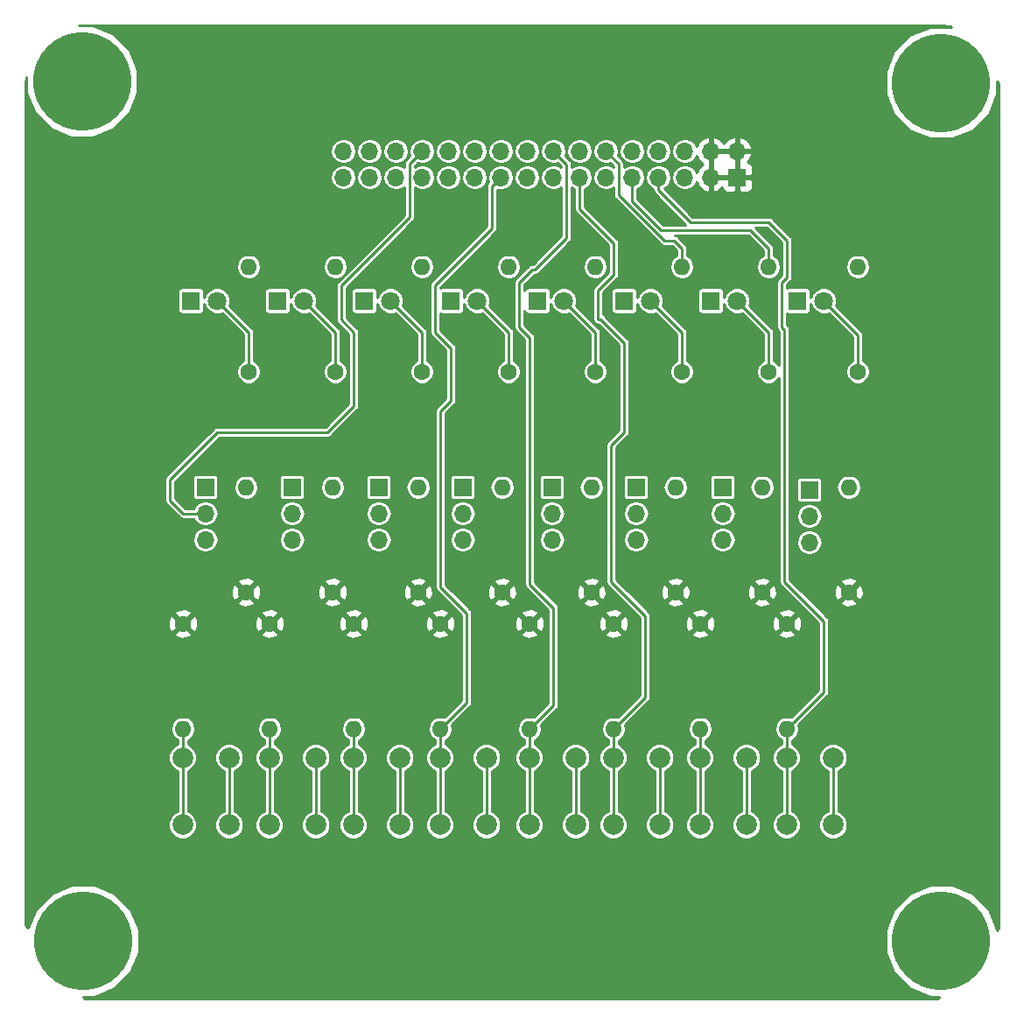
<source format=gbr>
G04 #@! TF.GenerationSoftware,KiCad,Pcbnew,(5.0.2)-1*
G04 #@! TF.CreationDate,2021-06-23T11:48:33-04:00*
G04 #@! TF.ProjectId,LEDS-SWITCHES _2,4c454453-2d53-4574-9954-43484553205f,2*
G04 #@! TF.SameCoordinates,Original*
G04 #@! TF.FileFunction,Copper,L1,Top*
G04 #@! TF.FilePolarity,Positive*
%FSLAX46Y46*%
G04 Gerber Fmt 4.6, Leading zero omitted, Abs format (unit mm)*
G04 Created by KiCad (PCBNEW (5.0.2)-1) date 6/23/2021 11:48:33 AM*
%MOMM*%
%LPD*%
G01*
G04 APERTURE LIST*
G04 #@! TA.AperFunction,ComponentPad*
%ADD10O,1.600000X1.600000*%
G04 #@! TD*
G04 #@! TA.AperFunction,ComponentPad*
%ADD11C,1.600000*%
G04 #@! TD*
G04 #@! TA.AperFunction,ComponentPad*
%ADD12R,1.700000X1.700000*%
G04 #@! TD*
G04 #@! TA.AperFunction,ComponentPad*
%ADD13O,1.700000X1.700000*%
G04 #@! TD*
G04 #@! TA.AperFunction,ComponentPad*
%ADD14C,9.525000*%
G04 #@! TD*
G04 #@! TA.AperFunction,ComponentPad*
%ADD15C,1.800000*%
G04 #@! TD*
G04 #@! TA.AperFunction,ComponentPad*
%ADD16R,1.800000X1.800000*%
G04 #@! TD*
G04 #@! TA.AperFunction,ComponentPad*
%ADD17C,2.000000*%
G04 #@! TD*
G04 #@! TA.AperFunction,Conductor*
%ADD18C,0.254000*%
G04 #@! TD*
G04 APERTURE END LIST*
D10*
G04 #@! TO.P,R24,2*
G04 #@! TO.N,/LED8*
X32004000Y-33782000D03*
D11*
G04 #@! TO.P,R24,1*
G04 #@! TO.N,Net-(D8-Pad2)*
X32004000Y-43942000D03*
G04 #@! TD*
D12*
G04 #@! TO.P,J1,1*
G04 #@! TO.N,VCC*
X79248000Y-25146000D03*
D13*
G04 #@! TO.P,J1,2*
X79248000Y-22606000D03*
G04 #@! TO.P,J1,3*
X76708000Y-25146000D03*
G04 #@! TO.P,J1,4*
X76708000Y-22606000D03*
G04 #@! TO.P,J1,5*
G04 #@! TO.N,/SS1*
X74168000Y-25146000D03*
G04 #@! TO.P,J1,6*
G04 #@! TO.N,/LED1*
X74168000Y-22606000D03*
G04 #@! TO.P,J1,7*
G04 #@! TO.N,/PB1*
X71628000Y-25146000D03*
G04 #@! TO.P,J1,8*
G04 #@! TO.N,/SS2*
X71628000Y-22606000D03*
G04 #@! TO.P,J1,9*
G04 #@! TO.N,/LED2*
X69088000Y-25146000D03*
G04 #@! TO.P,J1,10*
G04 #@! TO.N,/PB2*
X69088000Y-22606000D03*
G04 #@! TO.P,J1,11*
G04 #@! TO.N,/SS3*
X66548000Y-25146000D03*
G04 #@! TO.P,J1,12*
G04 #@! TO.N,/LED3*
X66548000Y-22606000D03*
G04 #@! TO.P,J1,13*
G04 #@! TO.N,/PB3*
X64008000Y-25146000D03*
G04 #@! TO.P,J1,14*
G04 #@! TO.N,/SS4*
X64008000Y-22606000D03*
G04 #@! TO.P,J1,15*
G04 #@! TO.N,/LED4*
X61468000Y-25146000D03*
G04 #@! TO.P,J1,16*
G04 #@! TO.N,/PB4*
X61468000Y-22606000D03*
G04 #@! TO.P,J1,17*
G04 #@! TO.N,/SS5*
X58928000Y-25146000D03*
G04 #@! TO.P,J1,18*
G04 #@! TO.N,/LED5*
X58928000Y-22606000D03*
G04 #@! TO.P,J1,19*
G04 #@! TO.N,/PB5*
X56388000Y-25146000D03*
G04 #@! TO.P,J1,20*
G04 #@! TO.N,/SS6*
X56388000Y-22606000D03*
G04 #@! TO.P,J1,21*
G04 #@! TO.N,/LED6*
X53848000Y-25146000D03*
G04 #@! TO.P,J1,22*
G04 #@! TO.N,/PB6*
X53848000Y-22606000D03*
G04 #@! TO.P,J1,23*
G04 #@! TO.N,/SS7*
X51308000Y-25146000D03*
G04 #@! TO.P,J1,24*
G04 #@! TO.N,/LED7*
X51308000Y-22606000D03*
G04 #@! TO.P,J1,25*
G04 #@! TO.N,/PB7*
X48768000Y-25146000D03*
G04 #@! TO.P,J1,26*
G04 #@! TO.N,/SS8*
X48768000Y-22606000D03*
G04 #@! TO.P,J1,27*
G04 #@! TO.N,/LED8*
X46228000Y-25146000D03*
G04 #@! TO.P,J1,28*
G04 #@! TO.N,/PB8*
X46228000Y-22606000D03*
G04 #@! TO.P,J1,29*
G04 #@! TO.N,GND*
X43688000Y-25146000D03*
G04 #@! TO.P,J1,30*
X43688000Y-22606000D03*
G04 #@! TO.P,J1,31*
X41148000Y-25146000D03*
G04 #@! TO.P,J1,32*
X41148000Y-22606000D03*
G04 #@! TD*
D14*
G04 #@! TO.P,MTG1,1*
G04 #@! TO.N,N/C*
X15875000Y-15875000D03*
G04 #@! TD*
G04 #@! TO.P,MTG2,1*
G04 #@! TO.N,N/C*
X99000000Y-99000000D03*
G04 #@! TD*
G04 #@! TO.P,MTG3,1*
G04 #@! TO.N,N/C*
X16000000Y-99000000D03*
G04 #@! TD*
G04 #@! TO.P,MTG?1,1*
G04 #@! TO.N,N/C*
X99000000Y-16000000D03*
G04 #@! TD*
D15*
G04 #@! TO.P,D1,2*
G04 #@! TO.N,Net-(D1-Pad2)*
X87630000Y-37084000D03*
D16*
G04 #@! TO.P,D1,1*
G04 #@! TO.N,GND*
X85090000Y-37084000D03*
G04 #@! TD*
G04 #@! TO.P,D2,1*
G04 #@! TO.N,GND*
X76708000Y-37084000D03*
D15*
G04 #@! TO.P,D2,2*
G04 #@! TO.N,Net-(D2-Pad2)*
X79248000Y-37084000D03*
G04 #@! TD*
D16*
G04 #@! TO.P,D3,1*
G04 #@! TO.N,GND*
X68326000Y-37084000D03*
D15*
G04 #@! TO.P,D3,2*
G04 #@! TO.N,Net-(D3-Pad2)*
X70866000Y-37084000D03*
G04 #@! TD*
G04 #@! TO.P,D4,2*
G04 #@! TO.N,Net-(D4-Pad2)*
X62484000Y-37084000D03*
D16*
G04 #@! TO.P,D4,1*
G04 #@! TO.N,GND*
X59944000Y-37084000D03*
G04 #@! TD*
G04 #@! TO.P,D5,1*
G04 #@! TO.N,GND*
X51562000Y-37084000D03*
D15*
G04 #@! TO.P,D5,2*
G04 #@! TO.N,Net-(D5-Pad2)*
X54102000Y-37084000D03*
G04 #@! TD*
G04 #@! TO.P,D6,2*
G04 #@! TO.N,Net-(D6-Pad2)*
X45720000Y-37084000D03*
D16*
G04 #@! TO.P,D6,1*
G04 #@! TO.N,GND*
X43180000Y-37084000D03*
G04 #@! TD*
G04 #@! TO.P,D7,1*
G04 #@! TO.N,GND*
X34798000Y-37084000D03*
D15*
G04 #@! TO.P,D7,2*
G04 #@! TO.N,Net-(D7-Pad2)*
X37338000Y-37084000D03*
G04 #@! TD*
G04 #@! TO.P,D8,2*
G04 #@! TO.N,Net-(D8-Pad2)*
X28956000Y-37084000D03*
D16*
G04 #@! TO.P,D8,1*
G04 #@! TO.N,GND*
X26416000Y-37084000D03*
G04 #@! TD*
D11*
G04 #@! TO.P,R1,1*
G04 #@! TO.N,VCC*
X31750000Y-65278000D03*
D10*
G04 #@! TO.P,R1,2*
G04 #@! TO.N,Net-(R1-Pad2)*
X31750000Y-55118000D03*
G04 #@! TD*
D11*
G04 #@! TO.P,R2,1*
G04 #@! TO.N,VCC*
X40132000Y-65278000D03*
D10*
G04 #@! TO.P,R2,2*
G04 #@! TO.N,Net-(R2-Pad2)*
X40132000Y-55118000D03*
G04 #@! TD*
G04 #@! TO.P,R3,2*
G04 #@! TO.N,Net-(R3-Pad2)*
X48387000Y-55118000D03*
D11*
G04 #@! TO.P,R3,1*
G04 #@! TO.N,VCC*
X48387000Y-65278000D03*
G04 #@! TD*
G04 #@! TO.P,R4,1*
G04 #@! TO.N,VCC*
X56515000Y-65278000D03*
D10*
G04 #@! TO.P,R4,2*
G04 #@! TO.N,Net-(R4-Pad2)*
X56515000Y-55118000D03*
G04 #@! TD*
G04 #@! TO.P,R5,2*
G04 #@! TO.N,Net-(R5-Pad2)*
X65151000Y-55118000D03*
D11*
G04 #@! TO.P,R5,1*
G04 #@! TO.N,VCC*
X65151000Y-65278000D03*
G04 #@! TD*
D10*
G04 #@! TO.P,R6,2*
G04 #@! TO.N,Net-(R6-Pad2)*
X73279000Y-55118000D03*
D11*
G04 #@! TO.P,R6,1*
G04 #@! TO.N,VCC*
X73279000Y-65278000D03*
G04 #@! TD*
G04 #@! TO.P,R7,1*
G04 #@! TO.N,VCC*
X81661000Y-65278000D03*
D10*
G04 #@! TO.P,R7,2*
G04 #@! TO.N,Net-(R7-Pad2)*
X81661000Y-55118000D03*
G04 #@! TD*
G04 #@! TO.P,R8,2*
G04 #@! TO.N,Net-(R8-Pad2)*
X90043000Y-55118000D03*
D11*
G04 #@! TO.P,R8,1*
G04 #@! TO.N,VCC*
X90043000Y-65278000D03*
G04 #@! TD*
G04 #@! TO.P,R9,1*
G04 #@! TO.N,VCC*
X25654000Y-68326000D03*
D10*
G04 #@! TO.P,R9,2*
G04 #@! TO.N,/PB8*
X25654000Y-78486000D03*
G04 #@! TD*
G04 #@! TO.P,R10,2*
G04 #@! TO.N,/PB7*
X34036000Y-78486000D03*
D11*
G04 #@! TO.P,R10,1*
G04 #@! TO.N,VCC*
X34036000Y-68326000D03*
G04 #@! TD*
G04 #@! TO.P,R11,1*
G04 #@! TO.N,VCC*
X42164000Y-68326000D03*
D10*
G04 #@! TO.P,R11,2*
G04 #@! TO.N,/PB6*
X42164000Y-78486000D03*
G04 #@! TD*
G04 #@! TO.P,R12,2*
G04 #@! TO.N,/PB5*
X50546000Y-78486000D03*
D11*
G04 #@! TO.P,R12,1*
G04 #@! TO.N,VCC*
X50546000Y-68326000D03*
G04 #@! TD*
G04 #@! TO.P,R13,1*
G04 #@! TO.N,VCC*
X59182000Y-68326000D03*
D10*
G04 #@! TO.P,R13,2*
G04 #@! TO.N,/PB4*
X59182000Y-78486000D03*
G04 #@! TD*
G04 #@! TO.P,R14,2*
G04 #@! TO.N,/PB3*
X67310000Y-78486000D03*
D11*
G04 #@! TO.P,R14,1*
G04 #@! TO.N,VCC*
X67310000Y-68326000D03*
G04 #@! TD*
G04 #@! TO.P,R15,1*
G04 #@! TO.N,VCC*
X75692000Y-68326000D03*
D10*
G04 #@! TO.P,R15,2*
G04 #@! TO.N,/PB2*
X75692000Y-78486000D03*
G04 #@! TD*
G04 #@! TO.P,R16,2*
G04 #@! TO.N,/PB1*
X84074000Y-78486000D03*
D11*
G04 #@! TO.P,R16,1*
G04 #@! TO.N,VCC*
X84074000Y-68326000D03*
G04 #@! TD*
G04 #@! TO.P,R17,1*
G04 #@! TO.N,Net-(D1-Pad2)*
X90932000Y-43942000D03*
D10*
G04 #@! TO.P,R17,2*
G04 #@! TO.N,/LED1*
X90932000Y-33782000D03*
G04 #@! TD*
G04 #@! TO.P,R18,2*
G04 #@! TO.N,/LED2*
X82296000Y-33782000D03*
D11*
G04 #@! TO.P,R18,1*
G04 #@! TO.N,Net-(D2-Pad2)*
X82296000Y-43942000D03*
G04 #@! TD*
G04 #@! TO.P,R19,1*
G04 #@! TO.N,Net-(D3-Pad2)*
X73914000Y-43942000D03*
D10*
G04 #@! TO.P,R19,2*
G04 #@! TO.N,/LED3*
X73914000Y-33782000D03*
G04 #@! TD*
G04 #@! TO.P,R20,2*
G04 #@! TO.N,/LED4*
X65532000Y-33782000D03*
D11*
G04 #@! TO.P,R20,1*
G04 #@! TO.N,Net-(D4-Pad2)*
X65532000Y-43942000D03*
G04 #@! TD*
G04 #@! TO.P,R21,1*
G04 #@! TO.N,Net-(D5-Pad2)*
X57150000Y-43942000D03*
D10*
G04 #@! TO.P,R21,2*
G04 #@! TO.N,/LED5*
X57150000Y-33782000D03*
G04 #@! TD*
G04 #@! TO.P,R22,2*
G04 #@! TO.N,/LED6*
X48768000Y-33782000D03*
D11*
G04 #@! TO.P,R22,1*
G04 #@! TO.N,Net-(D6-Pad2)*
X48768000Y-43942000D03*
G04 #@! TD*
G04 #@! TO.P,R23,1*
G04 #@! TO.N,Net-(D7-Pad2)*
X40386000Y-43942000D03*
D10*
G04 #@! TO.P,R23,2*
G04 #@! TO.N,/LED7*
X40386000Y-33782000D03*
G04 #@! TD*
D13*
G04 #@! TO.P,SS8,3*
G04 #@! TO.N,GND*
X27813000Y-60198000D03*
G04 #@! TO.P,SS8,2*
G04 #@! TO.N,/SS8*
X27813000Y-57658000D03*
D12*
G04 #@! TO.P,SS8,1*
G04 #@! TO.N,Net-(R1-Pad2)*
X27813000Y-55118000D03*
G04 #@! TD*
G04 #@! TO.P,SS7,1*
G04 #@! TO.N,Net-(R2-Pad2)*
X36195000Y-55118000D03*
D13*
G04 #@! TO.P,SS7,2*
G04 #@! TO.N,/SS7*
X36195000Y-57658000D03*
G04 #@! TO.P,SS7,3*
G04 #@! TO.N,GND*
X36195000Y-60198000D03*
G04 #@! TD*
G04 #@! TO.P,SS6,3*
G04 #@! TO.N,GND*
X44577000Y-60198000D03*
G04 #@! TO.P,SS6,2*
G04 #@! TO.N,/SS6*
X44577000Y-57658000D03*
D12*
G04 #@! TO.P,SS6,1*
G04 #@! TO.N,Net-(R3-Pad2)*
X44577000Y-55118000D03*
G04 #@! TD*
G04 #@! TO.P,SS5,1*
G04 #@! TO.N,Net-(R4-Pad2)*
X52705000Y-55118000D03*
D13*
G04 #@! TO.P,SS5,2*
G04 #@! TO.N,/SS5*
X52705000Y-57658000D03*
G04 #@! TO.P,SS5,3*
G04 #@! TO.N,GND*
X52705000Y-60198000D03*
G04 #@! TD*
G04 #@! TO.P,SS4,3*
G04 #@! TO.N,GND*
X61341000Y-60198000D03*
G04 #@! TO.P,SS4,2*
G04 #@! TO.N,/SS4*
X61341000Y-57658000D03*
D12*
G04 #@! TO.P,SS4,1*
G04 #@! TO.N,Net-(R5-Pad2)*
X61341000Y-55118000D03*
G04 #@! TD*
G04 #@! TO.P,SS3,1*
G04 #@! TO.N,Net-(R6-Pad2)*
X69469000Y-55118000D03*
D13*
G04 #@! TO.P,SS3,2*
G04 #@! TO.N,/SS3*
X69469000Y-57658000D03*
G04 #@! TO.P,SS3,3*
G04 #@! TO.N,GND*
X69469000Y-60198000D03*
G04 #@! TD*
G04 #@! TO.P,SS2,3*
G04 #@! TO.N,GND*
X77851000Y-60198000D03*
G04 #@! TO.P,SS2,2*
G04 #@! TO.N,/SS2*
X77851000Y-57658000D03*
D12*
G04 #@! TO.P,SS2,1*
G04 #@! TO.N,Net-(R7-Pad2)*
X77851000Y-55118000D03*
G04 #@! TD*
G04 #@! TO.P,SS1,1*
G04 #@! TO.N,Net-(R8-Pad2)*
X86233000Y-55372000D03*
D13*
G04 #@! TO.P,SS1,2*
G04 #@! TO.N,/SS1*
X86233000Y-57912000D03*
G04 #@! TO.P,SS1,3*
G04 #@! TO.N,GND*
X86233000Y-60452000D03*
G04 #@! TD*
D17*
G04 #@! TO.P,PB8,2*
G04 #@! TO.N,/PB8*
X25599000Y-81280000D03*
G04 #@! TO.P,PB8,1*
G04 #@! TO.N,GND*
X30099000Y-81280000D03*
G04 #@! TO.P,PB8,2*
G04 #@! TO.N,/PB8*
X25599000Y-87780000D03*
G04 #@! TO.P,PB8,1*
G04 #@! TO.N,GND*
X30099000Y-87780000D03*
G04 #@! TD*
G04 #@! TO.P,PB7,1*
G04 #@! TO.N,GND*
X38481000Y-87780000D03*
G04 #@! TO.P,PB7,2*
G04 #@! TO.N,/PB7*
X33981000Y-87780000D03*
G04 #@! TO.P,PB7,1*
G04 #@! TO.N,GND*
X38481000Y-81280000D03*
G04 #@! TO.P,PB7,2*
G04 #@! TO.N,/PB7*
X33981000Y-81280000D03*
G04 #@! TD*
G04 #@! TO.P,PB6,2*
G04 #@! TO.N,/PB6*
X42109000Y-81280000D03*
G04 #@! TO.P,PB6,1*
G04 #@! TO.N,GND*
X46609000Y-81280000D03*
G04 #@! TO.P,PB6,2*
G04 #@! TO.N,/PB6*
X42109000Y-87780000D03*
G04 #@! TO.P,PB6,1*
G04 #@! TO.N,GND*
X46609000Y-87780000D03*
G04 #@! TD*
G04 #@! TO.P,PB5,1*
G04 #@! TO.N,GND*
X54991000Y-87780000D03*
G04 #@! TO.P,PB5,2*
G04 #@! TO.N,/PB5*
X50491000Y-87780000D03*
G04 #@! TO.P,PB5,1*
G04 #@! TO.N,GND*
X54991000Y-81280000D03*
G04 #@! TO.P,PB5,2*
G04 #@! TO.N,/PB5*
X50491000Y-81280000D03*
G04 #@! TD*
G04 #@! TO.P,PB4,2*
G04 #@! TO.N,/PB4*
X59127000Y-81280000D03*
G04 #@! TO.P,PB4,1*
G04 #@! TO.N,GND*
X63627000Y-81280000D03*
G04 #@! TO.P,PB4,2*
G04 #@! TO.N,/PB4*
X59127000Y-87780000D03*
G04 #@! TO.P,PB4,1*
G04 #@! TO.N,GND*
X63627000Y-87780000D03*
G04 #@! TD*
G04 #@! TO.P,PB3,1*
G04 #@! TO.N,GND*
X71755000Y-87780000D03*
G04 #@! TO.P,PB3,2*
G04 #@! TO.N,/PB3*
X67255000Y-87780000D03*
G04 #@! TO.P,PB3,1*
G04 #@! TO.N,GND*
X71755000Y-81280000D03*
G04 #@! TO.P,PB3,2*
G04 #@! TO.N,/PB3*
X67255000Y-81280000D03*
G04 #@! TD*
G04 #@! TO.P,PB2,2*
G04 #@! TO.N,/PB2*
X75637000Y-81280000D03*
G04 #@! TO.P,PB2,1*
G04 #@! TO.N,GND*
X80137000Y-81280000D03*
G04 #@! TO.P,PB2,2*
G04 #@! TO.N,/PB2*
X75637000Y-87780000D03*
G04 #@! TO.P,PB2,1*
G04 #@! TO.N,GND*
X80137000Y-87780000D03*
G04 #@! TD*
G04 #@! TO.P,PB1,1*
G04 #@! TO.N,GND*
X88519000Y-87780000D03*
G04 #@! TO.P,PB1,2*
G04 #@! TO.N,/PB1*
X84019000Y-87780000D03*
G04 #@! TO.P,PB1,1*
G04 #@! TO.N,GND*
X88519000Y-81280000D03*
G04 #@! TO.P,PB1,2*
G04 #@! TO.N,/PB1*
X84019000Y-81280000D03*
G04 #@! TD*
D18*
G04 #@! TO.N,Net-(D1-Pad2)*
X90932000Y-40386000D02*
X87630000Y-37084000D01*
X90932000Y-43942000D02*
X90932000Y-40386000D01*
G04 #@! TO.N,Net-(D2-Pad2)*
X82296000Y-40132000D02*
X79248000Y-37084000D01*
X82296000Y-43942000D02*
X82296000Y-40132000D01*
G04 #@! TO.N,Net-(D3-Pad2)*
X73914000Y-40132000D02*
X70866000Y-37084000D01*
X73914000Y-43942000D02*
X73914000Y-40132000D01*
G04 #@! TO.N,Net-(D4-Pad2)*
X65532000Y-40132000D02*
X62484000Y-37084000D01*
X65532000Y-43942000D02*
X65532000Y-40132000D01*
G04 #@! TO.N,Net-(D5-Pad2)*
X57150000Y-40132000D02*
X54102000Y-37084000D01*
X57150000Y-43942000D02*
X57150000Y-40132000D01*
G04 #@! TO.N,Net-(D6-Pad2)*
X48768000Y-40132000D02*
X45720000Y-37084000D01*
X48768000Y-43942000D02*
X48768000Y-40132000D01*
G04 #@! TO.N,Net-(D7-Pad2)*
X40386000Y-40132000D02*
X37338000Y-37084000D01*
X40386000Y-43942000D02*
X40386000Y-40132000D01*
G04 #@! TO.N,Net-(D8-Pad2)*
X32004000Y-40132000D02*
X28956000Y-37084000D01*
X32004000Y-43942000D02*
X32004000Y-40132000D01*
G04 #@! TO.N,/SS8*
X27813000Y-57658000D02*
X25654000Y-57658000D01*
X25654000Y-57658000D02*
X24384000Y-56388000D01*
X24384000Y-56388000D02*
X24384000Y-54356000D01*
X24384000Y-54356000D02*
X28956000Y-49784000D01*
X28956000Y-49784000D02*
X39624000Y-49784000D01*
X39624000Y-49784000D02*
X42164000Y-47244000D01*
X42164000Y-47244000D02*
X42164000Y-40132000D01*
X40952881Y-38920881D02*
X40952881Y-35618881D01*
X42164000Y-40132000D02*
X40952881Y-38920881D01*
X47918001Y-23455999D02*
X48768000Y-22606000D01*
X47536999Y-23837001D02*
X47918001Y-23455999D01*
X47536999Y-29034763D02*
X47536999Y-23837001D01*
X40952881Y-35618881D02*
X47536999Y-29034763D01*
G04 #@! TO.N,/PB8*
X25599000Y-87780000D02*
X25599000Y-81280000D01*
G04 #@! TO.N,/PB7*
X33981000Y-81280000D02*
X33981000Y-87780000D01*
G04 #@! TO.N,/PB6*
X42109000Y-81280000D02*
X42109000Y-87780000D01*
G04 #@! TO.N,/PB5*
X50491000Y-87780000D02*
X50491000Y-81280000D01*
X50546000Y-81225000D02*
X50491000Y-81280000D01*
G04 #@! TO.N,/PB4*
X59127000Y-87780000D02*
X59127000Y-81280000D01*
G04 #@! TO.N,/PB3*
X67255000Y-81280000D02*
X67255000Y-87780000D01*
X67310000Y-81225000D02*
X67255000Y-81280000D01*
G04 #@! TO.N,/PB2*
X75637000Y-81280000D02*
X75637000Y-87780000D01*
X75692000Y-81225000D02*
X75637000Y-81280000D01*
G04 #@! TO.N,/PB1*
X84019000Y-81280000D02*
X84019000Y-87780000D01*
X84074000Y-81225000D02*
X84019000Y-81280000D01*
X71628000Y-26348081D02*
X71628000Y-25146000D01*
X74743919Y-29464000D02*
X71628000Y-26348081D01*
X84074000Y-31242000D02*
X82296000Y-29464000D01*
X84074000Y-34798000D02*
X84074000Y-31242000D01*
X83566000Y-35306000D02*
X84074000Y-34798000D01*
X84074000Y-78486000D02*
X87630000Y-74930000D01*
X87630000Y-68072000D02*
X83820000Y-64262000D01*
X87630000Y-74930000D02*
X87630000Y-68072000D01*
X83820000Y-64262000D02*
X83820000Y-39878000D01*
X83820000Y-39878000D02*
X83566000Y-39624000D01*
X82296000Y-29464000D02*
X74743919Y-29464000D01*
X83566000Y-39624000D02*
X83566000Y-35306000D01*
X84019000Y-78541000D02*
X84074000Y-78486000D01*
X84019000Y-81280000D02*
X84019000Y-78541000D01*
G04 #@! TO.N,/PB2*
X75637000Y-78541000D02*
X75692000Y-78486000D01*
X75637000Y-81280000D02*
X75637000Y-78541000D01*
G04 #@! TO.N,/PB3*
X67255000Y-78541000D02*
X67310000Y-78486000D01*
X67255000Y-81280000D02*
X67255000Y-78541000D01*
X64008000Y-28194000D02*
X64008000Y-25146000D01*
X67310000Y-31496000D02*
X64008000Y-28194000D01*
X65786000Y-36068000D02*
X67310000Y-34544000D01*
X65786000Y-38862000D02*
X65786000Y-36068000D01*
X68326000Y-41148000D02*
X66040000Y-38862000D01*
X70358000Y-67564000D02*
X67056000Y-64262000D01*
X67310000Y-34544000D02*
X67310000Y-31496000D01*
X67056000Y-64262000D02*
X67056000Y-51054000D01*
X66040000Y-38862000D02*
X65786000Y-38862000D01*
X67056000Y-51054000D02*
X68326000Y-49784000D01*
X67310000Y-78486000D02*
X70358000Y-75438000D01*
X70358000Y-75438000D02*
X70358000Y-67564000D01*
X68326000Y-49784000D02*
X68326000Y-41148000D01*
G04 #@! TO.N,/PB4*
X59127000Y-78541000D02*
X59182000Y-78486000D01*
X59127000Y-81280000D02*
X59127000Y-78541000D01*
X61468000Y-76200000D02*
X59182000Y-78486000D01*
X61468000Y-66802000D02*
X61468000Y-76200000D01*
X59182000Y-64516000D02*
X61468000Y-66802000D01*
X58166000Y-39624000D02*
X59182000Y-40640000D01*
X62738000Y-23876000D02*
X62738000Y-30988000D01*
X62738000Y-30988000D02*
X59690000Y-34036000D01*
X59690000Y-34036000D02*
X59436000Y-34036000D01*
X59436000Y-34036000D02*
X58166000Y-35306000D01*
X59182000Y-40640000D02*
X59182000Y-64516000D01*
X61468000Y-22606000D02*
X62738000Y-23876000D01*
X58166000Y-35306000D02*
X58166000Y-39624000D01*
G04 #@! TO.N,/PB5*
X50491000Y-78541000D02*
X50546000Y-78486000D01*
X50491000Y-81280000D02*
X50491000Y-78541000D01*
X55538001Y-25995999D02*
X55538001Y-30059999D01*
X56388000Y-25146000D02*
X55538001Y-25995999D01*
X55538001Y-30059999D02*
X50038000Y-35560000D01*
X50038000Y-35560000D02*
X50038000Y-40132000D01*
X50038000Y-40132000D02*
X51562000Y-41656000D01*
X51562000Y-41656000D02*
X51562000Y-46736000D01*
X51562000Y-46736000D02*
X50546000Y-47752000D01*
X50546000Y-47752000D02*
X50546000Y-64770000D01*
X50546000Y-64770000D02*
X53086000Y-67310000D01*
X53086000Y-75946000D02*
X50546000Y-78486000D01*
X53086000Y-67310000D02*
X53086000Y-75946000D01*
G04 #@! TO.N,/PB6*
X42109000Y-78541000D02*
X42164000Y-78486000D01*
X42109000Y-81280000D02*
X42109000Y-78541000D01*
G04 #@! TO.N,/PB7*
X33981000Y-78541000D02*
X34036000Y-78486000D01*
X33981000Y-81280000D02*
X33981000Y-78541000D01*
G04 #@! TO.N,/PB8*
X25599000Y-78541000D02*
X25654000Y-78486000D01*
X25599000Y-81280000D02*
X25599000Y-78541000D01*
G04 #@! TO.N,/LED2*
X82296000Y-32004000D02*
X82296000Y-33782000D01*
X80518000Y-30226000D02*
X82296000Y-32004000D01*
X71882000Y-30226000D02*
X80518000Y-30226000D01*
X69088000Y-25146000D02*
X69088000Y-27432000D01*
X69088000Y-27432000D02*
X71882000Y-30226000D01*
G04 #@! TO.N,/LED3*
X67779001Y-26841435D02*
X72179566Y-31242000D01*
X66548000Y-22606000D02*
X67779001Y-23837001D01*
X67779001Y-23837001D02*
X67779001Y-26841435D01*
X72179566Y-31242000D02*
X73152000Y-31242000D01*
X73914000Y-32004000D02*
X73914000Y-33782000D01*
X73152000Y-31242000D02*
X73914000Y-32004000D01*
G04 #@! TO.N,GND*
X30099000Y-87780000D02*
X30099000Y-81280000D01*
X38481000Y-81280000D02*
X38481000Y-87780000D01*
X46609000Y-81280000D02*
X46609000Y-87780000D01*
X54991000Y-81280000D02*
X54991000Y-87780000D01*
X63627000Y-87780000D02*
X63627000Y-81280000D01*
X71755000Y-81280000D02*
X71755000Y-87780000D01*
X80137000Y-81280000D02*
X80137000Y-87780000D01*
X88519000Y-81280000D02*
X88519000Y-87780000D01*
G04 #@! TD*
G04 #@! TO.N,VCC*
G36*
X99907000Y-10507024D02*
X99987200Y-10602500D01*
X97926371Y-10602500D01*
X95942562Y-11424221D01*
X94424221Y-12942562D01*
X93602500Y-14926371D01*
X93602500Y-17073629D01*
X94424221Y-19057438D01*
X95942562Y-20575779D01*
X97926371Y-21397500D01*
X100073629Y-21397500D01*
X102057438Y-20575779D01*
X103575779Y-19057438D01*
X104397500Y-17073629D01*
X104397500Y-15852858D01*
X104569000Y-16057024D01*
X104569001Y-97765392D01*
X104397500Y-97963278D01*
X104397500Y-97926371D01*
X103575779Y-95942562D01*
X102057438Y-94424221D01*
X100073629Y-93602500D01*
X97926371Y-93602500D01*
X95942562Y-94424221D01*
X94424221Y-95942562D01*
X93602500Y-97926371D01*
X93602500Y-100073629D01*
X94424221Y-102057438D01*
X95942562Y-103575779D01*
X97926371Y-104397500D01*
X98821175Y-104397500D01*
X98672541Y-104569000D01*
X16150604Y-104569000D01*
X16012298Y-104397500D01*
X17073629Y-104397500D01*
X19057438Y-103575779D01*
X20575779Y-102057438D01*
X21397500Y-100073629D01*
X21397500Y-97926371D01*
X20575779Y-95942562D01*
X19057438Y-94424221D01*
X17073629Y-93602500D01*
X14926371Y-93602500D01*
X12942562Y-94424221D01*
X11424221Y-95942562D01*
X10667362Y-97769780D01*
X10431000Y-97476691D01*
X10431000Y-81005302D01*
X24218000Y-81005302D01*
X24218000Y-81554698D01*
X24428245Y-82062273D01*
X24816727Y-82450755D01*
X25091001Y-82564363D01*
X25091000Y-86495637D01*
X24816727Y-86609245D01*
X24428245Y-86997727D01*
X24218000Y-87505302D01*
X24218000Y-88054698D01*
X24428245Y-88562273D01*
X24816727Y-88950755D01*
X25324302Y-89161000D01*
X25873698Y-89161000D01*
X26381273Y-88950755D01*
X26769755Y-88562273D01*
X26980000Y-88054698D01*
X26980000Y-87505302D01*
X26769755Y-86997727D01*
X26381273Y-86609245D01*
X26107000Y-86495637D01*
X26107000Y-82564363D01*
X26381273Y-82450755D01*
X26769755Y-82062273D01*
X26980000Y-81554698D01*
X26980000Y-81005302D01*
X28718000Y-81005302D01*
X28718000Y-81554698D01*
X28928245Y-82062273D01*
X29316727Y-82450755D01*
X29591001Y-82564363D01*
X29591000Y-86495637D01*
X29316727Y-86609245D01*
X28928245Y-86997727D01*
X28718000Y-87505302D01*
X28718000Y-88054698D01*
X28928245Y-88562273D01*
X29316727Y-88950755D01*
X29824302Y-89161000D01*
X30373698Y-89161000D01*
X30881273Y-88950755D01*
X31269755Y-88562273D01*
X31480000Y-88054698D01*
X31480000Y-87505302D01*
X31269755Y-86997727D01*
X30881273Y-86609245D01*
X30607000Y-86495637D01*
X30607000Y-82564363D01*
X30881273Y-82450755D01*
X31269755Y-82062273D01*
X31480000Y-81554698D01*
X31480000Y-81005302D01*
X32600000Y-81005302D01*
X32600000Y-81554698D01*
X32810245Y-82062273D01*
X33198727Y-82450755D01*
X33473000Y-82564363D01*
X33473001Y-86495637D01*
X33198727Y-86609245D01*
X32810245Y-86997727D01*
X32600000Y-87505302D01*
X32600000Y-88054698D01*
X32810245Y-88562273D01*
X33198727Y-88950755D01*
X33706302Y-89161000D01*
X34255698Y-89161000D01*
X34763273Y-88950755D01*
X35151755Y-88562273D01*
X35362000Y-88054698D01*
X35362000Y-87505302D01*
X35151755Y-86997727D01*
X34763273Y-86609245D01*
X34489000Y-86495637D01*
X34489000Y-82564363D01*
X34763273Y-82450755D01*
X35151755Y-82062273D01*
X35362000Y-81554698D01*
X35362000Y-81005302D01*
X37100000Y-81005302D01*
X37100000Y-81554698D01*
X37310245Y-82062273D01*
X37698727Y-82450755D01*
X37973000Y-82564363D01*
X37973001Y-86495637D01*
X37698727Y-86609245D01*
X37310245Y-86997727D01*
X37100000Y-87505302D01*
X37100000Y-88054698D01*
X37310245Y-88562273D01*
X37698727Y-88950755D01*
X38206302Y-89161000D01*
X38755698Y-89161000D01*
X39263273Y-88950755D01*
X39651755Y-88562273D01*
X39862000Y-88054698D01*
X39862000Y-87505302D01*
X39651755Y-86997727D01*
X39263273Y-86609245D01*
X38989000Y-86495637D01*
X38989000Y-82564363D01*
X39263273Y-82450755D01*
X39651755Y-82062273D01*
X39862000Y-81554698D01*
X39862000Y-81005302D01*
X40728000Y-81005302D01*
X40728000Y-81554698D01*
X40938245Y-82062273D01*
X41326727Y-82450755D01*
X41601000Y-82564363D01*
X41601001Y-86495637D01*
X41326727Y-86609245D01*
X40938245Y-86997727D01*
X40728000Y-87505302D01*
X40728000Y-88054698D01*
X40938245Y-88562273D01*
X41326727Y-88950755D01*
X41834302Y-89161000D01*
X42383698Y-89161000D01*
X42891273Y-88950755D01*
X43279755Y-88562273D01*
X43490000Y-88054698D01*
X43490000Y-87505302D01*
X43279755Y-86997727D01*
X42891273Y-86609245D01*
X42617000Y-86495637D01*
X42617000Y-82564363D01*
X42891273Y-82450755D01*
X43279755Y-82062273D01*
X43490000Y-81554698D01*
X43490000Y-81005302D01*
X45228000Y-81005302D01*
X45228000Y-81554698D01*
X45438245Y-82062273D01*
X45826727Y-82450755D01*
X46101000Y-82564363D01*
X46101001Y-86495637D01*
X45826727Y-86609245D01*
X45438245Y-86997727D01*
X45228000Y-87505302D01*
X45228000Y-88054698D01*
X45438245Y-88562273D01*
X45826727Y-88950755D01*
X46334302Y-89161000D01*
X46883698Y-89161000D01*
X47391273Y-88950755D01*
X47779755Y-88562273D01*
X47990000Y-88054698D01*
X47990000Y-87505302D01*
X47779755Y-86997727D01*
X47391273Y-86609245D01*
X47117000Y-86495637D01*
X47117000Y-82564363D01*
X47391273Y-82450755D01*
X47779755Y-82062273D01*
X47990000Y-81554698D01*
X47990000Y-81005302D01*
X49110000Y-81005302D01*
X49110000Y-81554698D01*
X49320245Y-82062273D01*
X49708727Y-82450755D01*
X49983001Y-82564363D01*
X49983000Y-86495637D01*
X49708727Y-86609245D01*
X49320245Y-86997727D01*
X49110000Y-87505302D01*
X49110000Y-88054698D01*
X49320245Y-88562273D01*
X49708727Y-88950755D01*
X50216302Y-89161000D01*
X50765698Y-89161000D01*
X51273273Y-88950755D01*
X51661755Y-88562273D01*
X51872000Y-88054698D01*
X51872000Y-87505302D01*
X51661755Y-86997727D01*
X51273273Y-86609245D01*
X50999000Y-86495637D01*
X50999000Y-82564363D01*
X51273273Y-82450755D01*
X51661755Y-82062273D01*
X51872000Y-81554698D01*
X51872000Y-81005302D01*
X53610000Y-81005302D01*
X53610000Y-81554698D01*
X53820245Y-82062273D01*
X54208727Y-82450755D01*
X54483000Y-82564363D01*
X54483001Y-86495637D01*
X54208727Y-86609245D01*
X53820245Y-86997727D01*
X53610000Y-87505302D01*
X53610000Y-88054698D01*
X53820245Y-88562273D01*
X54208727Y-88950755D01*
X54716302Y-89161000D01*
X55265698Y-89161000D01*
X55773273Y-88950755D01*
X56161755Y-88562273D01*
X56372000Y-88054698D01*
X56372000Y-87505302D01*
X56161755Y-86997727D01*
X55773273Y-86609245D01*
X55499000Y-86495637D01*
X55499000Y-82564363D01*
X55773273Y-82450755D01*
X56161755Y-82062273D01*
X56372000Y-81554698D01*
X56372000Y-81005302D01*
X56161755Y-80497727D01*
X55773273Y-80109245D01*
X55265698Y-79899000D01*
X54716302Y-79899000D01*
X54208727Y-80109245D01*
X53820245Y-80497727D01*
X53610000Y-81005302D01*
X51872000Y-81005302D01*
X51661755Y-80497727D01*
X51273273Y-80109245D01*
X50999000Y-79995637D01*
X50999000Y-79600030D01*
X51006803Y-79598478D01*
X51397453Y-79337453D01*
X51658478Y-78946803D01*
X51750137Y-78486000D01*
X51669552Y-78080868D01*
X53409832Y-76340588D01*
X53452247Y-76312247D01*
X53564525Y-76144212D01*
X53594000Y-75996032D01*
X53594000Y-75996029D01*
X53603951Y-75946001D01*
X53594000Y-75895973D01*
X53594000Y-69333745D01*
X58353861Y-69333745D01*
X58427995Y-69579864D01*
X58965223Y-69772965D01*
X59535454Y-69745778D01*
X59936005Y-69579864D01*
X60010139Y-69333745D01*
X59182000Y-68505605D01*
X58353861Y-69333745D01*
X53594000Y-69333745D01*
X53594000Y-68109223D01*
X57735035Y-68109223D01*
X57762222Y-68679454D01*
X57928136Y-69080005D01*
X58174255Y-69154139D01*
X59002395Y-68326000D01*
X59361605Y-68326000D01*
X60189745Y-69154139D01*
X60435864Y-69080005D01*
X60628965Y-68542777D01*
X60601778Y-67972546D01*
X60435864Y-67571995D01*
X60189745Y-67497861D01*
X59361605Y-68326000D01*
X59002395Y-68326000D01*
X58174255Y-67497861D01*
X57928136Y-67571995D01*
X57735035Y-68109223D01*
X53594000Y-68109223D01*
X53594000Y-67360027D01*
X53602308Y-67318255D01*
X58353861Y-67318255D01*
X59182000Y-68146395D01*
X60010139Y-67318255D01*
X59936005Y-67072136D01*
X59398777Y-66879035D01*
X58828546Y-66906222D01*
X58427995Y-67072136D01*
X58353861Y-67318255D01*
X53602308Y-67318255D01*
X53603951Y-67309999D01*
X53594000Y-67259969D01*
X53594000Y-67259968D01*
X53564525Y-67111788D01*
X53452247Y-66943753D01*
X53409833Y-66915413D01*
X52780165Y-66285745D01*
X55686861Y-66285745D01*
X55760995Y-66531864D01*
X56298223Y-66724965D01*
X56868454Y-66697778D01*
X57269005Y-66531864D01*
X57343139Y-66285745D01*
X56515000Y-65457605D01*
X55686861Y-66285745D01*
X52780165Y-66285745D01*
X51555643Y-65061223D01*
X55068035Y-65061223D01*
X55095222Y-65631454D01*
X55261136Y-66032005D01*
X55507255Y-66106139D01*
X56335395Y-65278000D01*
X56694605Y-65278000D01*
X57522745Y-66106139D01*
X57768864Y-66032005D01*
X57961965Y-65494777D01*
X57934778Y-64924546D01*
X57768864Y-64523995D01*
X57522745Y-64449861D01*
X56694605Y-65278000D01*
X56335395Y-65278000D01*
X55507255Y-64449861D01*
X55261136Y-64523995D01*
X55068035Y-65061223D01*
X51555643Y-65061223D01*
X51054000Y-64559580D01*
X51054000Y-64270255D01*
X55686861Y-64270255D01*
X56515000Y-65098395D01*
X57343139Y-64270255D01*
X57269005Y-64024136D01*
X56731777Y-63831035D01*
X56161546Y-63858222D01*
X55760995Y-64024136D01*
X55686861Y-64270255D01*
X51054000Y-64270255D01*
X51054000Y-60198000D01*
X51449884Y-60198000D01*
X51545424Y-60678312D01*
X51817499Y-61085501D01*
X52224688Y-61357576D01*
X52583761Y-61429000D01*
X52826239Y-61429000D01*
X53185312Y-61357576D01*
X53592501Y-61085501D01*
X53864576Y-60678312D01*
X53960116Y-60198000D01*
X53864576Y-59717688D01*
X53592501Y-59310499D01*
X53185312Y-59038424D01*
X52826239Y-58967000D01*
X52583761Y-58967000D01*
X52224688Y-59038424D01*
X51817499Y-59310499D01*
X51545424Y-59717688D01*
X51449884Y-60198000D01*
X51054000Y-60198000D01*
X51054000Y-57658000D01*
X51449884Y-57658000D01*
X51545424Y-58138312D01*
X51817499Y-58545501D01*
X52224688Y-58817576D01*
X52583761Y-58889000D01*
X52826239Y-58889000D01*
X53185312Y-58817576D01*
X53592501Y-58545501D01*
X53864576Y-58138312D01*
X53960116Y-57658000D01*
X53864576Y-57177688D01*
X53592501Y-56770499D01*
X53185312Y-56498424D01*
X52826239Y-56427000D01*
X52583761Y-56427000D01*
X52224688Y-56498424D01*
X51817499Y-56770499D01*
X51545424Y-57177688D01*
X51449884Y-57658000D01*
X51054000Y-57658000D01*
X51054000Y-54268000D01*
X51466536Y-54268000D01*
X51466536Y-55968000D01*
X51496106Y-56116659D01*
X51580314Y-56242686D01*
X51706341Y-56326894D01*
X51855000Y-56356464D01*
X53555000Y-56356464D01*
X53703659Y-56326894D01*
X53829686Y-56242686D01*
X53913894Y-56116659D01*
X53943464Y-55968000D01*
X53943464Y-55118000D01*
X55310863Y-55118000D01*
X55402522Y-55578803D01*
X55663547Y-55969453D01*
X56054197Y-56230478D01*
X56398682Y-56299000D01*
X56631318Y-56299000D01*
X56975803Y-56230478D01*
X57366453Y-55969453D01*
X57627478Y-55578803D01*
X57719137Y-55118000D01*
X57627478Y-54657197D01*
X57366453Y-54266547D01*
X56975803Y-54005522D01*
X56631318Y-53937000D01*
X56398682Y-53937000D01*
X56054197Y-54005522D01*
X55663547Y-54266547D01*
X55402522Y-54657197D01*
X55310863Y-55118000D01*
X53943464Y-55118000D01*
X53943464Y-54268000D01*
X53913894Y-54119341D01*
X53829686Y-53993314D01*
X53703659Y-53909106D01*
X53555000Y-53879536D01*
X51855000Y-53879536D01*
X51706341Y-53909106D01*
X51580314Y-53993314D01*
X51496106Y-54119341D01*
X51466536Y-54268000D01*
X51054000Y-54268000D01*
X51054000Y-47962420D01*
X51885835Y-47130586D01*
X51928247Y-47102247D01*
X51956586Y-47059835D01*
X51956588Y-47059833D01*
X52040525Y-46934212D01*
X52051755Y-46877753D01*
X52070000Y-46786032D01*
X52070000Y-46786028D01*
X52079951Y-46736000D01*
X52070000Y-46685972D01*
X52070000Y-41706026D01*
X52079951Y-41655999D01*
X52070000Y-41605972D01*
X52070000Y-41605968D01*
X52040525Y-41457788D01*
X51928247Y-41289753D01*
X51885833Y-41261413D01*
X50546000Y-39921580D01*
X50546000Y-38349390D01*
X50662000Y-38372464D01*
X52462000Y-38372464D01*
X52610659Y-38342894D01*
X52736686Y-38258686D01*
X52820894Y-38132659D01*
X52850464Y-37984000D01*
X52850464Y-37409939D01*
X53016021Y-37809628D01*
X53376372Y-38169979D01*
X53847193Y-38365000D01*
X54356807Y-38365000D01*
X54574435Y-38274855D01*
X56642001Y-40342422D01*
X56642000Y-42874115D01*
X56481017Y-42940797D01*
X56148797Y-43273017D01*
X55969000Y-43707085D01*
X55969000Y-44176915D01*
X56148797Y-44610983D01*
X56481017Y-44943203D01*
X56915085Y-45123000D01*
X57384915Y-45123000D01*
X57818983Y-44943203D01*
X58151203Y-44610983D01*
X58331000Y-44176915D01*
X58331000Y-43707085D01*
X58151203Y-43273017D01*
X57818983Y-42940797D01*
X57658000Y-42874116D01*
X57658000Y-40182028D01*
X57667951Y-40132000D01*
X57658000Y-40081972D01*
X57658000Y-40081968D01*
X57628525Y-39933788D01*
X57584599Y-39868048D01*
X57544588Y-39808167D01*
X57544586Y-39808165D01*
X57516247Y-39765753D01*
X57473835Y-39737414D01*
X55292855Y-37556435D01*
X55383000Y-37338807D01*
X55383000Y-36829193D01*
X55187979Y-36358372D01*
X54827628Y-35998021D01*
X54356807Y-35803000D01*
X53847193Y-35803000D01*
X53376372Y-35998021D01*
X53016021Y-36358372D01*
X52850464Y-36758061D01*
X52850464Y-36184000D01*
X52820894Y-36035341D01*
X52736686Y-35909314D01*
X52610659Y-35825106D01*
X52462000Y-35795536D01*
X50662000Y-35795536D01*
X50546000Y-35818610D01*
X50546000Y-35770420D01*
X51010420Y-35306000D01*
X57648049Y-35306000D01*
X57658000Y-35356028D01*
X57658001Y-39573967D01*
X57648049Y-39624000D01*
X57687475Y-39822211D01*
X57771412Y-39947832D01*
X57771415Y-39947835D01*
X57799754Y-39990247D01*
X57842166Y-40018586D01*
X58674000Y-40850421D01*
X58674001Y-64465967D01*
X58664049Y-64516000D01*
X58703475Y-64714211D01*
X58787412Y-64839832D01*
X58787415Y-64839835D01*
X58815754Y-64882247D01*
X58858166Y-64910586D01*
X60960000Y-67012421D01*
X60960001Y-75989578D01*
X59587131Y-77362448D01*
X59298318Y-77305000D01*
X59065682Y-77305000D01*
X58721197Y-77373522D01*
X58330547Y-77634547D01*
X58069522Y-78025197D01*
X57977863Y-78486000D01*
X58069522Y-78946803D01*
X58330547Y-79337453D01*
X58619001Y-79530192D01*
X58619000Y-79995637D01*
X58344727Y-80109245D01*
X57956245Y-80497727D01*
X57746000Y-81005302D01*
X57746000Y-81554698D01*
X57956245Y-82062273D01*
X58344727Y-82450755D01*
X58619001Y-82564363D01*
X58619000Y-86495637D01*
X58344727Y-86609245D01*
X57956245Y-86997727D01*
X57746000Y-87505302D01*
X57746000Y-88054698D01*
X57956245Y-88562273D01*
X58344727Y-88950755D01*
X58852302Y-89161000D01*
X59401698Y-89161000D01*
X59909273Y-88950755D01*
X60297755Y-88562273D01*
X60508000Y-88054698D01*
X60508000Y-87505302D01*
X60297755Y-86997727D01*
X59909273Y-86609245D01*
X59635000Y-86495637D01*
X59635000Y-82564363D01*
X59909273Y-82450755D01*
X60297755Y-82062273D01*
X60508000Y-81554698D01*
X60508000Y-81005302D01*
X62246000Y-81005302D01*
X62246000Y-81554698D01*
X62456245Y-82062273D01*
X62844727Y-82450755D01*
X63119001Y-82564363D01*
X63119000Y-86495637D01*
X62844727Y-86609245D01*
X62456245Y-86997727D01*
X62246000Y-87505302D01*
X62246000Y-88054698D01*
X62456245Y-88562273D01*
X62844727Y-88950755D01*
X63352302Y-89161000D01*
X63901698Y-89161000D01*
X64409273Y-88950755D01*
X64797755Y-88562273D01*
X65008000Y-88054698D01*
X65008000Y-87505302D01*
X64797755Y-86997727D01*
X64409273Y-86609245D01*
X64135000Y-86495637D01*
X64135000Y-82564363D01*
X64409273Y-82450755D01*
X64797755Y-82062273D01*
X65008000Y-81554698D01*
X65008000Y-81005302D01*
X64797755Y-80497727D01*
X64409273Y-80109245D01*
X63901698Y-79899000D01*
X63352302Y-79899000D01*
X62844727Y-80109245D01*
X62456245Y-80497727D01*
X62246000Y-81005302D01*
X60508000Y-81005302D01*
X60297755Y-80497727D01*
X59909273Y-80109245D01*
X59635000Y-79995637D01*
X59635000Y-79600030D01*
X59642803Y-79598478D01*
X60033453Y-79337453D01*
X60294478Y-78946803D01*
X60386137Y-78486000D01*
X60305552Y-78080869D01*
X61791835Y-76594586D01*
X61834247Y-76566247D01*
X61862586Y-76523835D01*
X61862588Y-76523833D01*
X61946525Y-76398212D01*
X61976000Y-76250032D01*
X61976000Y-76250029D01*
X61985951Y-76200001D01*
X61976000Y-76149973D01*
X61976000Y-69333745D01*
X66481861Y-69333745D01*
X66555995Y-69579864D01*
X67093223Y-69772965D01*
X67663454Y-69745778D01*
X68064005Y-69579864D01*
X68138139Y-69333745D01*
X67310000Y-68505605D01*
X66481861Y-69333745D01*
X61976000Y-69333745D01*
X61976000Y-68109223D01*
X65863035Y-68109223D01*
X65890222Y-68679454D01*
X66056136Y-69080005D01*
X66302255Y-69154139D01*
X67130395Y-68326000D01*
X67489605Y-68326000D01*
X68317745Y-69154139D01*
X68563864Y-69080005D01*
X68756965Y-68542777D01*
X68729778Y-67972546D01*
X68563864Y-67571995D01*
X68317745Y-67497861D01*
X67489605Y-68326000D01*
X67130395Y-68326000D01*
X66302255Y-67497861D01*
X66056136Y-67571995D01*
X65863035Y-68109223D01*
X61976000Y-68109223D01*
X61976000Y-67318255D01*
X66481861Y-67318255D01*
X67310000Y-68146395D01*
X68138139Y-67318255D01*
X68064005Y-67072136D01*
X67526777Y-66879035D01*
X66956546Y-66906222D01*
X66555995Y-67072136D01*
X66481861Y-67318255D01*
X61976000Y-67318255D01*
X61976000Y-66852027D01*
X61985951Y-66801999D01*
X61976000Y-66751969D01*
X61976000Y-66751968D01*
X61946525Y-66603788D01*
X61898467Y-66531864D01*
X61862588Y-66478167D01*
X61862586Y-66478165D01*
X61834247Y-66435753D01*
X61791836Y-66407415D01*
X61670166Y-66285745D01*
X64322861Y-66285745D01*
X64396995Y-66531864D01*
X64934223Y-66724965D01*
X65504454Y-66697778D01*
X65905005Y-66531864D01*
X65979139Y-66285745D01*
X65151000Y-65457605D01*
X64322861Y-66285745D01*
X61670166Y-66285745D01*
X60445644Y-65061223D01*
X63704035Y-65061223D01*
X63731222Y-65631454D01*
X63897136Y-66032005D01*
X64143255Y-66106139D01*
X64971395Y-65278000D01*
X65330605Y-65278000D01*
X66158745Y-66106139D01*
X66404864Y-66032005D01*
X66597965Y-65494777D01*
X66570778Y-64924546D01*
X66404864Y-64523995D01*
X66158745Y-64449861D01*
X65330605Y-65278000D01*
X64971395Y-65278000D01*
X64143255Y-64449861D01*
X63897136Y-64523995D01*
X63704035Y-65061223D01*
X60445644Y-65061223D01*
X59690000Y-64305580D01*
X59690000Y-64270255D01*
X64322861Y-64270255D01*
X65151000Y-65098395D01*
X65979139Y-64270255D01*
X65905005Y-64024136D01*
X65367777Y-63831035D01*
X64797546Y-63858222D01*
X64396995Y-64024136D01*
X64322861Y-64270255D01*
X59690000Y-64270255D01*
X59690000Y-60198000D01*
X60085884Y-60198000D01*
X60181424Y-60678312D01*
X60453499Y-61085501D01*
X60860688Y-61357576D01*
X61219761Y-61429000D01*
X61462239Y-61429000D01*
X61821312Y-61357576D01*
X62228501Y-61085501D01*
X62500576Y-60678312D01*
X62596116Y-60198000D01*
X62500576Y-59717688D01*
X62228501Y-59310499D01*
X61821312Y-59038424D01*
X61462239Y-58967000D01*
X61219761Y-58967000D01*
X60860688Y-59038424D01*
X60453499Y-59310499D01*
X60181424Y-59717688D01*
X60085884Y-60198000D01*
X59690000Y-60198000D01*
X59690000Y-57658000D01*
X60085884Y-57658000D01*
X60181424Y-58138312D01*
X60453499Y-58545501D01*
X60860688Y-58817576D01*
X61219761Y-58889000D01*
X61462239Y-58889000D01*
X61821312Y-58817576D01*
X62228501Y-58545501D01*
X62500576Y-58138312D01*
X62596116Y-57658000D01*
X62500576Y-57177688D01*
X62228501Y-56770499D01*
X61821312Y-56498424D01*
X61462239Y-56427000D01*
X61219761Y-56427000D01*
X60860688Y-56498424D01*
X60453499Y-56770499D01*
X60181424Y-57177688D01*
X60085884Y-57658000D01*
X59690000Y-57658000D01*
X59690000Y-54268000D01*
X60102536Y-54268000D01*
X60102536Y-55968000D01*
X60132106Y-56116659D01*
X60216314Y-56242686D01*
X60342341Y-56326894D01*
X60491000Y-56356464D01*
X62191000Y-56356464D01*
X62339659Y-56326894D01*
X62465686Y-56242686D01*
X62549894Y-56116659D01*
X62579464Y-55968000D01*
X62579464Y-55118000D01*
X63946863Y-55118000D01*
X64038522Y-55578803D01*
X64299547Y-55969453D01*
X64690197Y-56230478D01*
X65034682Y-56299000D01*
X65267318Y-56299000D01*
X65611803Y-56230478D01*
X66002453Y-55969453D01*
X66263478Y-55578803D01*
X66355137Y-55118000D01*
X66263478Y-54657197D01*
X66002453Y-54266547D01*
X65611803Y-54005522D01*
X65267318Y-53937000D01*
X65034682Y-53937000D01*
X64690197Y-54005522D01*
X64299547Y-54266547D01*
X64038522Y-54657197D01*
X63946863Y-55118000D01*
X62579464Y-55118000D01*
X62579464Y-54268000D01*
X62549894Y-54119341D01*
X62465686Y-53993314D01*
X62339659Y-53909106D01*
X62191000Y-53879536D01*
X60491000Y-53879536D01*
X60342341Y-53909106D01*
X60216314Y-53993314D01*
X60132106Y-54119341D01*
X60102536Y-54268000D01*
X59690000Y-54268000D01*
X59690000Y-40690028D01*
X59699951Y-40640000D01*
X59690000Y-40589972D01*
X59690000Y-40589968D01*
X59660525Y-40441788D01*
X59603554Y-40356525D01*
X59576588Y-40316167D01*
X59576586Y-40316165D01*
X59548247Y-40273753D01*
X59505835Y-40245415D01*
X58674000Y-39413580D01*
X58674000Y-38076825D01*
X58685106Y-38132659D01*
X58769314Y-38258686D01*
X58895341Y-38342894D01*
X59044000Y-38372464D01*
X60844000Y-38372464D01*
X60992659Y-38342894D01*
X61118686Y-38258686D01*
X61202894Y-38132659D01*
X61232464Y-37984000D01*
X61232464Y-37409939D01*
X61398021Y-37809628D01*
X61758372Y-38169979D01*
X62229193Y-38365000D01*
X62738807Y-38365000D01*
X62956435Y-38274855D01*
X65024001Y-40342422D01*
X65024000Y-42874115D01*
X64863017Y-42940797D01*
X64530797Y-43273017D01*
X64351000Y-43707085D01*
X64351000Y-44176915D01*
X64530797Y-44610983D01*
X64863017Y-44943203D01*
X65297085Y-45123000D01*
X65766915Y-45123000D01*
X66200983Y-44943203D01*
X66533203Y-44610983D01*
X66713000Y-44176915D01*
X66713000Y-43707085D01*
X66533203Y-43273017D01*
X66200983Y-42940797D01*
X66040000Y-42874116D01*
X66040000Y-40182028D01*
X66049951Y-40132000D01*
X66040000Y-40081972D01*
X66040000Y-40081968D01*
X66010525Y-39933788D01*
X65966599Y-39868048D01*
X65926588Y-39808167D01*
X65926586Y-39808165D01*
X65898247Y-39765753D01*
X65855835Y-39737414D01*
X63674855Y-37556435D01*
X63765000Y-37338807D01*
X63765000Y-36829193D01*
X63569979Y-36358372D01*
X63209628Y-35998021D01*
X62738807Y-35803000D01*
X62229193Y-35803000D01*
X61758372Y-35998021D01*
X61398021Y-36358372D01*
X61232464Y-36758061D01*
X61232464Y-36184000D01*
X61202894Y-36035341D01*
X61118686Y-35909314D01*
X60992659Y-35825106D01*
X60844000Y-35795536D01*
X59044000Y-35795536D01*
X58895341Y-35825106D01*
X58769314Y-35909314D01*
X58685106Y-36035341D01*
X58674000Y-36091175D01*
X58674000Y-35516420D01*
X59645351Y-34545070D01*
X59690000Y-34553951D01*
X59740028Y-34544000D01*
X59740032Y-34544000D01*
X59888212Y-34514525D01*
X60056247Y-34402247D01*
X60084588Y-34359832D01*
X60662420Y-33782000D01*
X64327863Y-33782000D01*
X64419522Y-34242803D01*
X64680547Y-34633453D01*
X65071197Y-34894478D01*
X65415682Y-34963000D01*
X65648318Y-34963000D01*
X65992803Y-34894478D01*
X66383453Y-34633453D01*
X66644478Y-34242803D01*
X66736137Y-33782000D01*
X66644478Y-33321197D01*
X66383453Y-32930547D01*
X65992803Y-32669522D01*
X65648318Y-32601000D01*
X65415682Y-32601000D01*
X65071197Y-32669522D01*
X64680547Y-32930547D01*
X64419522Y-33321197D01*
X64327863Y-33782000D01*
X60662420Y-33782000D01*
X63061835Y-31382586D01*
X63104247Y-31354247D01*
X63132586Y-31311835D01*
X63132588Y-31311833D01*
X63216525Y-31186212D01*
X63227755Y-31129753D01*
X63246000Y-31038032D01*
X63246000Y-31038028D01*
X63255951Y-30988000D01*
X63246000Y-30937972D01*
X63246000Y-26117358D01*
X63500001Y-26287076D01*
X63500000Y-28143972D01*
X63490049Y-28194000D01*
X63500000Y-28244028D01*
X63500000Y-28244031D01*
X63529475Y-28392211D01*
X63612731Y-28516812D01*
X63641753Y-28560247D01*
X63684168Y-28588588D01*
X66802001Y-31706422D01*
X66802000Y-34333580D01*
X65462166Y-35673414D01*
X65419754Y-35701753D01*
X65391415Y-35744165D01*
X65391412Y-35744168D01*
X65307475Y-35869789D01*
X65268049Y-36068000D01*
X65278001Y-36118033D01*
X65278000Y-38811968D01*
X65268048Y-38862000D01*
X65307475Y-39060212D01*
X65391412Y-39185832D01*
X65419753Y-39228247D01*
X65587788Y-39340525D01*
X65786000Y-39379952D01*
X65830650Y-39371070D01*
X67818001Y-41358422D01*
X67818000Y-49573579D01*
X66732166Y-50659414D01*
X66689754Y-50687753D01*
X66661415Y-50730165D01*
X66661412Y-50730168D01*
X66577475Y-50855789D01*
X66538049Y-51054000D01*
X66548001Y-51104033D01*
X66548000Y-64211972D01*
X66538049Y-64262000D01*
X66548000Y-64312028D01*
X66548000Y-64312031D01*
X66577475Y-64460211D01*
X66689753Y-64628247D01*
X66732168Y-64656588D01*
X69850001Y-67774422D01*
X69850000Y-75227579D01*
X67715131Y-77362448D01*
X67426318Y-77305000D01*
X67193682Y-77305000D01*
X66849197Y-77373522D01*
X66458547Y-77634547D01*
X66197522Y-78025197D01*
X66105863Y-78486000D01*
X66197522Y-78946803D01*
X66458547Y-79337453D01*
X66747001Y-79530192D01*
X66747000Y-79995637D01*
X66472727Y-80109245D01*
X66084245Y-80497727D01*
X65874000Y-81005302D01*
X65874000Y-81554698D01*
X66084245Y-82062273D01*
X66472727Y-82450755D01*
X66747000Y-82564363D01*
X66747001Y-86495637D01*
X66472727Y-86609245D01*
X66084245Y-86997727D01*
X65874000Y-87505302D01*
X65874000Y-88054698D01*
X66084245Y-88562273D01*
X66472727Y-88950755D01*
X66980302Y-89161000D01*
X67529698Y-89161000D01*
X68037273Y-88950755D01*
X68425755Y-88562273D01*
X68636000Y-88054698D01*
X68636000Y-87505302D01*
X68425755Y-86997727D01*
X68037273Y-86609245D01*
X67763000Y-86495637D01*
X67763000Y-82564363D01*
X68037273Y-82450755D01*
X68425755Y-82062273D01*
X68636000Y-81554698D01*
X68636000Y-81005302D01*
X70374000Y-81005302D01*
X70374000Y-81554698D01*
X70584245Y-82062273D01*
X70972727Y-82450755D01*
X71247000Y-82564363D01*
X71247001Y-86495637D01*
X70972727Y-86609245D01*
X70584245Y-86997727D01*
X70374000Y-87505302D01*
X70374000Y-88054698D01*
X70584245Y-88562273D01*
X70972727Y-88950755D01*
X71480302Y-89161000D01*
X72029698Y-89161000D01*
X72537273Y-88950755D01*
X72925755Y-88562273D01*
X73136000Y-88054698D01*
X73136000Y-87505302D01*
X72925755Y-86997727D01*
X72537273Y-86609245D01*
X72263000Y-86495637D01*
X72263000Y-82564363D01*
X72537273Y-82450755D01*
X72925755Y-82062273D01*
X73136000Y-81554698D01*
X73136000Y-81005302D01*
X74256000Y-81005302D01*
X74256000Y-81554698D01*
X74466245Y-82062273D01*
X74854727Y-82450755D01*
X75129000Y-82564363D01*
X75129001Y-86495637D01*
X74854727Y-86609245D01*
X74466245Y-86997727D01*
X74256000Y-87505302D01*
X74256000Y-88054698D01*
X74466245Y-88562273D01*
X74854727Y-88950755D01*
X75362302Y-89161000D01*
X75911698Y-89161000D01*
X76419273Y-88950755D01*
X76807755Y-88562273D01*
X77018000Y-88054698D01*
X77018000Y-87505302D01*
X76807755Y-86997727D01*
X76419273Y-86609245D01*
X76145000Y-86495637D01*
X76145000Y-82564363D01*
X76419273Y-82450755D01*
X76807755Y-82062273D01*
X77018000Y-81554698D01*
X77018000Y-81005302D01*
X78756000Y-81005302D01*
X78756000Y-81554698D01*
X78966245Y-82062273D01*
X79354727Y-82450755D01*
X79629000Y-82564363D01*
X79629001Y-86495637D01*
X79354727Y-86609245D01*
X78966245Y-86997727D01*
X78756000Y-87505302D01*
X78756000Y-88054698D01*
X78966245Y-88562273D01*
X79354727Y-88950755D01*
X79862302Y-89161000D01*
X80411698Y-89161000D01*
X80919273Y-88950755D01*
X81307755Y-88562273D01*
X81518000Y-88054698D01*
X81518000Y-87505302D01*
X81307755Y-86997727D01*
X80919273Y-86609245D01*
X80645000Y-86495637D01*
X80645000Y-82564363D01*
X80919273Y-82450755D01*
X81307755Y-82062273D01*
X81518000Y-81554698D01*
X81518000Y-81005302D01*
X81307755Y-80497727D01*
X80919273Y-80109245D01*
X80411698Y-79899000D01*
X79862302Y-79899000D01*
X79354727Y-80109245D01*
X78966245Y-80497727D01*
X78756000Y-81005302D01*
X77018000Y-81005302D01*
X76807755Y-80497727D01*
X76419273Y-80109245D01*
X76145000Y-79995637D01*
X76145000Y-79600030D01*
X76152803Y-79598478D01*
X76543453Y-79337453D01*
X76804478Y-78946803D01*
X76896137Y-78486000D01*
X76804478Y-78025197D01*
X76543453Y-77634547D01*
X76152803Y-77373522D01*
X75808318Y-77305000D01*
X75575682Y-77305000D01*
X75231197Y-77373522D01*
X74840547Y-77634547D01*
X74579522Y-78025197D01*
X74487863Y-78486000D01*
X74579522Y-78946803D01*
X74840547Y-79337453D01*
X75129001Y-79530192D01*
X75129000Y-79995637D01*
X74854727Y-80109245D01*
X74466245Y-80497727D01*
X74256000Y-81005302D01*
X73136000Y-81005302D01*
X72925755Y-80497727D01*
X72537273Y-80109245D01*
X72029698Y-79899000D01*
X71480302Y-79899000D01*
X70972727Y-80109245D01*
X70584245Y-80497727D01*
X70374000Y-81005302D01*
X68636000Y-81005302D01*
X68425755Y-80497727D01*
X68037273Y-80109245D01*
X67763000Y-79995637D01*
X67763000Y-79600030D01*
X67770803Y-79598478D01*
X68161453Y-79337453D01*
X68422478Y-78946803D01*
X68514137Y-78486000D01*
X68433552Y-78080869D01*
X70681836Y-75832585D01*
X70724247Y-75804247D01*
X70752586Y-75761835D01*
X70752588Y-75761833D01*
X70836525Y-75636212D01*
X70847755Y-75579753D01*
X70866000Y-75488032D01*
X70866000Y-75488028D01*
X70875951Y-75438000D01*
X70866000Y-75387972D01*
X70866000Y-69333745D01*
X74863861Y-69333745D01*
X74937995Y-69579864D01*
X75475223Y-69772965D01*
X76045454Y-69745778D01*
X76446005Y-69579864D01*
X76520139Y-69333745D01*
X83245861Y-69333745D01*
X83319995Y-69579864D01*
X83857223Y-69772965D01*
X84427454Y-69745778D01*
X84828005Y-69579864D01*
X84902139Y-69333745D01*
X84074000Y-68505605D01*
X83245861Y-69333745D01*
X76520139Y-69333745D01*
X75692000Y-68505605D01*
X74863861Y-69333745D01*
X70866000Y-69333745D01*
X70866000Y-68109223D01*
X74245035Y-68109223D01*
X74272222Y-68679454D01*
X74438136Y-69080005D01*
X74684255Y-69154139D01*
X75512395Y-68326000D01*
X75871605Y-68326000D01*
X76699745Y-69154139D01*
X76945864Y-69080005D01*
X77138965Y-68542777D01*
X77118295Y-68109223D01*
X82627035Y-68109223D01*
X82654222Y-68679454D01*
X82820136Y-69080005D01*
X83066255Y-69154139D01*
X83894395Y-68326000D01*
X84253605Y-68326000D01*
X85081745Y-69154139D01*
X85327864Y-69080005D01*
X85520965Y-68542777D01*
X85493778Y-67972546D01*
X85327864Y-67571995D01*
X85081745Y-67497861D01*
X84253605Y-68326000D01*
X83894395Y-68326000D01*
X83066255Y-67497861D01*
X82820136Y-67571995D01*
X82627035Y-68109223D01*
X77118295Y-68109223D01*
X77111778Y-67972546D01*
X76945864Y-67571995D01*
X76699745Y-67497861D01*
X75871605Y-68326000D01*
X75512395Y-68326000D01*
X74684255Y-67497861D01*
X74438136Y-67571995D01*
X74245035Y-68109223D01*
X70866000Y-68109223D01*
X70866000Y-67614027D01*
X70875951Y-67563999D01*
X70866000Y-67513971D01*
X70866000Y-67513968D01*
X70836525Y-67365788D01*
X70805898Y-67319951D01*
X70804765Y-67318255D01*
X74863861Y-67318255D01*
X75692000Y-68146395D01*
X76520139Y-67318255D01*
X83245861Y-67318255D01*
X84074000Y-68146395D01*
X84902139Y-67318255D01*
X84828005Y-67072136D01*
X84290777Y-66879035D01*
X83720546Y-66906222D01*
X83319995Y-67072136D01*
X83245861Y-67318255D01*
X76520139Y-67318255D01*
X76446005Y-67072136D01*
X75908777Y-66879035D01*
X75338546Y-66906222D01*
X74937995Y-67072136D01*
X74863861Y-67318255D01*
X70804765Y-67318255D01*
X70752588Y-67240167D01*
X70752586Y-67240165D01*
X70724247Y-67197753D01*
X70681835Y-67169414D01*
X69798166Y-66285745D01*
X72450861Y-66285745D01*
X72524995Y-66531864D01*
X73062223Y-66724965D01*
X73632454Y-66697778D01*
X74033005Y-66531864D01*
X74107139Y-66285745D01*
X80832861Y-66285745D01*
X80906995Y-66531864D01*
X81444223Y-66724965D01*
X82014454Y-66697778D01*
X82415005Y-66531864D01*
X82489139Y-66285745D01*
X81661000Y-65457605D01*
X80832861Y-66285745D01*
X74107139Y-66285745D01*
X73279000Y-65457605D01*
X72450861Y-66285745D01*
X69798166Y-66285745D01*
X68573644Y-65061223D01*
X71832035Y-65061223D01*
X71859222Y-65631454D01*
X72025136Y-66032005D01*
X72271255Y-66106139D01*
X73099395Y-65278000D01*
X73458605Y-65278000D01*
X74286745Y-66106139D01*
X74532864Y-66032005D01*
X74725965Y-65494777D01*
X74705295Y-65061223D01*
X80214035Y-65061223D01*
X80241222Y-65631454D01*
X80407136Y-66032005D01*
X80653255Y-66106139D01*
X81481395Y-65278000D01*
X81840605Y-65278000D01*
X82668745Y-66106139D01*
X82914864Y-66032005D01*
X83107965Y-65494777D01*
X83080778Y-64924546D01*
X82914864Y-64523995D01*
X82668745Y-64449861D01*
X81840605Y-65278000D01*
X81481395Y-65278000D01*
X80653255Y-64449861D01*
X80407136Y-64523995D01*
X80214035Y-65061223D01*
X74705295Y-65061223D01*
X74698778Y-64924546D01*
X74532864Y-64523995D01*
X74286745Y-64449861D01*
X73458605Y-65278000D01*
X73099395Y-65278000D01*
X72271255Y-64449861D01*
X72025136Y-64523995D01*
X71832035Y-65061223D01*
X68573644Y-65061223D01*
X67782676Y-64270255D01*
X72450861Y-64270255D01*
X73279000Y-65098395D01*
X74107139Y-64270255D01*
X80832861Y-64270255D01*
X81661000Y-65098395D01*
X82489139Y-64270255D01*
X82415005Y-64024136D01*
X81877777Y-63831035D01*
X81307546Y-63858222D01*
X80906995Y-64024136D01*
X80832861Y-64270255D01*
X74107139Y-64270255D01*
X74033005Y-64024136D01*
X73495777Y-63831035D01*
X72925546Y-63858222D01*
X72524995Y-64024136D01*
X72450861Y-64270255D01*
X67782676Y-64270255D01*
X67564000Y-64051580D01*
X67564000Y-60198000D01*
X68213884Y-60198000D01*
X68309424Y-60678312D01*
X68581499Y-61085501D01*
X68988688Y-61357576D01*
X69347761Y-61429000D01*
X69590239Y-61429000D01*
X69949312Y-61357576D01*
X70356501Y-61085501D01*
X70628576Y-60678312D01*
X70724116Y-60198000D01*
X76595884Y-60198000D01*
X76691424Y-60678312D01*
X76963499Y-61085501D01*
X77370688Y-61357576D01*
X77729761Y-61429000D01*
X77972239Y-61429000D01*
X78331312Y-61357576D01*
X78738501Y-61085501D01*
X79010576Y-60678312D01*
X79106116Y-60198000D01*
X79010576Y-59717688D01*
X78738501Y-59310499D01*
X78331312Y-59038424D01*
X77972239Y-58967000D01*
X77729761Y-58967000D01*
X77370688Y-59038424D01*
X76963499Y-59310499D01*
X76691424Y-59717688D01*
X76595884Y-60198000D01*
X70724116Y-60198000D01*
X70628576Y-59717688D01*
X70356501Y-59310499D01*
X69949312Y-59038424D01*
X69590239Y-58967000D01*
X69347761Y-58967000D01*
X68988688Y-59038424D01*
X68581499Y-59310499D01*
X68309424Y-59717688D01*
X68213884Y-60198000D01*
X67564000Y-60198000D01*
X67564000Y-57658000D01*
X68213884Y-57658000D01*
X68309424Y-58138312D01*
X68581499Y-58545501D01*
X68988688Y-58817576D01*
X69347761Y-58889000D01*
X69590239Y-58889000D01*
X69949312Y-58817576D01*
X70356501Y-58545501D01*
X70628576Y-58138312D01*
X70724116Y-57658000D01*
X76595884Y-57658000D01*
X76691424Y-58138312D01*
X76963499Y-58545501D01*
X77370688Y-58817576D01*
X77729761Y-58889000D01*
X77972239Y-58889000D01*
X78331312Y-58817576D01*
X78738501Y-58545501D01*
X79010576Y-58138312D01*
X79106116Y-57658000D01*
X79010576Y-57177688D01*
X78738501Y-56770499D01*
X78331312Y-56498424D01*
X77972239Y-56427000D01*
X77729761Y-56427000D01*
X77370688Y-56498424D01*
X76963499Y-56770499D01*
X76691424Y-57177688D01*
X76595884Y-57658000D01*
X70724116Y-57658000D01*
X70628576Y-57177688D01*
X70356501Y-56770499D01*
X69949312Y-56498424D01*
X69590239Y-56427000D01*
X69347761Y-56427000D01*
X68988688Y-56498424D01*
X68581499Y-56770499D01*
X68309424Y-57177688D01*
X68213884Y-57658000D01*
X67564000Y-57658000D01*
X67564000Y-54268000D01*
X68230536Y-54268000D01*
X68230536Y-55968000D01*
X68260106Y-56116659D01*
X68344314Y-56242686D01*
X68470341Y-56326894D01*
X68619000Y-56356464D01*
X70319000Y-56356464D01*
X70467659Y-56326894D01*
X70593686Y-56242686D01*
X70677894Y-56116659D01*
X70707464Y-55968000D01*
X70707464Y-55118000D01*
X72074863Y-55118000D01*
X72166522Y-55578803D01*
X72427547Y-55969453D01*
X72818197Y-56230478D01*
X73162682Y-56299000D01*
X73395318Y-56299000D01*
X73739803Y-56230478D01*
X74130453Y-55969453D01*
X74391478Y-55578803D01*
X74483137Y-55118000D01*
X74391478Y-54657197D01*
X74131424Y-54268000D01*
X76612536Y-54268000D01*
X76612536Y-55968000D01*
X76642106Y-56116659D01*
X76726314Y-56242686D01*
X76852341Y-56326894D01*
X77001000Y-56356464D01*
X78701000Y-56356464D01*
X78849659Y-56326894D01*
X78975686Y-56242686D01*
X79059894Y-56116659D01*
X79089464Y-55968000D01*
X79089464Y-55118000D01*
X80456863Y-55118000D01*
X80548522Y-55578803D01*
X80809547Y-55969453D01*
X81200197Y-56230478D01*
X81544682Y-56299000D01*
X81777318Y-56299000D01*
X82121803Y-56230478D01*
X82512453Y-55969453D01*
X82773478Y-55578803D01*
X82865137Y-55118000D01*
X82773478Y-54657197D01*
X82512453Y-54266547D01*
X82121803Y-54005522D01*
X81777318Y-53937000D01*
X81544682Y-53937000D01*
X81200197Y-54005522D01*
X80809547Y-54266547D01*
X80548522Y-54657197D01*
X80456863Y-55118000D01*
X79089464Y-55118000D01*
X79089464Y-54268000D01*
X79059894Y-54119341D01*
X78975686Y-53993314D01*
X78849659Y-53909106D01*
X78701000Y-53879536D01*
X77001000Y-53879536D01*
X76852341Y-53909106D01*
X76726314Y-53993314D01*
X76642106Y-54119341D01*
X76612536Y-54268000D01*
X74131424Y-54268000D01*
X74130453Y-54266547D01*
X73739803Y-54005522D01*
X73395318Y-53937000D01*
X73162682Y-53937000D01*
X72818197Y-54005522D01*
X72427547Y-54266547D01*
X72166522Y-54657197D01*
X72074863Y-55118000D01*
X70707464Y-55118000D01*
X70707464Y-54268000D01*
X70677894Y-54119341D01*
X70593686Y-53993314D01*
X70467659Y-53909106D01*
X70319000Y-53879536D01*
X68619000Y-53879536D01*
X68470341Y-53909106D01*
X68344314Y-53993314D01*
X68260106Y-54119341D01*
X68230536Y-54268000D01*
X67564000Y-54268000D01*
X67564000Y-51264420D01*
X68649836Y-50178585D01*
X68692247Y-50150247D01*
X68720586Y-50107835D01*
X68720588Y-50107833D01*
X68804525Y-49982212D01*
X68804525Y-49982211D01*
X68834000Y-49834032D01*
X68834000Y-49834029D01*
X68843951Y-49784001D01*
X68834000Y-49733973D01*
X68834000Y-41198027D01*
X68843951Y-41147999D01*
X68834000Y-41097971D01*
X68834000Y-41097968D01*
X68804525Y-40949788D01*
X68747554Y-40864525D01*
X68720588Y-40824167D01*
X68720586Y-40824165D01*
X68692247Y-40781753D01*
X68649835Y-40753414D01*
X66434588Y-38538168D01*
X66406247Y-38495753D01*
X66294000Y-38420752D01*
X66294000Y-36278420D01*
X66388420Y-36184000D01*
X67037536Y-36184000D01*
X67037536Y-37984000D01*
X67067106Y-38132659D01*
X67151314Y-38258686D01*
X67277341Y-38342894D01*
X67426000Y-38372464D01*
X69226000Y-38372464D01*
X69374659Y-38342894D01*
X69500686Y-38258686D01*
X69584894Y-38132659D01*
X69614464Y-37984000D01*
X69614464Y-37409939D01*
X69780021Y-37809628D01*
X70140372Y-38169979D01*
X70611193Y-38365000D01*
X71120807Y-38365000D01*
X71338435Y-38274855D01*
X73406001Y-40342422D01*
X73406000Y-42874115D01*
X73245017Y-42940797D01*
X72912797Y-43273017D01*
X72733000Y-43707085D01*
X72733000Y-44176915D01*
X72912797Y-44610983D01*
X73245017Y-44943203D01*
X73679085Y-45123000D01*
X74148915Y-45123000D01*
X74582983Y-44943203D01*
X74915203Y-44610983D01*
X75095000Y-44176915D01*
X75095000Y-43707085D01*
X74915203Y-43273017D01*
X74582983Y-42940797D01*
X74422000Y-42874116D01*
X74422000Y-40182028D01*
X74431951Y-40132000D01*
X74422000Y-40081972D01*
X74422000Y-40081968D01*
X74392525Y-39933788D01*
X74348599Y-39868048D01*
X74308588Y-39808167D01*
X74308586Y-39808165D01*
X74280247Y-39765753D01*
X74237835Y-39737414D01*
X72056855Y-37556435D01*
X72147000Y-37338807D01*
X72147000Y-36829193D01*
X71951979Y-36358372D01*
X71591628Y-35998021D01*
X71120807Y-35803000D01*
X70611193Y-35803000D01*
X70140372Y-35998021D01*
X69780021Y-36358372D01*
X69614464Y-36758061D01*
X69614464Y-36184000D01*
X69584894Y-36035341D01*
X69500686Y-35909314D01*
X69374659Y-35825106D01*
X69226000Y-35795536D01*
X67426000Y-35795536D01*
X67277341Y-35825106D01*
X67151314Y-35909314D01*
X67067106Y-36035341D01*
X67037536Y-36184000D01*
X66388420Y-36184000D01*
X67633833Y-34938587D01*
X67676247Y-34910247D01*
X67788525Y-34742212D01*
X67818000Y-34594032D01*
X67818000Y-34594028D01*
X67827951Y-34544001D01*
X67818000Y-34493974D01*
X67818000Y-31546027D01*
X67827951Y-31495999D01*
X67818000Y-31445971D01*
X67818000Y-31445968D01*
X67788525Y-31297788D01*
X67704588Y-31172167D01*
X67704586Y-31172165D01*
X67676247Y-31129753D01*
X67633835Y-31101414D01*
X64516000Y-27983580D01*
X64516000Y-26287075D01*
X64895501Y-26033501D01*
X65167576Y-25626312D01*
X65263116Y-25146000D01*
X65167576Y-24665688D01*
X64895501Y-24258499D01*
X64488312Y-23986424D01*
X64129239Y-23915000D01*
X63886761Y-23915000D01*
X63527688Y-23986424D01*
X63246000Y-24174642D01*
X63246000Y-23926027D01*
X63255951Y-23875999D01*
X63246000Y-23825969D01*
X63246000Y-23825968D01*
X63216525Y-23677788D01*
X63190467Y-23638789D01*
X63132588Y-23552167D01*
X63132586Y-23552165D01*
X63104247Y-23509753D01*
X63061836Y-23481415D01*
X62634073Y-23053652D01*
X62723116Y-22606000D01*
X62752884Y-22606000D01*
X62848424Y-23086312D01*
X63120499Y-23493501D01*
X63527688Y-23765576D01*
X63886761Y-23837000D01*
X64129239Y-23837000D01*
X64488312Y-23765576D01*
X64895501Y-23493501D01*
X65167576Y-23086312D01*
X65263116Y-22606000D01*
X65292884Y-22606000D01*
X65388424Y-23086312D01*
X65660499Y-23493501D01*
X66067688Y-23765576D01*
X66426761Y-23837000D01*
X66669239Y-23837000D01*
X66995652Y-23772072D01*
X67271001Y-24047421D01*
X67271001Y-24148584D01*
X67028312Y-23986424D01*
X66669239Y-23915000D01*
X66426761Y-23915000D01*
X66067688Y-23986424D01*
X65660499Y-24258499D01*
X65388424Y-24665688D01*
X65292884Y-25146000D01*
X65388424Y-25626312D01*
X65660499Y-26033501D01*
X66067688Y-26305576D01*
X66426761Y-26377000D01*
X66669239Y-26377000D01*
X67028312Y-26305576D01*
X67271002Y-26143416D01*
X67271002Y-26791402D01*
X67261050Y-26841435D01*
X67300476Y-27039646D01*
X67384413Y-27165267D01*
X67384416Y-27165270D01*
X67412755Y-27207682D01*
X67455167Y-27236021D01*
X71784980Y-31565835D01*
X71813319Y-31608247D01*
X71855731Y-31636586D01*
X71855733Y-31636588D01*
X71981354Y-31720525D01*
X72129534Y-31750000D01*
X72129538Y-31750000D01*
X72179566Y-31759951D01*
X72229594Y-31750000D01*
X72941580Y-31750000D01*
X73406000Y-32214421D01*
X73406000Y-32701058D01*
X73062547Y-32930547D01*
X72801522Y-33321197D01*
X72709863Y-33782000D01*
X72801522Y-34242803D01*
X73062547Y-34633453D01*
X73453197Y-34894478D01*
X73797682Y-34963000D01*
X74030318Y-34963000D01*
X74374803Y-34894478D01*
X74765453Y-34633453D01*
X75026478Y-34242803D01*
X75118137Y-33782000D01*
X75026478Y-33321197D01*
X74765453Y-32930547D01*
X74422000Y-32701058D01*
X74422000Y-32054028D01*
X74431951Y-32004000D01*
X74422000Y-31953972D01*
X74422000Y-31953968D01*
X74392525Y-31805788D01*
X74361898Y-31759951D01*
X74308588Y-31680167D01*
X74308586Y-31680165D01*
X74280247Y-31637753D01*
X74237835Y-31609415D01*
X73546587Y-30918167D01*
X73518247Y-30875753D01*
X73350212Y-30763475D01*
X73202032Y-30734000D01*
X80307580Y-30734000D01*
X81788000Y-32214421D01*
X81788000Y-32701058D01*
X81444547Y-32930547D01*
X81183522Y-33321197D01*
X81091863Y-33782000D01*
X81183522Y-34242803D01*
X81444547Y-34633453D01*
X81835197Y-34894478D01*
X82179682Y-34963000D01*
X82412318Y-34963000D01*
X82756803Y-34894478D01*
X83147453Y-34633453D01*
X83408478Y-34242803D01*
X83500137Y-33782000D01*
X83408478Y-33321197D01*
X83147453Y-32930547D01*
X82804000Y-32701058D01*
X82804000Y-32054028D01*
X82813951Y-32004000D01*
X82804000Y-31953972D01*
X82804000Y-31953968D01*
X82774525Y-31805788D01*
X82743898Y-31759951D01*
X82690588Y-31680167D01*
X82690586Y-31680165D01*
X82662247Y-31637753D01*
X82619836Y-31609415D01*
X80982420Y-29972000D01*
X82085580Y-29972000D01*
X83566001Y-31452422D01*
X83566000Y-34587580D01*
X83242166Y-34911414D01*
X83199754Y-34939753D01*
X83171415Y-34982165D01*
X83171412Y-34982168D01*
X83087475Y-35107789D01*
X83048049Y-35306000D01*
X83058001Y-35356033D01*
X83058000Y-39573972D01*
X83048049Y-39624000D01*
X83058000Y-39674028D01*
X83058000Y-39674031D01*
X83087475Y-39822211D01*
X83144447Y-39907475D01*
X83199753Y-39990247D01*
X83242168Y-40018588D01*
X83312001Y-40088421D01*
X83312001Y-43308742D01*
X83297203Y-43273017D01*
X82964983Y-42940797D01*
X82804000Y-42874116D01*
X82804000Y-40182028D01*
X82813951Y-40132000D01*
X82804000Y-40081972D01*
X82804000Y-40081968D01*
X82774525Y-39933788D01*
X82730599Y-39868048D01*
X82690588Y-39808167D01*
X82690586Y-39808165D01*
X82662247Y-39765753D01*
X82619835Y-39737414D01*
X80438855Y-37556435D01*
X80529000Y-37338807D01*
X80529000Y-36829193D01*
X80333979Y-36358372D01*
X79973628Y-35998021D01*
X79502807Y-35803000D01*
X78993193Y-35803000D01*
X78522372Y-35998021D01*
X78162021Y-36358372D01*
X77996464Y-36758061D01*
X77996464Y-36184000D01*
X77966894Y-36035341D01*
X77882686Y-35909314D01*
X77756659Y-35825106D01*
X77608000Y-35795536D01*
X75808000Y-35795536D01*
X75659341Y-35825106D01*
X75533314Y-35909314D01*
X75449106Y-36035341D01*
X75419536Y-36184000D01*
X75419536Y-37984000D01*
X75449106Y-38132659D01*
X75533314Y-38258686D01*
X75659341Y-38342894D01*
X75808000Y-38372464D01*
X77608000Y-38372464D01*
X77756659Y-38342894D01*
X77882686Y-38258686D01*
X77966894Y-38132659D01*
X77996464Y-37984000D01*
X77996464Y-37409939D01*
X78162021Y-37809628D01*
X78522372Y-38169979D01*
X78993193Y-38365000D01*
X79502807Y-38365000D01*
X79720435Y-38274855D01*
X81788001Y-40342422D01*
X81788000Y-42874115D01*
X81627017Y-42940797D01*
X81294797Y-43273017D01*
X81115000Y-43707085D01*
X81115000Y-44176915D01*
X81294797Y-44610983D01*
X81627017Y-44943203D01*
X82061085Y-45123000D01*
X82530915Y-45123000D01*
X82964983Y-44943203D01*
X83297203Y-44610983D01*
X83312001Y-44575258D01*
X83312000Y-64211972D01*
X83302049Y-64262000D01*
X83312000Y-64312028D01*
X83312000Y-64312031D01*
X83341475Y-64460211D01*
X83453753Y-64628247D01*
X83496168Y-64656588D01*
X87122001Y-68282422D01*
X87122000Y-74719580D01*
X84479132Y-77362448D01*
X84190318Y-77305000D01*
X83957682Y-77305000D01*
X83613197Y-77373522D01*
X83222547Y-77634547D01*
X82961522Y-78025197D01*
X82869863Y-78486000D01*
X82961522Y-78946803D01*
X83222547Y-79337453D01*
X83511001Y-79530192D01*
X83511000Y-79995637D01*
X83236727Y-80109245D01*
X82848245Y-80497727D01*
X82638000Y-81005302D01*
X82638000Y-81554698D01*
X82848245Y-82062273D01*
X83236727Y-82450755D01*
X83511000Y-82564363D01*
X83511001Y-86495637D01*
X83236727Y-86609245D01*
X82848245Y-86997727D01*
X82638000Y-87505302D01*
X82638000Y-88054698D01*
X82848245Y-88562273D01*
X83236727Y-88950755D01*
X83744302Y-89161000D01*
X84293698Y-89161000D01*
X84801273Y-88950755D01*
X85189755Y-88562273D01*
X85400000Y-88054698D01*
X85400000Y-87505302D01*
X85189755Y-86997727D01*
X84801273Y-86609245D01*
X84527000Y-86495637D01*
X84527000Y-82564363D01*
X84801273Y-82450755D01*
X85189755Y-82062273D01*
X85400000Y-81554698D01*
X85400000Y-81005302D01*
X87138000Y-81005302D01*
X87138000Y-81554698D01*
X87348245Y-82062273D01*
X87736727Y-82450755D01*
X88011000Y-82564363D01*
X88011001Y-86495637D01*
X87736727Y-86609245D01*
X87348245Y-86997727D01*
X87138000Y-87505302D01*
X87138000Y-88054698D01*
X87348245Y-88562273D01*
X87736727Y-88950755D01*
X88244302Y-89161000D01*
X88793698Y-89161000D01*
X89301273Y-88950755D01*
X89689755Y-88562273D01*
X89900000Y-88054698D01*
X89900000Y-87505302D01*
X89689755Y-86997727D01*
X89301273Y-86609245D01*
X89027000Y-86495637D01*
X89027000Y-82564363D01*
X89301273Y-82450755D01*
X89689755Y-82062273D01*
X89900000Y-81554698D01*
X89900000Y-81005302D01*
X89689755Y-80497727D01*
X89301273Y-80109245D01*
X88793698Y-79899000D01*
X88244302Y-79899000D01*
X87736727Y-80109245D01*
X87348245Y-80497727D01*
X87138000Y-81005302D01*
X85400000Y-81005302D01*
X85189755Y-80497727D01*
X84801273Y-80109245D01*
X84527000Y-79995637D01*
X84527000Y-79600030D01*
X84534803Y-79598478D01*
X84925453Y-79337453D01*
X85186478Y-78946803D01*
X85278137Y-78486000D01*
X85197552Y-78080868D01*
X87953833Y-75324587D01*
X87996247Y-75296247D01*
X88108525Y-75128212D01*
X88138000Y-74980032D01*
X88138000Y-74980029D01*
X88147951Y-74930001D01*
X88138000Y-74879973D01*
X88138000Y-68122028D01*
X88147951Y-68072000D01*
X88138000Y-68021972D01*
X88138000Y-68021968D01*
X88108525Y-67873788D01*
X88051554Y-67788525D01*
X88024588Y-67748167D01*
X88024586Y-67748165D01*
X87996247Y-67705753D01*
X87953835Y-67677414D01*
X86562166Y-66285745D01*
X89214861Y-66285745D01*
X89288995Y-66531864D01*
X89826223Y-66724965D01*
X90396454Y-66697778D01*
X90797005Y-66531864D01*
X90871139Y-66285745D01*
X90043000Y-65457605D01*
X89214861Y-66285745D01*
X86562166Y-66285745D01*
X85337644Y-65061223D01*
X88596035Y-65061223D01*
X88623222Y-65631454D01*
X88789136Y-66032005D01*
X89035255Y-66106139D01*
X89863395Y-65278000D01*
X90222605Y-65278000D01*
X91050745Y-66106139D01*
X91296864Y-66032005D01*
X91489965Y-65494777D01*
X91462778Y-64924546D01*
X91296864Y-64523995D01*
X91050745Y-64449861D01*
X90222605Y-65278000D01*
X89863395Y-65278000D01*
X89035255Y-64449861D01*
X88789136Y-64523995D01*
X88596035Y-65061223D01*
X85337644Y-65061223D01*
X84546676Y-64270255D01*
X89214861Y-64270255D01*
X90043000Y-65098395D01*
X90871139Y-64270255D01*
X90797005Y-64024136D01*
X90259777Y-63831035D01*
X89689546Y-63858222D01*
X89288995Y-64024136D01*
X89214861Y-64270255D01*
X84546676Y-64270255D01*
X84328000Y-64051580D01*
X84328000Y-60452000D01*
X84977884Y-60452000D01*
X85073424Y-60932312D01*
X85345499Y-61339501D01*
X85752688Y-61611576D01*
X86111761Y-61683000D01*
X86354239Y-61683000D01*
X86713312Y-61611576D01*
X87120501Y-61339501D01*
X87392576Y-60932312D01*
X87488116Y-60452000D01*
X87392576Y-59971688D01*
X87120501Y-59564499D01*
X86713312Y-59292424D01*
X86354239Y-59221000D01*
X86111761Y-59221000D01*
X85752688Y-59292424D01*
X85345499Y-59564499D01*
X85073424Y-59971688D01*
X84977884Y-60452000D01*
X84328000Y-60452000D01*
X84328000Y-57912000D01*
X84977884Y-57912000D01*
X85073424Y-58392312D01*
X85345499Y-58799501D01*
X85752688Y-59071576D01*
X86111761Y-59143000D01*
X86354239Y-59143000D01*
X86713312Y-59071576D01*
X87120501Y-58799501D01*
X87392576Y-58392312D01*
X87488116Y-57912000D01*
X87392576Y-57431688D01*
X87120501Y-57024499D01*
X86713312Y-56752424D01*
X86354239Y-56681000D01*
X86111761Y-56681000D01*
X85752688Y-56752424D01*
X85345499Y-57024499D01*
X85073424Y-57431688D01*
X84977884Y-57912000D01*
X84328000Y-57912000D01*
X84328000Y-54522000D01*
X84994536Y-54522000D01*
X84994536Y-56222000D01*
X85024106Y-56370659D01*
X85108314Y-56496686D01*
X85234341Y-56580894D01*
X85383000Y-56610464D01*
X87083000Y-56610464D01*
X87231659Y-56580894D01*
X87357686Y-56496686D01*
X87441894Y-56370659D01*
X87471464Y-56222000D01*
X87471464Y-55118000D01*
X88838863Y-55118000D01*
X88930522Y-55578803D01*
X89191547Y-55969453D01*
X89582197Y-56230478D01*
X89926682Y-56299000D01*
X90159318Y-56299000D01*
X90503803Y-56230478D01*
X90894453Y-55969453D01*
X91155478Y-55578803D01*
X91247137Y-55118000D01*
X91155478Y-54657197D01*
X90894453Y-54266547D01*
X90503803Y-54005522D01*
X90159318Y-53937000D01*
X89926682Y-53937000D01*
X89582197Y-54005522D01*
X89191547Y-54266547D01*
X88930522Y-54657197D01*
X88838863Y-55118000D01*
X87471464Y-55118000D01*
X87471464Y-54522000D01*
X87441894Y-54373341D01*
X87357686Y-54247314D01*
X87231659Y-54163106D01*
X87083000Y-54133536D01*
X85383000Y-54133536D01*
X85234341Y-54163106D01*
X85108314Y-54247314D01*
X85024106Y-54373341D01*
X84994536Y-54522000D01*
X84328000Y-54522000D01*
X84328000Y-39928027D01*
X84337951Y-39877999D01*
X84328000Y-39827971D01*
X84328000Y-39827968D01*
X84298525Y-39679788D01*
X84186247Y-39511753D01*
X84143832Y-39483412D01*
X84074000Y-39413580D01*
X84074000Y-38349390D01*
X84190000Y-38372464D01*
X85990000Y-38372464D01*
X86138659Y-38342894D01*
X86264686Y-38258686D01*
X86348894Y-38132659D01*
X86378464Y-37984000D01*
X86378464Y-37409939D01*
X86544021Y-37809628D01*
X86904372Y-38169979D01*
X87375193Y-38365000D01*
X87884807Y-38365000D01*
X88102435Y-38274855D01*
X90424001Y-40596422D01*
X90424000Y-42874115D01*
X90263017Y-42940797D01*
X89930797Y-43273017D01*
X89751000Y-43707085D01*
X89751000Y-44176915D01*
X89930797Y-44610983D01*
X90263017Y-44943203D01*
X90697085Y-45123000D01*
X91166915Y-45123000D01*
X91600983Y-44943203D01*
X91933203Y-44610983D01*
X92113000Y-44176915D01*
X92113000Y-43707085D01*
X91933203Y-43273017D01*
X91600983Y-42940797D01*
X91440000Y-42874116D01*
X91440000Y-40436027D01*
X91449951Y-40385999D01*
X91440000Y-40335971D01*
X91440000Y-40335968D01*
X91410525Y-40187788D01*
X91379898Y-40141952D01*
X91326588Y-40062167D01*
X91326586Y-40062165D01*
X91298247Y-40019753D01*
X91255835Y-39991414D01*
X88820855Y-37556435D01*
X88911000Y-37338807D01*
X88911000Y-36829193D01*
X88715979Y-36358372D01*
X88355628Y-35998021D01*
X87884807Y-35803000D01*
X87375193Y-35803000D01*
X86904372Y-35998021D01*
X86544021Y-36358372D01*
X86378464Y-36758061D01*
X86378464Y-36184000D01*
X86348894Y-36035341D01*
X86264686Y-35909314D01*
X86138659Y-35825106D01*
X85990000Y-35795536D01*
X84190000Y-35795536D01*
X84074000Y-35818610D01*
X84074000Y-35516420D01*
X84397833Y-35192587D01*
X84440247Y-35164247D01*
X84552525Y-34996212D01*
X84582000Y-34848032D01*
X84582000Y-34848028D01*
X84591951Y-34798001D01*
X84582000Y-34747974D01*
X84582000Y-33782000D01*
X89727863Y-33782000D01*
X89819522Y-34242803D01*
X90080547Y-34633453D01*
X90471197Y-34894478D01*
X90815682Y-34963000D01*
X91048318Y-34963000D01*
X91392803Y-34894478D01*
X91783453Y-34633453D01*
X92044478Y-34242803D01*
X92136137Y-33782000D01*
X92044478Y-33321197D01*
X91783453Y-32930547D01*
X91392803Y-32669522D01*
X91048318Y-32601000D01*
X90815682Y-32601000D01*
X90471197Y-32669522D01*
X90080547Y-32930547D01*
X89819522Y-33321197D01*
X89727863Y-33782000D01*
X84582000Y-33782000D01*
X84582000Y-31292028D01*
X84591951Y-31242000D01*
X84582000Y-31191972D01*
X84582000Y-31191968D01*
X84552525Y-31043788D01*
X84534943Y-31017475D01*
X84468588Y-30918167D01*
X84468586Y-30918165D01*
X84440247Y-30875753D01*
X84397835Y-30847414D01*
X82690587Y-29140167D01*
X82662247Y-29097753D01*
X82494212Y-28985475D01*
X82346032Y-28956000D01*
X82346028Y-28956000D01*
X82296000Y-28946049D01*
X82245972Y-28956000D01*
X74954340Y-28956000D01*
X72225567Y-26227228D01*
X72515501Y-26033501D01*
X72787576Y-25626312D01*
X72883116Y-25146000D01*
X72787576Y-24665688D01*
X72515501Y-24258499D01*
X72108312Y-23986424D01*
X71749239Y-23915000D01*
X71506761Y-23915000D01*
X71147688Y-23986424D01*
X70740499Y-24258499D01*
X70468424Y-24665688D01*
X70372884Y-25146000D01*
X70468424Y-25626312D01*
X70740499Y-26033501D01*
X71120000Y-26287076D01*
X71120000Y-26298053D01*
X71110049Y-26348081D01*
X71120000Y-26398109D01*
X71120000Y-26398112D01*
X71149475Y-26546292D01*
X71261753Y-26714328D01*
X71304168Y-26742669D01*
X74279498Y-29718000D01*
X72092421Y-29718000D01*
X69596000Y-27221580D01*
X69596000Y-26287075D01*
X69975501Y-26033501D01*
X70247576Y-25626312D01*
X70343116Y-25146000D01*
X70247576Y-24665688D01*
X69975501Y-24258499D01*
X69568312Y-23986424D01*
X69209239Y-23915000D01*
X68966761Y-23915000D01*
X68607688Y-23986424D01*
X68287001Y-24200700D01*
X68287001Y-23887028D01*
X68296952Y-23837000D01*
X68287001Y-23786970D01*
X68287001Y-23786969D01*
X68257526Y-23638789D01*
X68145248Y-23470754D01*
X68102834Y-23442414D01*
X67714072Y-23053652D01*
X67803116Y-22606000D01*
X67832884Y-22606000D01*
X67928424Y-23086312D01*
X68200499Y-23493501D01*
X68607688Y-23765576D01*
X68966761Y-23837000D01*
X69209239Y-23837000D01*
X69568312Y-23765576D01*
X69975501Y-23493501D01*
X70247576Y-23086312D01*
X70343116Y-22606000D01*
X70372884Y-22606000D01*
X70468424Y-23086312D01*
X70740499Y-23493501D01*
X71147688Y-23765576D01*
X71506761Y-23837000D01*
X71749239Y-23837000D01*
X72108312Y-23765576D01*
X72515501Y-23493501D01*
X72787576Y-23086312D01*
X72883116Y-22606000D01*
X72912884Y-22606000D01*
X73008424Y-23086312D01*
X73280499Y-23493501D01*
X73687688Y-23765576D01*
X74046761Y-23837000D01*
X74289239Y-23837000D01*
X74648312Y-23765576D01*
X75055501Y-23493501D01*
X75325755Y-23089037D01*
X75512817Y-23487358D01*
X75939271Y-23876000D01*
X75512817Y-24264642D01*
X75325755Y-24662963D01*
X75055501Y-24258499D01*
X74648312Y-23986424D01*
X74289239Y-23915000D01*
X74046761Y-23915000D01*
X73687688Y-23986424D01*
X73280499Y-24258499D01*
X73008424Y-24665688D01*
X72912884Y-25146000D01*
X73008424Y-25626312D01*
X73280499Y-26033501D01*
X73687688Y-26305576D01*
X74046761Y-26377000D01*
X74289239Y-26377000D01*
X74648312Y-26305576D01*
X75055501Y-26033501D01*
X75325755Y-25629037D01*
X75512817Y-26027358D01*
X75941076Y-26417645D01*
X76351110Y-26587476D01*
X76581000Y-26466155D01*
X76581000Y-25273000D01*
X76835000Y-25273000D01*
X76835000Y-26466155D01*
X77064890Y-26587476D01*
X77474924Y-26417645D01*
X77772864Y-26146122D01*
X77859673Y-26355698D01*
X78038301Y-26534327D01*
X78271690Y-26631000D01*
X78962250Y-26631000D01*
X79121000Y-26472250D01*
X79121000Y-25273000D01*
X79375000Y-25273000D01*
X79375000Y-26472250D01*
X79533750Y-26631000D01*
X80224310Y-26631000D01*
X80457699Y-26534327D01*
X80636327Y-26355698D01*
X80733000Y-26122309D01*
X80733000Y-25431750D01*
X80574250Y-25273000D01*
X79375000Y-25273000D01*
X79121000Y-25273000D01*
X76835000Y-25273000D01*
X76581000Y-25273000D01*
X76561000Y-25273000D01*
X76561000Y-25019000D01*
X76581000Y-25019000D01*
X76581000Y-22733000D01*
X76835000Y-22733000D01*
X76835000Y-25019000D01*
X79121000Y-25019000D01*
X79121000Y-22733000D01*
X79375000Y-22733000D01*
X79375000Y-25019000D01*
X80574250Y-25019000D01*
X80733000Y-24860250D01*
X80733000Y-24169691D01*
X80636327Y-23936302D01*
X80457699Y-23757673D01*
X80243792Y-23669070D01*
X80443183Y-23487358D01*
X80689486Y-22962892D01*
X80568819Y-22733000D01*
X79375000Y-22733000D01*
X79121000Y-22733000D01*
X76835000Y-22733000D01*
X76581000Y-22733000D01*
X76561000Y-22733000D01*
X76561000Y-22479000D01*
X76581000Y-22479000D01*
X76581000Y-21285845D01*
X76835000Y-21285845D01*
X76835000Y-22479000D01*
X79121000Y-22479000D01*
X79121000Y-21285845D01*
X79375000Y-21285845D01*
X79375000Y-22479000D01*
X80568819Y-22479000D01*
X80689486Y-22249108D01*
X80443183Y-21724642D01*
X80014924Y-21334355D01*
X79604890Y-21164524D01*
X79375000Y-21285845D01*
X79121000Y-21285845D01*
X78891110Y-21164524D01*
X78481076Y-21334355D01*
X78052817Y-21724642D01*
X77978000Y-21883954D01*
X77903183Y-21724642D01*
X77474924Y-21334355D01*
X77064890Y-21164524D01*
X76835000Y-21285845D01*
X76581000Y-21285845D01*
X76351110Y-21164524D01*
X75941076Y-21334355D01*
X75512817Y-21724642D01*
X75325755Y-22122963D01*
X75055501Y-21718499D01*
X74648312Y-21446424D01*
X74289239Y-21375000D01*
X74046761Y-21375000D01*
X73687688Y-21446424D01*
X73280499Y-21718499D01*
X73008424Y-22125688D01*
X72912884Y-22606000D01*
X72883116Y-22606000D01*
X72787576Y-22125688D01*
X72515501Y-21718499D01*
X72108312Y-21446424D01*
X71749239Y-21375000D01*
X71506761Y-21375000D01*
X71147688Y-21446424D01*
X70740499Y-21718499D01*
X70468424Y-22125688D01*
X70372884Y-22606000D01*
X70343116Y-22606000D01*
X70247576Y-22125688D01*
X69975501Y-21718499D01*
X69568312Y-21446424D01*
X69209239Y-21375000D01*
X68966761Y-21375000D01*
X68607688Y-21446424D01*
X68200499Y-21718499D01*
X67928424Y-22125688D01*
X67832884Y-22606000D01*
X67803116Y-22606000D01*
X67707576Y-22125688D01*
X67435501Y-21718499D01*
X67028312Y-21446424D01*
X66669239Y-21375000D01*
X66426761Y-21375000D01*
X66067688Y-21446424D01*
X65660499Y-21718499D01*
X65388424Y-22125688D01*
X65292884Y-22606000D01*
X65263116Y-22606000D01*
X65167576Y-22125688D01*
X64895501Y-21718499D01*
X64488312Y-21446424D01*
X64129239Y-21375000D01*
X63886761Y-21375000D01*
X63527688Y-21446424D01*
X63120499Y-21718499D01*
X62848424Y-22125688D01*
X62752884Y-22606000D01*
X62723116Y-22606000D01*
X62627576Y-22125688D01*
X62355501Y-21718499D01*
X61948312Y-21446424D01*
X61589239Y-21375000D01*
X61346761Y-21375000D01*
X60987688Y-21446424D01*
X60580499Y-21718499D01*
X60308424Y-22125688D01*
X60212884Y-22606000D01*
X60308424Y-23086312D01*
X60580499Y-23493501D01*
X60987688Y-23765576D01*
X61346761Y-23837000D01*
X61589239Y-23837000D01*
X61915652Y-23772072D01*
X62230000Y-24086421D01*
X62230000Y-24174642D01*
X61948312Y-23986424D01*
X61589239Y-23915000D01*
X61346761Y-23915000D01*
X60987688Y-23986424D01*
X60580499Y-24258499D01*
X60308424Y-24665688D01*
X60212884Y-25146000D01*
X60308424Y-25626312D01*
X60580499Y-26033501D01*
X60987688Y-26305576D01*
X61346761Y-26377000D01*
X61589239Y-26377000D01*
X61948312Y-26305576D01*
X62230000Y-26117358D01*
X62230001Y-30777578D01*
X59480650Y-33526930D01*
X59435999Y-33518049D01*
X59385971Y-33528000D01*
X59385968Y-33528000D01*
X59237788Y-33557475D01*
X59112167Y-33641412D01*
X59112165Y-33641414D01*
X59069753Y-33669753D01*
X59041414Y-33712165D01*
X57842168Y-34911412D01*
X57799753Y-34939753D01*
X57771413Y-34982167D01*
X57771412Y-34982168D01*
X57731402Y-35042048D01*
X57687475Y-35107789D01*
X57658000Y-35255969D01*
X57658000Y-35255972D01*
X57648049Y-35306000D01*
X51010420Y-35306000D01*
X52534420Y-33782000D01*
X55945863Y-33782000D01*
X56037522Y-34242803D01*
X56298547Y-34633453D01*
X56689197Y-34894478D01*
X57033682Y-34963000D01*
X57266318Y-34963000D01*
X57610803Y-34894478D01*
X58001453Y-34633453D01*
X58262478Y-34242803D01*
X58354137Y-33782000D01*
X58262478Y-33321197D01*
X58001453Y-32930547D01*
X57610803Y-32669522D01*
X57266318Y-32601000D01*
X57033682Y-32601000D01*
X56689197Y-32669522D01*
X56298547Y-32930547D01*
X56037522Y-33321197D01*
X55945863Y-33782000D01*
X52534420Y-33782000D01*
X55861836Y-30454585D01*
X55904248Y-30426246D01*
X55932587Y-30383834D01*
X55932589Y-30383832D01*
X56016526Y-30258211D01*
X56022933Y-30226000D01*
X56046001Y-30110031D01*
X56046001Y-30110028D01*
X56055952Y-30060000D01*
X56046001Y-30009972D01*
X56046001Y-26333088D01*
X56266761Y-26377000D01*
X56509239Y-26377000D01*
X56868312Y-26305576D01*
X57275501Y-26033501D01*
X57547576Y-25626312D01*
X57643116Y-25146000D01*
X57672884Y-25146000D01*
X57768424Y-25626312D01*
X58040499Y-26033501D01*
X58447688Y-26305576D01*
X58806761Y-26377000D01*
X59049239Y-26377000D01*
X59408312Y-26305576D01*
X59815501Y-26033501D01*
X60087576Y-25626312D01*
X60183116Y-25146000D01*
X60087576Y-24665688D01*
X59815501Y-24258499D01*
X59408312Y-23986424D01*
X59049239Y-23915000D01*
X58806761Y-23915000D01*
X58447688Y-23986424D01*
X58040499Y-24258499D01*
X57768424Y-24665688D01*
X57672884Y-25146000D01*
X57643116Y-25146000D01*
X57547576Y-24665688D01*
X57275501Y-24258499D01*
X56868312Y-23986424D01*
X56509239Y-23915000D01*
X56266761Y-23915000D01*
X55907688Y-23986424D01*
X55500499Y-24258499D01*
X55228424Y-24665688D01*
X55132884Y-25146000D01*
X55221928Y-25593652D01*
X55214169Y-25601411D01*
X55171754Y-25629752D01*
X55059476Y-25797788D01*
X55030001Y-25945968D01*
X55030001Y-25945971D01*
X55020050Y-25995999D01*
X55030001Y-26046027D01*
X55030002Y-29849577D01*
X49714168Y-35165412D01*
X49671753Y-35193753D01*
X49643413Y-35236167D01*
X49643412Y-35236168D01*
X49604069Y-35295049D01*
X49559475Y-35361789D01*
X49530000Y-35509969D01*
X49530000Y-35509972D01*
X49520049Y-35560000D01*
X49530000Y-35610028D01*
X49530001Y-40081967D01*
X49520049Y-40132000D01*
X49559475Y-40330211D01*
X49643412Y-40455832D01*
X49643415Y-40455835D01*
X49671754Y-40498247D01*
X49714166Y-40526586D01*
X51054000Y-41866420D01*
X51054001Y-46525578D01*
X50222168Y-47357412D01*
X50179753Y-47385753D01*
X50067475Y-47553789D01*
X50038000Y-47701969D01*
X50038000Y-47701972D01*
X50028049Y-47752000D01*
X50038000Y-47802028D01*
X50038001Y-64719967D01*
X50028049Y-64770000D01*
X50067475Y-64968211D01*
X50151412Y-65093832D01*
X50151415Y-65093835D01*
X50179754Y-65136247D01*
X50222166Y-65164586D01*
X52578000Y-67520420D01*
X52578001Y-75735579D01*
X50951132Y-77362448D01*
X50662318Y-77305000D01*
X50429682Y-77305000D01*
X50085197Y-77373522D01*
X49694547Y-77634547D01*
X49433522Y-78025197D01*
X49341863Y-78486000D01*
X49433522Y-78946803D01*
X49694547Y-79337453D01*
X49983001Y-79530192D01*
X49983000Y-79995637D01*
X49708727Y-80109245D01*
X49320245Y-80497727D01*
X49110000Y-81005302D01*
X47990000Y-81005302D01*
X47779755Y-80497727D01*
X47391273Y-80109245D01*
X46883698Y-79899000D01*
X46334302Y-79899000D01*
X45826727Y-80109245D01*
X45438245Y-80497727D01*
X45228000Y-81005302D01*
X43490000Y-81005302D01*
X43279755Y-80497727D01*
X42891273Y-80109245D01*
X42617000Y-79995637D01*
X42617000Y-79600030D01*
X42624803Y-79598478D01*
X43015453Y-79337453D01*
X43276478Y-78946803D01*
X43368137Y-78486000D01*
X43276478Y-78025197D01*
X43015453Y-77634547D01*
X42624803Y-77373522D01*
X42280318Y-77305000D01*
X42047682Y-77305000D01*
X41703197Y-77373522D01*
X41312547Y-77634547D01*
X41051522Y-78025197D01*
X40959863Y-78486000D01*
X41051522Y-78946803D01*
X41312547Y-79337453D01*
X41601001Y-79530192D01*
X41601000Y-79995637D01*
X41326727Y-80109245D01*
X40938245Y-80497727D01*
X40728000Y-81005302D01*
X39862000Y-81005302D01*
X39651755Y-80497727D01*
X39263273Y-80109245D01*
X38755698Y-79899000D01*
X38206302Y-79899000D01*
X37698727Y-80109245D01*
X37310245Y-80497727D01*
X37100000Y-81005302D01*
X35362000Y-81005302D01*
X35151755Y-80497727D01*
X34763273Y-80109245D01*
X34489000Y-79995637D01*
X34489000Y-79600030D01*
X34496803Y-79598478D01*
X34887453Y-79337453D01*
X35148478Y-78946803D01*
X35240137Y-78486000D01*
X35148478Y-78025197D01*
X34887453Y-77634547D01*
X34496803Y-77373522D01*
X34152318Y-77305000D01*
X33919682Y-77305000D01*
X33575197Y-77373522D01*
X33184547Y-77634547D01*
X32923522Y-78025197D01*
X32831863Y-78486000D01*
X32923522Y-78946803D01*
X33184547Y-79337453D01*
X33473001Y-79530192D01*
X33473000Y-79995637D01*
X33198727Y-80109245D01*
X32810245Y-80497727D01*
X32600000Y-81005302D01*
X31480000Y-81005302D01*
X31269755Y-80497727D01*
X30881273Y-80109245D01*
X30373698Y-79899000D01*
X29824302Y-79899000D01*
X29316727Y-80109245D01*
X28928245Y-80497727D01*
X28718000Y-81005302D01*
X26980000Y-81005302D01*
X26769755Y-80497727D01*
X26381273Y-80109245D01*
X26107000Y-79995637D01*
X26107000Y-79600030D01*
X26114803Y-79598478D01*
X26505453Y-79337453D01*
X26766478Y-78946803D01*
X26858137Y-78486000D01*
X26766478Y-78025197D01*
X26505453Y-77634547D01*
X26114803Y-77373522D01*
X25770318Y-77305000D01*
X25537682Y-77305000D01*
X25193197Y-77373522D01*
X24802547Y-77634547D01*
X24541522Y-78025197D01*
X24449863Y-78486000D01*
X24541522Y-78946803D01*
X24802547Y-79337453D01*
X25091001Y-79530192D01*
X25091000Y-79995637D01*
X24816727Y-80109245D01*
X24428245Y-80497727D01*
X24218000Y-81005302D01*
X10431000Y-81005302D01*
X10431000Y-69333745D01*
X24825861Y-69333745D01*
X24899995Y-69579864D01*
X25437223Y-69772965D01*
X26007454Y-69745778D01*
X26408005Y-69579864D01*
X26482139Y-69333745D01*
X33207861Y-69333745D01*
X33281995Y-69579864D01*
X33819223Y-69772965D01*
X34389454Y-69745778D01*
X34790005Y-69579864D01*
X34864139Y-69333745D01*
X41335861Y-69333745D01*
X41409995Y-69579864D01*
X41947223Y-69772965D01*
X42517454Y-69745778D01*
X42918005Y-69579864D01*
X42992139Y-69333745D01*
X49717861Y-69333745D01*
X49791995Y-69579864D01*
X50329223Y-69772965D01*
X50899454Y-69745778D01*
X51300005Y-69579864D01*
X51374139Y-69333745D01*
X50546000Y-68505605D01*
X49717861Y-69333745D01*
X42992139Y-69333745D01*
X42164000Y-68505605D01*
X41335861Y-69333745D01*
X34864139Y-69333745D01*
X34036000Y-68505605D01*
X33207861Y-69333745D01*
X26482139Y-69333745D01*
X25654000Y-68505605D01*
X24825861Y-69333745D01*
X10431000Y-69333745D01*
X10431000Y-68109223D01*
X24207035Y-68109223D01*
X24234222Y-68679454D01*
X24400136Y-69080005D01*
X24646255Y-69154139D01*
X25474395Y-68326000D01*
X25833605Y-68326000D01*
X26661745Y-69154139D01*
X26907864Y-69080005D01*
X27100965Y-68542777D01*
X27080295Y-68109223D01*
X32589035Y-68109223D01*
X32616222Y-68679454D01*
X32782136Y-69080005D01*
X33028255Y-69154139D01*
X33856395Y-68326000D01*
X34215605Y-68326000D01*
X35043745Y-69154139D01*
X35289864Y-69080005D01*
X35482965Y-68542777D01*
X35462295Y-68109223D01*
X40717035Y-68109223D01*
X40744222Y-68679454D01*
X40910136Y-69080005D01*
X41156255Y-69154139D01*
X41984395Y-68326000D01*
X42343605Y-68326000D01*
X43171745Y-69154139D01*
X43417864Y-69080005D01*
X43610965Y-68542777D01*
X43590295Y-68109223D01*
X49099035Y-68109223D01*
X49126222Y-68679454D01*
X49292136Y-69080005D01*
X49538255Y-69154139D01*
X50366395Y-68326000D01*
X50725605Y-68326000D01*
X51553745Y-69154139D01*
X51799864Y-69080005D01*
X51992965Y-68542777D01*
X51965778Y-67972546D01*
X51799864Y-67571995D01*
X51553745Y-67497861D01*
X50725605Y-68326000D01*
X50366395Y-68326000D01*
X49538255Y-67497861D01*
X49292136Y-67571995D01*
X49099035Y-68109223D01*
X43590295Y-68109223D01*
X43583778Y-67972546D01*
X43417864Y-67571995D01*
X43171745Y-67497861D01*
X42343605Y-68326000D01*
X41984395Y-68326000D01*
X41156255Y-67497861D01*
X40910136Y-67571995D01*
X40717035Y-68109223D01*
X35462295Y-68109223D01*
X35455778Y-67972546D01*
X35289864Y-67571995D01*
X35043745Y-67497861D01*
X34215605Y-68326000D01*
X33856395Y-68326000D01*
X33028255Y-67497861D01*
X32782136Y-67571995D01*
X32589035Y-68109223D01*
X27080295Y-68109223D01*
X27073778Y-67972546D01*
X26907864Y-67571995D01*
X26661745Y-67497861D01*
X25833605Y-68326000D01*
X25474395Y-68326000D01*
X24646255Y-67497861D01*
X24400136Y-67571995D01*
X24207035Y-68109223D01*
X10431000Y-68109223D01*
X10431000Y-67318255D01*
X24825861Y-67318255D01*
X25654000Y-68146395D01*
X26482139Y-67318255D01*
X33207861Y-67318255D01*
X34036000Y-68146395D01*
X34864139Y-67318255D01*
X41335861Y-67318255D01*
X42164000Y-68146395D01*
X42992139Y-67318255D01*
X49717861Y-67318255D01*
X50546000Y-68146395D01*
X51374139Y-67318255D01*
X51300005Y-67072136D01*
X50762777Y-66879035D01*
X50192546Y-66906222D01*
X49791995Y-67072136D01*
X49717861Y-67318255D01*
X42992139Y-67318255D01*
X42918005Y-67072136D01*
X42380777Y-66879035D01*
X41810546Y-66906222D01*
X41409995Y-67072136D01*
X41335861Y-67318255D01*
X34864139Y-67318255D01*
X34790005Y-67072136D01*
X34252777Y-66879035D01*
X33682546Y-66906222D01*
X33281995Y-67072136D01*
X33207861Y-67318255D01*
X26482139Y-67318255D01*
X26408005Y-67072136D01*
X25870777Y-66879035D01*
X25300546Y-66906222D01*
X24899995Y-67072136D01*
X24825861Y-67318255D01*
X10431000Y-67318255D01*
X10431000Y-66285745D01*
X30921861Y-66285745D01*
X30995995Y-66531864D01*
X31533223Y-66724965D01*
X32103454Y-66697778D01*
X32504005Y-66531864D01*
X32578139Y-66285745D01*
X39303861Y-66285745D01*
X39377995Y-66531864D01*
X39915223Y-66724965D01*
X40485454Y-66697778D01*
X40886005Y-66531864D01*
X40960139Y-66285745D01*
X47558861Y-66285745D01*
X47632995Y-66531864D01*
X48170223Y-66724965D01*
X48740454Y-66697778D01*
X49141005Y-66531864D01*
X49215139Y-66285745D01*
X48387000Y-65457605D01*
X47558861Y-66285745D01*
X40960139Y-66285745D01*
X40132000Y-65457605D01*
X39303861Y-66285745D01*
X32578139Y-66285745D01*
X31750000Y-65457605D01*
X30921861Y-66285745D01*
X10431000Y-66285745D01*
X10431000Y-65061223D01*
X30303035Y-65061223D01*
X30330222Y-65631454D01*
X30496136Y-66032005D01*
X30742255Y-66106139D01*
X31570395Y-65278000D01*
X31929605Y-65278000D01*
X32757745Y-66106139D01*
X33003864Y-66032005D01*
X33196965Y-65494777D01*
X33176295Y-65061223D01*
X38685035Y-65061223D01*
X38712222Y-65631454D01*
X38878136Y-66032005D01*
X39124255Y-66106139D01*
X39952395Y-65278000D01*
X40311605Y-65278000D01*
X41139745Y-66106139D01*
X41385864Y-66032005D01*
X41578965Y-65494777D01*
X41558295Y-65061223D01*
X46940035Y-65061223D01*
X46967222Y-65631454D01*
X47133136Y-66032005D01*
X47379255Y-66106139D01*
X48207395Y-65278000D01*
X48566605Y-65278000D01*
X49394745Y-66106139D01*
X49640864Y-66032005D01*
X49833965Y-65494777D01*
X49806778Y-64924546D01*
X49640864Y-64523995D01*
X49394745Y-64449861D01*
X48566605Y-65278000D01*
X48207395Y-65278000D01*
X47379255Y-64449861D01*
X47133136Y-64523995D01*
X46940035Y-65061223D01*
X41558295Y-65061223D01*
X41551778Y-64924546D01*
X41385864Y-64523995D01*
X41139745Y-64449861D01*
X40311605Y-65278000D01*
X39952395Y-65278000D01*
X39124255Y-64449861D01*
X38878136Y-64523995D01*
X38685035Y-65061223D01*
X33176295Y-65061223D01*
X33169778Y-64924546D01*
X33003864Y-64523995D01*
X32757745Y-64449861D01*
X31929605Y-65278000D01*
X31570395Y-65278000D01*
X30742255Y-64449861D01*
X30496136Y-64523995D01*
X30303035Y-65061223D01*
X10431000Y-65061223D01*
X10431000Y-64270255D01*
X30921861Y-64270255D01*
X31750000Y-65098395D01*
X32578139Y-64270255D01*
X39303861Y-64270255D01*
X40132000Y-65098395D01*
X40960139Y-64270255D01*
X47558861Y-64270255D01*
X48387000Y-65098395D01*
X49215139Y-64270255D01*
X49141005Y-64024136D01*
X48603777Y-63831035D01*
X48033546Y-63858222D01*
X47632995Y-64024136D01*
X47558861Y-64270255D01*
X40960139Y-64270255D01*
X40886005Y-64024136D01*
X40348777Y-63831035D01*
X39778546Y-63858222D01*
X39377995Y-64024136D01*
X39303861Y-64270255D01*
X32578139Y-64270255D01*
X32504005Y-64024136D01*
X31966777Y-63831035D01*
X31396546Y-63858222D01*
X30995995Y-64024136D01*
X30921861Y-64270255D01*
X10431000Y-64270255D01*
X10431000Y-60198000D01*
X26557884Y-60198000D01*
X26653424Y-60678312D01*
X26925499Y-61085501D01*
X27332688Y-61357576D01*
X27691761Y-61429000D01*
X27934239Y-61429000D01*
X28293312Y-61357576D01*
X28700501Y-61085501D01*
X28972576Y-60678312D01*
X29068116Y-60198000D01*
X34939884Y-60198000D01*
X35035424Y-60678312D01*
X35307499Y-61085501D01*
X35714688Y-61357576D01*
X36073761Y-61429000D01*
X36316239Y-61429000D01*
X36675312Y-61357576D01*
X37082501Y-61085501D01*
X37354576Y-60678312D01*
X37450116Y-60198000D01*
X43321884Y-60198000D01*
X43417424Y-60678312D01*
X43689499Y-61085501D01*
X44096688Y-61357576D01*
X44455761Y-61429000D01*
X44698239Y-61429000D01*
X45057312Y-61357576D01*
X45464501Y-61085501D01*
X45736576Y-60678312D01*
X45832116Y-60198000D01*
X45736576Y-59717688D01*
X45464501Y-59310499D01*
X45057312Y-59038424D01*
X44698239Y-58967000D01*
X44455761Y-58967000D01*
X44096688Y-59038424D01*
X43689499Y-59310499D01*
X43417424Y-59717688D01*
X43321884Y-60198000D01*
X37450116Y-60198000D01*
X37354576Y-59717688D01*
X37082501Y-59310499D01*
X36675312Y-59038424D01*
X36316239Y-58967000D01*
X36073761Y-58967000D01*
X35714688Y-59038424D01*
X35307499Y-59310499D01*
X35035424Y-59717688D01*
X34939884Y-60198000D01*
X29068116Y-60198000D01*
X28972576Y-59717688D01*
X28700501Y-59310499D01*
X28293312Y-59038424D01*
X27934239Y-58967000D01*
X27691761Y-58967000D01*
X27332688Y-59038424D01*
X26925499Y-59310499D01*
X26653424Y-59717688D01*
X26557884Y-60198000D01*
X10431000Y-60198000D01*
X10431000Y-54356000D01*
X23866049Y-54356000D01*
X23876001Y-54406033D01*
X23876000Y-56337972D01*
X23866049Y-56388000D01*
X23876000Y-56438028D01*
X23876000Y-56438031D01*
X23905475Y-56586211D01*
X24017753Y-56754247D01*
X24060168Y-56782588D01*
X25259414Y-57981835D01*
X25287753Y-58024247D01*
X25330165Y-58052586D01*
X25330167Y-58052588D01*
X25455788Y-58136525D01*
X25603968Y-58166000D01*
X25603971Y-58166000D01*
X25653999Y-58175951D01*
X25704027Y-58166000D01*
X26671925Y-58166000D01*
X26925499Y-58545501D01*
X27332688Y-58817576D01*
X27691761Y-58889000D01*
X27934239Y-58889000D01*
X28293312Y-58817576D01*
X28700501Y-58545501D01*
X28972576Y-58138312D01*
X29068116Y-57658000D01*
X34939884Y-57658000D01*
X35035424Y-58138312D01*
X35307499Y-58545501D01*
X35714688Y-58817576D01*
X36073761Y-58889000D01*
X36316239Y-58889000D01*
X36675312Y-58817576D01*
X37082501Y-58545501D01*
X37354576Y-58138312D01*
X37450116Y-57658000D01*
X43321884Y-57658000D01*
X43417424Y-58138312D01*
X43689499Y-58545501D01*
X44096688Y-58817576D01*
X44455761Y-58889000D01*
X44698239Y-58889000D01*
X45057312Y-58817576D01*
X45464501Y-58545501D01*
X45736576Y-58138312D01*
X45832116Y-57658000D01*
X45736576Y-57177688D01*
X45464501Y-56770499D01*
X45057312Y-56498424D01*
X44698239Y-56427000D01*
X44455761Y-56427000D01*
X44096688Y-56498424D01*
X43689499Y-56770499D01*
X43417424Y-57177688D01*
X43321884Y-57658000D01*
X37450116Y-57658000D01*
X37354576Y-57177688D01*
X37082501Y-56770499D01*
X36675312Y-56498424D01*
X36316239Y-56427000D01*
X36073761Y-56427000D01*
X35714688Y-56498424D01*
X35307499Y-56770499D01*
X35035424Y-57177688D01*
X34939884Y-57658000D01*
X29068116Y-57658000D01*
X28972576Y-57177688D01*
X28700501Y-56770499D01*
X28293312Y-56498424D01*
X27934239Y-56427000D01*
X27691761Y-56427000D01*
X27332688Y-56498424D01*
X26925499Y-56770499D01*
X26671925Y-57150000D01*
X25864421Y-57150000D01*
X24892000Y-56177580D01*
X24892000Y-54566420D01*
X25190420Y-54268000D01*
X26574536Y-54268000D01*
X26574536Y-55968000D01*
X26604106Y-56116659D01*
X26688314Y-56242686D01*
X26814341Y-56326894D01*
X26963000Y-56356464D01*
X28663000Y-56356464D01*
X28811659Y-56326894D01*
X28937686Y-56242686D01*
X29021894Y-56116659D01*
X29051464Y-55968000D01*
X29051464Y-55118000D01*
X30545863Y-55118000D01*
X30637522Y-55578803D01*
X30898547Y-55969453D01*
X31289197Y-56230478D01*
X31633682Y-56299000D01*
X31866318Y-56299000D01*
X32210803Y-56230478D01*
X32601453Y-55969453D01*
X32862478Y-55578803D01*
X32954137Y-55118000D01*
X32862478Y-54657197D01*
X32602424Y-54268000D01*
X34956536Y-54268000D01*
X34956536Y-55968000D01*
X34986106Y-56116659D01*
X35070314Y-56242686D01*
X35196341Y-56326894D01*
X35345000Y-56356464D01*
X37045000Y-56356464D01*
X37193659Y-56326894D01*
X37319686Y-56242686D01*
X37403894Y-56116659D01*
X37433464Y-55968000D01*
X37433464Y-55118000D01*
X38927863Y-55118000D01*
X39019522Y-55578803D01*
X39280547Y-55969453D01*
X39671197Y-56230478D01*
X40015682Y-56299000D01*
X40248318Y-56299000D01*
X40592803Y-56230478D01*
X40983453Y-55969453D01*
X41244478Y-55578803D01*
X41336137Y-55118000D01*
X41244478Y-54657197D01*
X40984424Y-54268000D01*
X43338536Y-54268000D01*
X43338536Y-55968000D01*
X43368106Y-56116659D01*
X43452314Y-56242686D01*
X43578341Y-56326894D01*
X43727000Y-56356464D01*
X45427000Y-56356464D01*
X45575659Y-56326894D01*
X45701686Y-56242686D01*
X45785894Y-56116659D01*
X45815464Y-55968000D01*
X45815464Y-55118000D01*
X47182863Y-55118000D01*
X47274522Y-55578803D01*
X47535547Y-55969453D01*
X47926197Y-56230478D01*
X48270682Y-56299000D01*
X48503318Y-56299000D01*
X48847803Y-56230478D01*
X49238453Y-55969453D01*
X49499478Y-55578803D01*
X49591137Y-55118000D01*
X49499478Y-54657197D01*
X49238453Y-54266547D01*
X48847803Y-54005522D01*
X48503318Y-53937000D01*
X48270682Y-53937000D01*
X47926197Y-54005522D01*
X47535547Y-54266547D01*
X47274522Y-54657197D01*
X47182863Y-55118000D01*
X45815464Y-55118000D01*
X45815464Y-54268000D01*
X45785894Y-54119341D01*
X45701686Y-53993314D01*
X45575659Y-53909106D01*
X45427000Y-53879536D01*
X43727000Y-53879536D01*
X43578341Y-53909106D01*
X43452314Y-53993314D01*
X43368106Y-54119341D01*
X43338536Y-54268000D01*
X40984424Y-54268000D01*
X40983453Y-54266547D01*
X40592803Y-54005522D01*
X40248318Y-53937000D01*
X40015682Y-53937000D01*
X39671197Y-54005522D01*
X39280547Y-54266547D01*
X39019522Y-54657197D01*
X38927863Y-55118000D01*
X37433464Y-55118000D01*
X37433464Y-54268000D01*
X37403894Y-54119341D01*
X37319686Y-53993314D01*
X37193659Y-53909106D01*
X37045000Y-53879536D01*
X35345000Y-53879536D01*
X35196341Y-53909106D01*
X35070314Y-53993314D01*
X34986106Y-54119341D01*
X34956536Y-54268000D01*
X32602424Y-54268000D01*
X32601453Y-54266547D01*
X32210803Y-54005522D01*
X31866318Y-53937000D01*
X31633682Y-53937000D01*
X31289197Y-54005522D01*
X30898547Y-54266547D01*
X30637522Y-54657197D01*
X30545863Y-55118000D01*
X29051464Y-55118000D01*
X29051464Y-54268000D01*
X29021894Y-54119341D01*
X28937686Y-53993314D01*
X28811659Y-53909106D01*
X28663000Y-53879536D01*
X26963000Y-53879536D01*
X26814341Y-53909106D01*
X26688314Y-53993314D01*
X26604106Y-54119341D01*
X26574536Y-54268000D01*
X25190420Y-54268000D01*
X29166420Y-50292000D01*
X39573972Y-50292000D01*
X39624000Y-50301951D01*
X39674028Y-50292000D01*
X39674032Y-50292000D01*
X39822212Y-50262525D01*
X39990247Y-50150247D01*
X40018588Y-50107832D01*
X42487833Y-47638587D01*
X42530247Y-47610247D01*
X42642525Y-47442212D01*
X42672000Y-47294032D01*
X42672000Y-47294029D01*
X42681951Y-47244001D01*
X42672000Y-47193973D01*
X42672000Y-40182028D01*
X42681951Y-40132000D01*
X42672000Y-40081972D01*
X42672000Y-40081968D01*
X42642525Y-39933788D01*
X42598599Y-39868048D01*
X42558588Y-39808167D01*
X42558586Y-39808165D01*
X42530247Y-39765753D01*
X42487835Y-39737414D01*
X41460881Y-38710461D01*
X41460881Y-36184000D01*
X41891536Y-36184000D01*
X41891536Y-37984000D01*
X41921106Y-38132659D01*
X42005314Y-38258686D01*
X42131341Y-38342894D01*
X42280000Y-38372464D01*
X44080000Y-38372464D01*
X44228659Y-38342894D01*
X44354686Y-38258686D01*
X44438894Y-38132659D01*
X44468464Y-37984000D01*
X44468464Y-37409939D01*
X44634021Y-37809628D01*
X44994372Y-38169979D01*
X45465193Y-38365000D01*
X45974807Y-38365000D01*
X46192435Y-38274855D01*
X48260001Y-40342422D01*
X48260000Y-42874115D01*
X48099017Y-42940797D01*
X47766797Y-43273017D01*
X47587000Y-43707085D01*
X47587000Y-44176915D01*
X47766797Y-44610983D01*
X48099017Y-44943203D01*
X48533085Y-45123000D01*
X49002915Y-45123000D01*
X49436983Y-44943203D01*
X49769203Y-44610983D01*
X49949000Y-44176915D01*
X49949000Y-43707085D01*
X49769203Y-43273017D01*
X49436983Y-42940797D01*
X49276000Y-42874116D01*
X49276000Y-40182028D01*
X49285951Y-40132000D01*
X49276000Y-40081972D01*
X49276000Y-40081968D01*
X49246525Y-39933788D01*
X49202599Y-39868048D01*
X49162588Y-39808167D01*
X49162586Y-39808165D01*
X49134247Y-39765753D01*
X49091835Y-39737414D01*
X46910855Y-37556435D01*
X47001000Y-37338807D01*
X47001000Y-36829193D01*
X46805979Y-36358372D01*
X46445628Y-35998021D01*
X45974807Y-35803000D01*
X45465193Y-35803000D01*
X44994372Y-35998021D01*
X44634021Y-36358372D01*
X44468464Y-36758061D01*
X44468464Y-36184000D01*
X44438894Y-36035341D01*
X44354686Y-35909314D01*
X44228659Y-35825106D01*
X44080000Y-35795536D01*
X42280000Y-35795536D01*
X42131341Y-35825106D01*
X42005314Y-35909314D01*
X41921106Y-36035341D01*
X41891536Y-36184000D01*
X41460881Y-36184000D01*
X41460881Y-35829301D01*
X43508182Y-33782000D01*
X47563863Y-33782000D01*
X47655522Y-34242803D01*
X47916547Y-34633453D01*
X48307197Y-34894478D01*
X48651682Y-34963000D01*
X48884318Y-34963000D01*
X49228803Y-34894478D01*
X49619453Y-34633453D01*
X49880478Y-34242803D01*
X49972137Y-33782000D01*
X49880478Y-33321197D01*
X49619453Y-32930547D01*
X49228803Y-32669522D01*
X48884318Y-32601000D01*
X48651682Y-32601000D01*
X48307197Y-32669522D01*
X47916547Y-32930547D01*
X47655522Y-33321197D01*
X47563863Y-33782000D01*
X43508182Y-33782000D01*
X47860835Y-29429348D01*
X47903246Y-29401010D01*
X47931585Y-29358598D01*
X47931587Y-29358596D01*
X48015524Y-29232975D01*
X48015524Y-29232974D01*
X48044999Y-29084795D01*
X48044999Y-29084791D01*
X48054950Y-29034763D01*
X48044999Y-28984735D01*
X48044999Y-26143416D01*
X48287688Y-26305576D01*
X48646761Y-26377000D01*
X48889239Y-26377000D01*
X49248312Y-26305576D01*
X49655501Y-26033501D01*
X49927576Y-25626312D01*
X50023116Y-25146000D01*
X50052884Y-25146000D01*
X50148424Y-25626312D01*
X50420499Y-26033501D01*
X50827688Y-26305576D01*
X51186761Y-26377000D01*
X51429239Y-26377000D01*
X51788312Y-26305576D01*
X52195501Y-26033501D01*
X52467576Y-25626312D01*
X52563116Y-25146000D01*
X52592884Y-25146000D01*
X52688424Y-25626312D01*
X52960499Y-26033501D01*
X53367688Y-26305576D01*
X53726761Y-26377000D01*
X53969239Y-26377000D01*
X54328312Y-26305576D01*
X54735501Y-26033501D01*
X55007576Y-25626312D01*
X55103116Y-25146000D01*
X55007576Y-24665688D01*
X54735501Y-24258499D01*
X54328312Y-23986424D01*
X53969239Y-23915000D01*
X53726761Y-23915000D01*
X53367688Y-23986424D01*
X52960499Y-24258499D01*
X52688424Y-24665688D01*
X52592884Y-25146000D01*
X52563116Y-25146000D01*
X52467576Y-24665688D01*
X52195501Y-24258499D01*
X51788312Y-23986424D01*
X51429239Y-23915000D01*
X51186761Y-23915000D01*
X50827688Y-23986424D01*
X50420499Y-24258499D01*
X50148424Y-24665688D01*
X50052884Y-25146000D01*
X50023116Y-25146000D01*
X49927576Y-24665688D01*
X49655501Y-24258499D01*
X49248312Y-23986424D01*
X48889239Y-23915000D01*
X48646761Y-23915000D01*
X48287688Y-23986424D01*
X48044999Y-24148584D01*
X48044999Y-24047421D01*
X48312589Y-23779832D01*
X48312591Y-23779829D01*
X48320348Y-23772072D01*
X48646761Y-23837000D01*
X48889239Y-23837000D01*
X49248312Y-23765576D01*
X49655501Y-23493501D01*
X49927576Y-23086312D01*
X50023116Y-22606000D01*
X50052884Y-22606000D01*
X50148424Y-23086312D01*
X50420499Y-23493501D01*
X50827688Y-23765576D01*
X51186761Y-23837000D01*
X51429239Y-23837000D01*
X51788312Y-23765576D01*
X52195501Y-23493501D01*
X52467576Y-23086312D01*
X52563116Y-22606000D01*
X52592884Y-22606000D01*
X52688424Y-23086312D01*
X52960499Y-23493501D01*
X53367688Y-23765576D01*
X53726761Y-23837000D01*
X53969239Y-23837000D01*
X54328312Y-23765576D01*
X54735501Y-23493501D01*
X55007576Y-23086312D01*
X55103116Y-22606000D01*
X55132884Y-22606000D01*
X55228424Y-23086312D01*
X55500499Y-23493501D01*
X55907688Y-23765576D01*
X56266761Y-23837000D01*
X56509239Y-23837000D01*
X56868312Y-23765576D01*
X57275501Y-23493501D01*
X57547576Y-23086312D01*
X57643116Y-22606000D01*
X57672884Y-22606000D01*
X57768424Y-23086312D01*
X58040499Y-23493501D01*
X58447688Y-23765576D01*
X58806761Y-23837000D01*
X59049239Y-23837000D01*
X59408312Y-23765576D01*
X59815501Y-23493501D01*
X60087576Y-23086312D01*
X60183116Y-22606000D01*
X60087576Y-22125688D01*
X59815501Y-21718499D01*
X59408312Y-21446424D01*
X59049239Y-21375000D01*
X58806761Y-21375000D01*
X58447688Y-21446424D01*
X58040499Y-21718499D01*
X57768424Y-22125688D01*
X57672884Y-22606000D01*
X57643116Y-22606000D01*
X57547576Y-22125688D01*
X57275501Y-21718499D01*
X56868312Y-21446424D01*
X56509239Y-21375000D01*
X56266761Y-21375000D01*
X55907688Y-21446424D01*
X55500499Y-21718499D01*
X55228424Y-22125688D01*
X55132884Y-22606000D01*
X55103116Y-22606000D01*
X55007576Y-22125688D01*
X54735501Y-21718499D01*
X54328312Y-21446424D01*
X53969239Y-21375000D01*
X53726761Y-21375000D01*
X53367688Y-21446424D01*
X52960499Y-21718499D01*
X52688424Y-22125688D01*
X52592884Y-22606000D01*
X52563116Y-22606000D01*
X52467576Y-22125688D01*
X52195501Y-21718499D01*
X51788312Y-21446424D01*
X51429239Y-21375000D01*
X51186761Y-21375000D01*
X50827688Y-21446424D01*
X50420499Y-21718499D01*
X50148424Y-22125688D01*
X50052884Y-22606000D01*
X50023116Y-22606000D01*
X49927576Y-22125688D01*
X49655501Y-21718499D01*
X49248312Y-21446424D01*
X48889239Y-21375000D01*
X48646761Y-21375000D01*
X48287688Y-21446424D01*
X47880499Y-21718499D01*
X47608424Y-22125688D01*
X47512884Y-22606000D01*
X47601928Y-23053652D01*
X47594171Y-23061409D01*
X47594168Y-23061411D01*
X47213164Y-23442415D01*
X47170753Y-23470754D01*
X47142414Y-23513166D01*
X47142411Y-23513169D01*
X47058474Y-23638790D01*
X47019048Y-23837001D01*
X47029000Y-23887034D01*
X47029000Y-24200701D01*
X46708312Y-23986424D01*
X46349239Y-23915000D01*
X46106761Y-23915000D01*
X45747688Y-23986424D01*
X45340499Y-24258499D01*
X45068424Y-24665688D01*
X44972884Y-25146000D01*
X45068424Y-25626312D01*
X45340499Y-26033501D01*
X45747688Y-26305576D01*
X46106761Y-26377000D01*
X46349239Y-26377000D01*
X46708312Y-26305576D01*
X47029000Y-26091299D01*
X47028999Y-28824342D01*
X41272822Y-34580520D01*
X41498478Y-34242803D01*
X41590137Y-33782000D01*
X41498478Y-33321197D01*
X41237453Y-32930547D01*
X40846803Y-32669522D01*
X40502318Y-32601000D01*
X40269682Y-32601000D01*
X39925197Y-32669522D01*
X39534547Y-32930547D01*
X39273522Y-33321197D01*
X39181863Y-33782000D01*
X39273522Y-34242803D01*
X39534547Y-34633453D01*
X39925197Y-34894478D01*
X40269682Y-34963000D01*
X40502318Y-34963000D01*
X40846803Y-34894478D01*
X41184520Y-34668822D01*
X40629047Y-35224295D01*
X40586635Y-35252634D01*
X40558296Y-35295046D01*
X40558293Y-35295049D01*
X40474356Y-35420670D01*
X40434930Y-35618881D01*
X40444882Y-35668914D01*
X40444881Y-38870853D01*
X40434930Y-38920881D01*
X40444881Y-38970909D01*
X40444881Y-38970912D01*
X40474356Y-39119092D01*
X40586634Y-39287128D01*
X40629049Y-39315469D01*
X41656001Y-40342422D01*
X41656000Y-47033580D01*
X39413580Y-49276000D01*
X29006027Y-49276000D01*
X28955999Y-49266049D01*
X28905971Y-49276000D01*
X28905968Y-49276000D01*
X28757788Y-49305475D01*
X28589753Y-49417753D01*
X28561412Y-49460168D01*
X24060166Y-53961414D01*
X24017754Y-53989753D01*
X23989415Y-54032165D01*
X23989412Y-54032168D01*
X23905475Y-54157789D01*
X23866049Y-54356000D01*
X10431000Y-54356000D01*
X10431000Y-36184000D01*
X25127536Y-36184000D01*
X25127536Y-37984000D01*
X25157106Y-38132659D01*
X25241314Y-38258686D01*
X25367341Y-38342894D01*
X25516000Y-38372464D01*
X27316000Y-38372464D01*
X27464659Y-38342894D01*
X27590686Y-38258686D01*
X27674894Y-38132659D01*
X27704464Y-37984000D01*
X27704464Y-37409939D01*
X27870021Y-37809628D01*
X28230372Y-38169979D01*
X28701193Y-38365000D01*
X29210807Y-38365000D01*
X29428435Y-38274855D01*
X31496001Y-40342422D01*
X31496000Y-42874115D01*
X31335017Y-42940797D01*
X31002797Y-43273017D01*
X30823000Y-43707085D01*
X30823000Y-44176915D01*
X31002797Y-44610983D01*
X31335017Y-44943203D01*
X31769085Y-45123000D01*
X32238915Y-45123000D01*
X32672983Y-44943203D01*
X33005203Y-44610983D01*
X33185000Y-44176915D01*
X33185000Y-43707085D01*
X33005203Y-43273017D01*
X32672983Y-42940797D01*
X32512000Y-42874116D01*
X32512000Y-40182028D01*
X32521951Y-40132000D01*
X32512000Y-40081972D01*
X32512000Y-40081968D01*
X32482525Y-39933788D01*
X32438599Y-39868048D01*
X32398588Y-39808167D01*
X32398586Y-39808165D01*
X32370247Y-39765753D01*
X32327835Y-39737414D01*
X30146855Y-37556435D01*
X30237000Y-37338807D01*
X30237000Y-36829193D01*
X30041979Y-36358372D01*
X29867607Y-36184000D01*
X33509536Y-36184000D01*
X33509536Y-37984000D01*
X33539106Y-38132659D01*
X33623314Y-38258686D01*
X33749341Y-38342894D01*
X33898000Y-38372464D01*
X35698000Y-38372464D01*
X35846659Y-38342894D01*
X35972686Y-38258686D01*
X36056894Y-38132659D01*
X36086464Y-37984000D01*
X36086464Y-37409939D01*
X36252021Y-37809628D01*
X36612372Y-38169979D01*
X37083193Y-38365000D01*
X37592807Y-38365000D01*
X37810435Y-38274855D01*
X39878001Y-40342422D01*
X39878000Y-42874115D01*
X39717017Y-42940797D01*
X39384797Y-43273017D01*
X39205000Y-43707085D01*
X39205000Y-44176915D01*
X39384797Y-44610983D01*
X39717017Y-44943203D01*
X40151085Y-45123000D01*
X40620915Y-45123000D01*
X41054983Y-44943203D01*
X41387203Y-44610983D01*
X41567000Y-44176915D01*
X41567000Y-43707085D01*
X41387203Y-43273017D01*
X41054983Y-42940797D01*
X40894000Y-42874116D01*
X40894000Y-40182028D01*
X40903951Y-40132000D01*
X40894000Y-40081972D01*
X40894000Y-40081968D01*
X40864525Y-39933788D01*
X40820599Y-39868048D01*
X40780588Y-39808167D01*
X40780586Y-39808165D01*
X40752247Y-39765753D01*
X40709835Y-39737414D01*
X38528855Y-37556435D01*
X38619000Y-37338807D01*
X38619000Y-36829193D01*
X38423979Y-36358372D01*
X38063628Y-35998021D01*
X37592807Y-35803000D01*
X37083193Y-35803000D01*
X36612372Y-35998021D01*
X36252021Y-36358372D01*
X36086464Y-36758061D01*
X36086464Y-36184000D01*
X36056894Y-36035341D01*
X35972686Y-35909314D01*
X35846659Y-35825106D01*
X35698000Y-35795536D01*
X33898000Y-35795536D01*
X33749341Y-35825106D01*
X33623314Y-35909314D01*
X33539106Y-36035341D01*
X33509536Y-36184000D01*
X29867607Y-36184000D01*
X29681628Y-35998021D01*
X29210807Y-35803000D01*
X28701193Y-35803000D01*
X28230372Y-35998021D01*
X27870021Y-36358372D01*
X27704464Y-36758061D01*
X27704464Y-36184000D01*
X27674894Y-36035341D01*
X27590686Y-35909314D01*
X27464659Y-35825106D01*
X27316000Y-35795536D01*
X25516000Y-35795536D01*
X25367341Y-35825106D01*
X25241314Y-35909314D01*
X25157106Y-36035341D01*
X25127536Y-36184000D01*
X10431000Y-36184000D01*
X10431000Y-33782000D01*
X30799863Y-33782000D01*
X30891522Y-34242803D01*
X31152547Y-34633453D01*
X31543197Y-34894478D01*
X31887682Y-34963000D01*
X32120318Y-34963000D01*
X32464803Y-34894478D01*
X32855453Y-34633453D01*
X33116478Y-34242803D01*
X33208137Y-33782000D01*
X33116478Y-33321197D01*
X32855453Y-32930547D01*
X32464803Y-32669522D01*
X32120318Y-32601000D01*
X31887682Y-32601000D01*
X31543197Y-32669522D01*
X31152547Y-32930547D01*
X30891522Y-33321197D01*
X30799863Y-33782000D01*
X10431000Y-33782000D01*
X10431000Y-25146000D01*
X39892884Y-25146000D01*
X39988424Y-25626312D01*
X40260499Y-26033501D01*
X40667688Y-26305576D01*
X41026761Y-26377000D01*
X41269239Y-26377000D01*
X41628312Y-26305576D01*
X42035501Y-26033501D01*
X42307576Y-25626312D01*
X42403116Y-25146000D01*
X42432884Y-25146000D01*
X42528424Y-25626312D01*
X42800499Y-26033501D01*
X43207688Y-26305576D01*
X43566761Y-26377000D01*
X43809239Y-26377000D01*
X44168312Y-26305576D01*
X44575501Y-26033501D01*
X44847576Y-25626312D01*
X44943116Y-25146000D01*
X44847576Y-24665688D01*
X44575501Y-24258499D01*
X44168312Y-23986424D01*
X43809239Y-23915000D01*
X43566761Y-23915000D01*
X43207688Y-23986424D01*
X42800499Y-24258499D01*
X42528424Y-24665688D01*
X42432884Y-25146000D01*
X42403116Y-25146000D01*
X42307576Y-24665688D01*
X42035501Y-24258499D01*
X41628312Y-23986424D01*
X41269239Y-23915000D01*
X41026761Y-23915000D01*
X40667688Y-23986424D01*
X40260499Y-24258499D01*
X39988424Y-24665688D01*
X39892884Y-25146000D01*
X10431000Y-25146000D01*
X10431000Y-22606000D01*
X39892884Y-22606000D01*
X39988424Y-23086312D01*
X40260499Y-23493501D01*
X40667688Y-23765576D01*
X41026761Y-23837000D01*
X41269239Y-23837000D01*
X41628312Y-23765576D01*
X42035501Y-23493501D01*
X42307576Y-23086312D01*
X42403116Y-22606000D01*
X42432884Y-22606000D01*
X42528424Y-23086312D01*
X42800499Y-23493501D01*
X43207688Y-23765576D01*
X43566761Y-23837000D01*
X43809239Y-23837000D01*
X44168312Y-23765576D01*
X44575501Y-23493501D01*
X44847576Y-23086312D01*
X44943116Y-22606000D01*
X44972884Y-22606000D01*
X45068424Y-23086312D01*
X45340499Y-23493501D01*
X45747688Y-23765576D01*
X46106761Y-23837000D01*
X46349239Y-23837000D01*
X46708312Y-23765576D01*
X47115501Y-23493501D01*
X47387576Y-23086312D01*
X47483116Y-22606000D01*
X47387576Y-22125688D01*
X47115501Y-21718499D01*
X46708312Y-21446424D01*
X46349239Y-21375000D01*
X46106761Y-21375000D01*
X45747688Y-21446424D01*
X45340499Y-21718499D01*
X45068424Y-22125688D01*
X44972884Y-22606000D01*
X44943116Y-22606000D01*
X44847576Y-22125688D01*
X44575501Y-21718499D01*
X44168312Y-21446424D01*
X43809239Y-21375000D01*
X43566761Y-21375000D01*
X43207688Y-21446424D01*
X42800499Y-21718499D01*
X42528424Y-22125688D01*
X42432884Y-22606000D01*
X42403116Y-22606000D01*
X42307576Y-22125688D01*
X42035501Y-21718499D01*
X41628312Y-21446424D01*
X41269239Y-21375000D01*
X41026761Y-21375000D01*
X40667688Y-21446424D01*
X40260499Y-21718499D01*
X39988424Y-22125688D01*
X39892884Y-22606000D01*
X10431000Y-22606000D01*
X10431000Y-16017690D01*
X10477500Y-15452100D01*
X10477500Y-16948629D01*
X11299221Y-18932438D01*
X12817562Y-20450779D01*
X14801371Y-21272500D01*
X16948629Y-21272500D01*
X18932438Y-20450779D01*
X20450779Y-18932438D01*
X21272500Y-16948629D01*
X21272500Y-14801371D01*
X20450779Y-12817562D01*
X18932438Y-11299221D01*
X16948629Y-10477500D01*
X15589204Y-10477500D01*
X15618450Y-10449473D01*
X16010167Y-10431000D01*
X98982310Y-10431000D01*
X99907000Y-10507024D01*
X99907000Y-10507024D01*
G37*
X99907000Y-10507024D02*
X99987200Y-10602500D01*
X97926371Y-10602500D01*
X95942562Y-11424221D01*
X94424221Y-12942562D01*
X93602500Y-14926371D01*
X93602500Y-17073629D01*
X94424221Y-19057438D01*
X95942562Y-20575779D01*
X97926371Y-21397500D01*
X100073629Y-21397500D01*
X102057438Y-20575779D01*
X103575779Y-19057438D01*
X104397500Y-17073629D01*
X104397500Y-15852858D01*
X104569000Y-16057024D01*
X104569001Y-97765392D01*
X104397500Y-97963278D01*
X104397500Y-97926371D01*
X103575779Y-95942562D01*
X102057438Y-94424221D01*
X100073629Y-93602500D01*
X97926371Y-93602500D01*
X95942562Y-94424221D01*
X94424221Y-95942562D01*
X93602500Y-97926371D01*
X93602500Y-100073629D01*
X94424221Y-102057438D01*
X95942562Y-103575779D01*
X97926371Y-104397500D01*
X98821175Y-104397500D01*
X98672541Y-104569000D01*
X16150604Y-104569000D01*
X16012298Y-104397500D01*
X17073629Y-104397500D01*
X19057438Y-103575779D01*
X20575779Y-102057438D01*
X21397500Y-100073629D01*
X21397500Y-97926371D01*
X20575779Y-95942562D01*
X19057438Y-94424221D01*
X17073629Y-93602500D01*
X14926371Y-93602500D01*
X12942562Y-94424221D01*
X11424221Y-95942562D01*
X10667362Y-97769780D01*
X10431000Y-97476691D01*
X10431000Y-81005302D01*
X24218000Y-81005302D01*
X24218000Y-81554698D01*
X24428245Y-82062273D01*
X24816727Y-82450755D01*
X25091001Y-82564363D01*
X25091000Y-86495637D01*
X24816727Y-86609245D01*
X24428245Y-86997727D01*
X24218000Y-87505302D01*
X24218000Y-88054698D01*
X24428245Y-88562273D01*
X24816727Y-88950755D01*
X25324302Y-89161000D01*
X25873698Y-89161000D01*
X26381273Y-88950755D01*
X26769755Y-88562273D01*
X26980000Y-88054698D01*
X26980000Y-87505302D01*
X26769755Y-86997727D01*
X26381273Y-86609245D01*
X26107000Y-86495637D01*
X26107000Y-82564363D01*
X26381273Y-82450755D01*
X26769755Y-82062273D01*
X26980000Y-81554698D01*
X26980000Y-81005302D01*
X28718000Y-81005302D01*
X28718000Y-81554698D01*
X28928245Y-82062273D01*
X29316727Y-82450755D01*
X29591001Y-82564363D01*
X29591000Y-86495637D01*
X29316727Y-86609245D01*
X28928245Y-86997727D01*
X28718000Y-87505302D01*
X28718000Y-88054698D01*
X28928245Y-88562273D01*
X29316727Y-88950755D01*
X29824302Y-89161000D01*
X30373698Y-89161000D01*
X30881273Y-88950755D01*
X31269755Y-88562273D01*
X31480000Y-88054698D01*
X31480000Y-87505302D01*
X31269755Y-86997727D01*
X30881273Y-86609245D01*
X30607000Y-86495637D01*
X30607000Y-82564363D01*
X30881273Y-82450755D01*
X31269755Y-82062273D01*
X31480000Y-81554698D01*
X31480000Y-81005302D01*
X32600000Y-81005302D01*
X32600000Y-81554698D01*
X32810245Y-82062273D01*
X33198727Y-82450755D01*
X33473000Y-82564363D01*
X33473001Y-86495637D01*
X33198727Y-86609245D01*
X32810245Y-86997727D01*
X32600000Y-87505302D01*
X32600000Y-88054698D01*
X32810245Y-88562273D01*
X33198727Y-88950755D01*
X33706302Y-89161000D01*
X34255698Y-89161000D01*
X34763273Y-88950755D01*
X35151755Y-88562273D01*
X35362000Y-88054698D01*
X35362000Y-87505302D01*
X35151755Y-86997727D01*
X34763273Y-86609245D01*
X34489000Y-86495637D01*
X34489000Y-82564363D01*
X34763273Y-82450755D01*
X35151755Y-82062273D01*
X35362000Y-81554698D01*
X35362000Y-81005302D01*
X37100000Y-81005302D01*
X37100000Y-81554698D01*
X37310245Y-82062273D01*
X37698727Y-82450755D01*
X37973000Y-82564363D01*
X37973001Y-86495637D01*
X37698727Y-86609245D01*
X37310245Y-86997727D01*
X37100000Y-87505302D01*
X37100000Y-88054698D01*
X37310245Y-88562273D01*
X37698727Y-88950755D01*
X38206302Y-89161000D01*
X38755698Y-89161000D01*
X39263273Y-88950755D01*
X39651755Y-88562273D01*
X39862000Y-88054698D01*
X39862000Y-87505302D01*
X39651755Y-86997727D01*
X39263273Y-86609245D01*
X38989000Y-86495637D01*
X38989000Y-82564363D01*
X39263273Y-82450755D01*
X39651755Y-82062273D01*
X39862000Y-81554698D01*
X39862000Y-81005302D01*
X40728000Y-81005302D01*
X40728000Y-81554698D01*
X40938245Y-82062273D01*
X41326727Y-82450755D01*
X41601000Y-82564363D01*
X41601001Y-86495637D01*
X41326727Y-86609245D01*
X40938245Y-86997727D01*
X40728000Y-87505302D01*
X40728000Y-88054698D01*
X40938245Y-88562273D01*
X41326727Y-88950755D01*
X41834302Y-89161000D01*
X42383698Y-89161000D01*
X42891273Y-88950755D01*
X43279755Y-88562273D01*
X43490000Y-88054698D01*
X43490000Y-87505302D01*
X43279755Y-86997727D01*
X42891273Y-86609245D01*
X42617000Y-86495637D01*
X42617000Y-82564363D01*
X42891273Y-82450755D01*
X43279755Y-82062273D01*
X43490000Y-81554698D01*
X43490000Y-81005302D01*
X45228000Y-81005302D01*
X45228000Y-81554698D01*
X45438245Y-82062273D01*
X45826727Y-82450755D01*
X46101000Y-82564363D01*
X46101001Y-86495637D01*
X45826727Y-86609245D01*
X45438245Y-86997727D01*
X45228000Y-87505302D01*
X45228000Y-88054698D01*
X45438245Y-88562273D01*
X45826727Y-88950755D01*
X46334302Y-89161000D01*
X46883698Y-89161000D01*
X47391273Y-88950755D01*
X47779755Y-88562273D01*
X47990000Y-88054698D01*
X47990000Y-87505302D01*
X47779755Y-86997727D01*
X47391273Y-86609245D01*
X47117000Y-86495637D01*
X47117000Y-82564363D01*
X47391273Y-82450755D01*
X47779755Y-82062273D01*
X47990000Y-81554698D01*
X47990000Y-81005302D01*
X49110000Y-81005302D01*
X49110000Y-81554698D01*
X49320245Y-82062273D01*
X49708727Y-82450755D01*
X49983001Y-82564363D01*
X49983000Y-86495637D01*
X49708727Y-86609245D01*
X49320245Y-86997727D01*
X49110000Y-87505302D01*
X49110000Y-88054698D01*
X49320245Y-88562273D01*
X49708727Y-88950755D01*
X50216302Y-89161000D01*
X50765698Y-89161000D01*
X51273273Y-88950755D01*
X51661755Y-88562273D01*
X51872000Y-88054698D01*
X51872000Y-87505302D01*
X51661755Y-86997727D01*
X51273273Y-86609245D01*
X50999000Y-86495637D01*
X50999000Y-82564363D01*
X51273273Y-82450755D01*
X51661755Y-82062273D01*
X51872000Y-81554698D01*
X51872000Y-81005302D01*
X53610000Y-81005302D01*
X53610000Y-81554698D01*
X53820245Y-82062273D01*
X54208727Y-82450755D01*
X54483000Y-82564363D01*
X54483001Y-86495637D01*
X54208727Y-86609245D01*
X53820245Y-86997727D01*
X53610000Y-87505302D01*
X53610000Y-88054698D01*
X53820245Y-88562273D01*
X54208727Y-88950755D01*
X54716302Y-89161000D01*
X55265698Y-89161000D01*
X55773273Y-88950755D01*
X56161755Y-88562273D01*
X56372000Y-88054698D01*
X56372000Y-87505302D01*
X56161755Y-86997727D01*
X55773273Y-86609245D01*
X55499000Y-86495637D01*
X55499000Y-82564363D01*
X55773273Y-82450755D01*
X56161755Y-82062273D01*
X56372000Y-81554698D01*
X56372000Y-81005302D01*
X56161755Y-80497727D01*
X55773273Y-80109245D01*
X55265698Y-79899000D01*
X54716302Y-79899000D01*
X54208727Y-80109245D01*
X53820245Y-80497727D01*
X53610000Y-81005302D01*
X51872000Y-81005302D01*
X51661755Y-80497727D01*
X51273273Y-80109245D01*
X50999000Y-79995637D01*
X50999000Y-79600030D01*
X51006803Y-79598478D01*
X51397453Y-79337453D01*
X51658478Y-78946803D01*
X51750137Y-78486000D01*
X51669552Y-78080868D01*
X53409832Y-76340588D01*
X53452247Y-76312247D01*
X53564525Y-76144212D01*
X53594000Y-75996032D01*
X53594000Y-75996029D01*
X53603951Y-75946001D01*
X53594000Y-75895973D01*
X53594000Y-69333745D01*
X58353861Y-69333745D01*
X58427995Y-69579864D01*
X58965223Y-69772965D01*
X59535454Y-69745778D01*
X59936005Y-69579864D01*
X60010139Y-69333745D01*
X59182000Y-68505605D01*
X58353861Y-69333745D01*
X53594000Y-69333745D01*
X53594000Y-68109223D01*
X57735035Y-68109223D01*
X57762222Y-68679454D01*
X57928136Y-69080005D01*
X58174255Y-69154139D01*
X59002395Y-68326000D01*
X59361605Y-68326000D01*
X60189745Y-69154139D01*
X60435864Y-69080005D01*
X60628965Y-68542777D01*
X60601778Y-67972546D01*
X60435864Y-67571995D01*
X60189745Y-67497861D01*
X59361605Y-68326000D01*
X59002395Y-68326000D01*
X58174255Y-67497861D01*
X57928136Y-67571995D01*
X57735035Y-68109223D01*
X53594000Y-68109223D01*
X53594000Y-67360027D01*
X53602308Y-67318255D01*
X58353861Y-67318255D01*
X59182000Y-68146395D01*
X60010139Y-67318255D01*
X59936005Y-67072136D01*
X59398777Y-66879035D01*
X58828546Y-66906222D01*
X58427995Y-67072136D01*
X58353861Y-67318255D01*
X53602308Y-67318255D01*
X53603951Y-67309999D01*
X53594000Y-67259969D01*
X53594000Y-67259968D01*
X53564525Y-67111788D01*
X53452247Y-66943753D01*
X53409833Y-66915413D01*
X52780165Y-66285745D01*
X55686861Y-66285745D01*
X55760995Y-66531864D01*
X56298223Y-66724965D01*
X56868454Y-66697778D01*
X57269005Y-66531864D01*
X57343139Y-66285745D01*
X56515000Y-65457605D01*
X55686861Y-66285745D01*
X52780165Y-66285745D01*
X51555643Y-65061223D01*
X55068035Y-65061223D01*
X55095222Y-65631454D01*
X55261136Y-66032005D01*
X55507255Y-66106139D01*
X56335395Y-65278000D01*
X56694605Y-65278000D01*
X57522745Y-66106139D01*
X57768864Y-66032005D01*
X57961965Y-65494777D01*
X57934778Y-64924546D01*
X57768864Y-64523995D01*
X57522745Y-64449861D01*
X56694605Y-65278000D01*
X56335395Y-65278000D01*
X55507255Y-64449861D01*
X55261136Y-64523995D01*
X55068035Y-65061223D01*
X51555643Y-65061223D01*
X51054000Y-64559580D01*
X51054000Y-64270255D01*
X55686861Y-64270255D01*
X56515000Y-65098395D01*
X57343139Y-64270255D01*
X57269005Y-64024136D01*
X56731777Y-63831035D01*
X56161546Y-63858222D01*
X55760995Y-64024136D01*
X55686861Y-64270255D01*
X51054000Y-64270255D01*
X51054000Y-60198000D01*
X51449884Y-60198000D01*
X51545424Y-60678312D01*
X51817499Y-61085501D01*
X52224688Y-61357576D01*
X52583761Y-61429000D01*
X52826239Y-61429000D01*
X53185312Y-61357576D01*
X53592501Y-61085501D01*
X53864576Y-60678312D01*
X53960116Y-60198000D01*
X53864576Y-59717688D01*
X53592501Y-59310499D01*
X53185312Y-59038424D01*
X52826239Y-58967000D01*
X52583761Y-58967000D01*
X52224688Y-59038424D01*
X51817499Y-59310499D01*
X51545424Y-59717688D01*
X51449884Y-60198000D01*
X51054000Y-60198000D01*
X51054000Y-57658000D01*
X51449884Y-57658000D01*
X51545424Y-58138312D01*
X51817499Y-58545501D01*
X52224688Y-58817576D01*
X52583761Y-58889000D01*
X52826239Y-58889000D01*
X53185312Y-58817576D01*
X53592501Y-58545501D01*
X53864576Y-58138312D01*
X53960116Y-57658000D01*
X53864576Y-57177688D01*
X53592501Y-56770499D01*
X53185312Y-56498424D01*
X52826239Y-56427000D01*
X52583761Y-56427000D01*
X52224688Y-56498424D01*
X51817499Y-56770499D01*
X51545424Y-57177688D01*
X51449884Y-57658000D01*
X51054000Y-57658000D01*
X51054000Y-54268000D01*
X51466536Y-54268000D01*
X51466536Y-55968000D01*
X51496106Y-56116659D01*
X51580314Y-56242686D01*
X51706341Y-56326894D01*
X51855000Y-56356464D01*
X53555000Y-56356464D01*
X53703659Y-56326894D01*
X53829686Y-56242686D01*
X53913894Y-56116659D01*
X53943464Y-55968000D01*
X53943464Y-55118000D01*
X55310863Y-55118000D01*
X55402522Y-55578803D01*
X55663547Y-55969453D01*
X56054197Y-56230478D01*
X56398682Y-56299000D01*
X56631318Y-56299000D01*
X56975803Y-56230478D01*
X57366453Y-55969453D01*
X57627478Y-55578803D01*
X57719137Y-55118000D01*
X57627478Y-54657197D01*
X57366453Y-54266547D01*
X56975803Y-54005522D01*
X56631318Y-53937000D01*
X56398682Y-53937000D01*
X56054197Y-54005522D01*
X55663547Y-54266547D01*
X55402522Y-54657197D01*
X55310863Y-55118000D01*
X53943464Y-55118000D01*
X53943464Y-54268000D01*
X53913894Y-54119341D01*
X53829686Y-53993314D01*
X53703659Y-53909106D01*
X53555000Y-53879536D01*
X51855000Y-53879536D01*
X51706341Y-53909106D01*
X51580314Y-53993314D01*
X51496106Y-54119341D01*
X51466536Y-54268000D01*
X51054000Y-54268000D01*
X51054000Y-47962420D01*
X51885835Y-47130586D01*
X51928247Y-47102247D01*
X51956586Y-47059835D01*
X51956588Y-47059833D01*
X52040525Y-46934212D01*
X52051755Y-46877753D01*
X52070000Y-46786032D01*
X52070000Y-46786028D01*
X52079951Y-46736000D01*
X52070000Y-46685972D01*
X52070000Y-41706026D01*
X52079951Y-41655999D01*
X52070000Y-41605972D01*
X52070000Y-41605968D01*
X52040525Y-41457788D01*
X51928247Y-41289753D01*
X51885833Y-41261413D01*
X50546000Y-39921580D01*
X50546000Y-38349390D01*
X50662000Y-38372464D01*
X52462000Y-38372464D01*
X52610659Y-38342894D01*
X52736686Y-38258686D01*
X52820894Y-38132659D01*
X52850464Y-37984000D01*
X52850464Y-37409939D01*
X53016021Y-37809628D01*
X53376372Y-38169979D01*
X53847193Y-38365000D01*
X54356807Y-38365000D01*
X54574435Y-38274855D01*
X56642001Y-40342422D01*
X56642000Y-42874115D01*
X56481017Y-42940797D01*
X56148797Y-43273017D01*
X55969000Y-43707085D01*
X55969000Y-44176915D01*
X56148797Y-44610983D01*
X56481017Y-44943203D01*
X56915085Y-45123000D01*
X57384915Y-45123000D01*
X57818983Y-44943203D01*
X58151203Y-44610983D01*
X58331000Y-44176915D01*
X58331000Y-43707085D01*
X58151203Y-43273017D01*
X57818983Y-42940797D01*
X57658000Y-42874116D01*
X57658000Y-40182028D01*
X57667951Y-40132000D01*
X57658000Y-40081972D01*
X57658000Y-40081968D01*
X57628525Y-39933788D01*
X57584599Y-39868048D01*
X57544588Y-39808167D01*
X57544586Y-39808165D01*
X57516247Y-39765753D01*
X57473835Y-39737414D01*
X55292855Y-37556435D01*
X55383000Y-37338807D01*
X55383000Y-36829193D01*
X55187979Y-36358372D01*
X54827628Y-35998021D01*
X54356807Y-35803000D01*
X53847193Y-35803000D01*
X53376372Y-35998021D01*
X53016021Y-36358372D01*
X52850464Y-36758061D01*
X52850464Y-36184000D01*
X52820894Y-36035341D01*
X52736686Y-35909314D01*
X52610659Y-35825106D01*
X52462000Y-35795536D01*
X50662000Y-35795536D01*
X50546000Y-35818610D01*
X50546000Y-35770420D01*
X51010420Y-35306000D01*
X57648049Y-35306000D01*
X57658000Y-35356028D01*
X57658001Y-39573967D01*
X57648049Y-39624000D01*
X57687475Y-39822211D01*
X57771412Y-39947832D01*
X57771415Y-39947835D01*
X57799754Y-39990247D01*
X57842166Y-40018586D01*
X58674000Y-40850421D01*
X58674001Y-64465967D01*
X58664049Y-64516000D01*
X58703475Y-64714211D01*
X58787412Y-64839832D01*
X58787415Y-64839835D01*
X58815754Y-64882247D01*
X58858166Y-64910586D01*
X60960000Y-67012421D01*
X60960001Y-75989578D01*
X59587131Y-77362448D01*
X59298318Y-77305000D01*
X59065682Y-77305000D01*
X58721197Y-77373522D01*
X58330547Y-77634547D01*
X58069522Y-78025197D01*
X57977863Y-78486000D01*
X58069522Y-78946803D01*
X58330547Y-79337453D01*
X58619001Y-79530192D01*
X58619000Y-79995637D01*
X58344727Y-80109245D01*
X57956245Y-80497727D01*
X57746000Y-81005302D01*
X57746000Y-81554698D01*
X57956245Y-82062273D01*
X58344727Y-82450755D01*
X58619001Y-82564363D01*
X58619000Y-86495637D01*
X58344727Y-86609245D01*
X57956245Y-86997727D01*
X57746000Y-87505302D01*
X57746000Y-88054698D01*
X57956245Y-88562273D01*
X58344727Y-88950755D01*
X58852302Y-89161000D01*
X59401698Y-89161000D01*
X59909273Y-88950755D01*
X60297755Y-88562273D01*
X60508000Y-88054698D01*
X60508000Y-87505302D01*
X60297755Y-86997727D01*
X59909273Y-86609245D01*
X59635000Y-86495637D01*
X59635000Y-82564363D01*
X59909273Y-82450755D01*
X60297755Y-82062273D01*
X60508000Y-81554698D01*
X60508000Y-81005302D01*
X62246000Y-81005302D01*
X62246000Y-81554698D01*
X62456245Y-82062273D01*
X62844727Y-82450755D01*
X63119001Y-82564363D01*
X63119000Y-86495637D01*
X62844727Y-86609245D01*
X62456245Y-86997727D01*
X62246000Y-87505302D01*
X62246000Y-88054698D01*
X62456245Y-88562273D01*
X62844727Y-88950755D01*
X63352302Y-89161000D01*
X63901698Y-89161000D01*
X64409273Y-88950755D01*
X64797755Y-88562273D01*
X65008000Y-88054698D01*
X65008000Y-87505302D01*
X64797755Y-86997727D01*
X64409273Y-86609245D01*
X64135000Y-86495637D01*
X64135000Y-82564363D01*
X64409273Y-82450755D01*
X64797755Y-82062273D01*
X65008000Y-81554698D01*
X65008000Y-81005302D01*
X64797755Y-80497727D01*
X64409273Y-80109245D01*
X63901698Y-79899000D01*
X63352302Y-79899000D01*
X62844727Y-80109245D01*
X62456245Y-80497727D01*
X62246000Y-81005302D01*
X60508000Y-81005302D01*
X60297755Y-80497727D01*
X59909273Y-80109245D01*
X59635000Y-79995637D01*
X59635000Y-79600030D01*
X59642803Y-79598478D01*
X60033453Y-79337453D01*
X60294478Y-78946803D01*
X60386137Y-78486000D01*
X60305552Y-78080869D01*
X61791835Y-76594586D01*
X61834247Y-76566247D01*
X61862586Y-76523835D01*
X61862588Y-76523833D01*
X61946525Y-76398212D01*
X61976000Y-76250032D01*
X61976000Y-76250029D01*
X61985951Y-76200001D01*
X61976000Y-76149973D01*
X61976000Y-69333745D01*
X66481861Y-69333745D01*
X66555995Y-69579864D01*
X67093223Y-69772965D01*
X67663454Y-69745778D01*
X68064005Y-69579864D01*
X68138139Y-69333745D01*
X67310000Y-68505605D01*
X66481861Y-69333745D01*
X61976000Y-69333745D01*
X61976000Y-68109223D01*
X65863035Y-68109223D01*
X65890222Y-68679454D01*
X66056136Y-69080005D01*
X66302255Y-69154139D01*
X67130395Y-68326000D01*
X67489605Y-68326000D01*
X68317745Y-69154139D01*
X68563864Y-69080005D01*
X68756965Y-68542777D01*
X68729778Y-67972546D01*
X68563864Y-67571995D01*
X68317745Y-67497861D01*
X67489605Y-68326000D01*
X67130395Y-68326000D01*
X66302255Y-67497861D01*
X66056136Y-67571995D01*
X65863035Y-68109223D01*
X61976000Y-68109223D01*
X61976000Y-67318255D01*
X66481861Y-67318255D01*
X67310000Y-68146395D01*
X68138139Y-67318255D01*
X68064005Y-67072136D01*
X67526777Y-66879035D01*
X66956546Y-66906222D01*
X66555995Y-67072136D01*
X66481861Y-67318255D01*
X61976000Y-67318255D01*
X61976000Y-66852027D01*
X61985951Y-66801999D01*
X61976000Y-66751969D01*
X61976000Y-66751968D01*
X61946525Y-66603788D01*
X61898467Y-66531864D01*
X61862588Y-66478167D01*
X61862586Y-66478165D01*
X61834247Y-66435753D01*
X61791836Y-66407415D01*
X61670166Y-66285745D01*
X64322861Y-66285745D01*
X64396995Y-66531864D01*
X64934223Y-66724965D01*
X65504454Y-66697778D01*
X65905005Y-66531864D01*
X65979139Y-66285745D01*
X65151000Y-65457605D01*
X64322861Y-66285745D01*
X61670166Y-66285745D01*
X60445644Y-65061223D01*
X63704035Y-65061223D01*
X63731222Y-65631454D01*
X63897136Y-66032005D01*
X64143255Y-66106139D01*
X64971395Y-65278000D01*
X65330605Y-65278000D01*
X66158745Y-66106139D01*
X66404864Y-66032005D01*
X66597965Y-65494777D01*
X66570778Y-64924546D01*
X66404864Y-64523995D01*
X66158745Y-64449861D01*
X65330605Y-65278000D01*
X64971395Y-65278000D01*
X64143255Y-64449861D01*
X63897136Y-64523995D01*
X63704035Y-65061223D01*
X60445644Y-65061223D01*
X59690000Y-64305580D01*
X59690000Y-64270255D01*
X64322861Y-64270255D01*
X65151000Y-65098395D01*
X65979139Y-64270255D01*
X65905005Y-64024136D01*
X65367777Y-63831035D01*
X64797546Y-63858222D01*
X64396995Y-64024136D01*
X64322861Y-64270255D01*
X59690000Y-64270255D01*
X59690000Y-60198000D01*
X60085884Y-60198000D01*
X60181424Y-60678312D01*
X60453499Y-61085501D01*
X60860688Y-61357576D01*
X61219761Y-61429000D01*
X61462239Y-61429000D01*
X61821312Y-61357576D01*
X62228501Y-61085501D01*
X62500576Y-60678312D01*
X62596116Y-60198000D01*
X62500576Y-59717688D01*
X62228501Y-59310499D01*
X61821312Y-59038424D01*
X61462239Y-58967000D01*
X61219761Y-58967000D01*
X60860688Y-59038424D01*
X60453499Y-59310499D01*
X60181424Y-59717688D01*
X60085884Y-60198000D01*
X59690000Y-60198000D01*
X59690000Y-57658000D01*
X60085884Y-57658000D01*
X60181424Y-58138312D01*
X60453499Y-58545501D01*
X60860688Y-58817576D01*
X61219761Y-58889000D01*
X61462239Y-58889000D01*
X61821312Y-58817576D01*
X62228501Y-58545501D01*
X62500576Y-58138312D01*
X62596116Y-57658000D01*
X62500576Y-57177688D01*
X62228501Y-56770499D01*
X61821312Y-56498424D01*
X61462239Y-56427000D01*
X61219761Y-56427000D01*
X60860688Y-56498424D01*
X60453499Y-56770499D01*
X60181424Y-57177688D01*
X60085884Y-57658000D01*
X59690000Y-57658000D01*
X59690000Y-54268000D01*
X60102536Y-54268000D01*
X60102536Y-55968000D01*
X60132106Y-56116659D01*
X60216314Y-56242686D01*
X60342341Y-56326894D01*
X60491000Y-56356464D01*
X62191000Y-56356464D01*
X62339659Y-56326894D01*
X62465686Y-56242686D01*
X62549894Y-56116659D01*
X62579464Y-55968000D01*
X62579464Y-55118000D01*
X63946863Y-55118000D01*
X64038522Y-55578803D01*
X64299547Y-55969453D01*
X64690197Y-56230478D01*
X65034682Y-56299000D01*
X65267318Y-56299000D01*
X65611803Y-56230478D01*
X66002453Y-55969453D01*
X66263478Y-55578803D01*
X66355137Y-55118000D01*
X66263478Y-54657197D01*
X66002453Y-54266547D01*
X65611803Y-54005522D01*
X65267318Y-53937000D01*
X65034682Y-53937000D01*
X64690197Y-54005522D01*
X64299547Y-54266547D01*
X64038522Y-54657197D01*
X63946863Y-55118000D01*
X62579464Y-55118000D01*
X62579464Y-54268000D01*
X62549894Y-54119341D01*
X62465686Y-53993314D01*
X62339659Y-53909106D01*
X62191000Y-53879536D01*
X60491000Y-53879536D01*
X60342341Y-53909106D01*
X60216314Y-53993314D01*
X60132106Y-54119341D01*
X60102536Y-54268000D01*
X59690000Y-54268000D01*
X59690000Y-40690028D01*
X59699951Y-40640000D01*
X59690000Y-40589972D01*
X59690000Y-40589968D01*
X59660525Y-40441788D01*
X59603554Y-40356525D01*
X59576588Y-40316167D01*
X59576586Y-40316165D01*
X59548247Y-40273753D01*
X59505835Y-40245415D01*
X58674000Y-39413580D01*
X58674000Y-38076825D01*
X58685106Y-38132659D01*
X58769314Y-38258686D01*
X58895341Y-38342894D01*
X59044000Y-38372464D01*
X60844000Y-38372464D01*
X60992659Y-38342894D01*
X61118686Y-38258686D01*
X61202894Y-38132659D01*
X61232464Y-37984000D01*
X61232464Y-37409939D01*
X61398021Y-37809628D01*
X61758372Y-38169979D01*
X62229193Y-38365000D01*
X62738807Y-38365000D01*
X62956435Y-38274855D01*
X65024001Y-40342422D01*
X65024000Y-42874115D01*
X64863017Y-42940797D01*
X64530797Y-43273017D01*
X64351000Y-43707085D01*
X64351000Y-44176915D01*
X64530797Y-44610983D01*
X64863017Y-44943203D01*
X65297085Y-45123000D01*
X65766915Y-45123000D01*
X66200983Y-44943203D01*
X66533203Y-44610983D01*
X66713000Y-44176915D01*
X66713000Y-43707085D01*
X66533203Y-43273017D01*
X66200983Y-42940797D01*
X66040000Y-42874116D01*
X66040000Y-40182028D01*
X66049951Y-40132000D01*
X66040000Y-40081972D01*
X66040000Y-40081968D01*
X66010525Y-39933788D01*
X65966599Y-39868048D01*
X65926588Y-39808167D01*
X65926586Y-39808165D01*
X65898247Y-39765753D01*
X65855835Y-39737414D01*
X63674855Y-37556435D01*
X63765000Y-37338807D01*
X63765000Y-36829193D01*
X63569979Y-36358372D01*
X63209628Y-35998021D01*
X62738807Y-35803000D01*
X62229193Y-35803000D01*
X61758372Y-35998021D01*
X61398021Y-36358372D01*
X61232464Y-36758061D01*
X61232464Y-36184000D01*
X61202894Y-36035341D01*
X61118686Y-35909314D01*
X60992659Y-35825106D01*
X60844000Y-35795536D01*
X59044000Y-35795536D01*
X58895341Y-35825106D01*
X58769314Y-35909314D01*
X58685106Y-36035341D01*
X58674000Y-36091175D01*
X58674000Y-35516420D01*
X59645351Y-34545070D01*
X59690000Y-34553951D01*
X59740028Y-34544000D01*
X59740032Y-34544000D01*
X59888212Y-34514525D01*
X60056247Y-34402247D01*
X60084588Y-34359832D01*
X60662420Y-33782000D01*
X64327863Y-33782000D01*
X64419522Y-34242803D01*
X64680547Y-34633453D01*
X65071197Y-34894478D01*
X65415682Y-34963000D01*
X65648318Y-34963000D01*
X65992803Y-34894478D01*
X66383453Y-34633453D01*
X66644478Y-34242803D01*
X66736137Y-33782000D01*
X66644478Y-33321197D01*
X66383453Y-32930547D01*
X65992803Y-32669522D01*
X65648318Y-32601000D01*
X65415682Y-32601000D01*
X65071197Y-32669522D01*
X64680547Y-32930547D01*
X64419522Y-33321197D01*
X64327863Y-33782000D01*
X60662420Y-33782000D01*
X63061835Y-31382586D01*
X63104247Y-31354247D01*
X63132586Y-31311835D01*
X63132588Y-31311833D01*
X63216525Y-31186212D01*
X63227755Y-31129753D01*
X63246000Y-31038032D01*
X63246000Y-31038028D01*
X63255951Y-30988000D01*
X63246000Y-30937972D01*
X63246000Y-26117358D01*
X63500001Y-26287076D01*
X63500000Y-28143972D01*
X63490049Y-28194000D01*
X63500000Y-28244028D01*
X63500000Y-28244031D01*
X63529475Y-28392211D01*
X63612731Y-28516812D01*
X63641753Y-28560247D01*
X63684168Y-28588588D01*
X66802001Y-31706422D01*
X66802000Y-34333580D01*
X65462166Y-35673414D01*
X65419754Y-35701753D01*
X65391415Y-35744165D01*
X65391412Y-35744168D01*
X65307475Y-35869789D01*
X65268049Y-36068000D01*
X65278001Y-36118033D01*
X65278000Y-38811968D01*
X65268048Y-38862000D01*
X65307475Y-39060212D01*
X65391412Y-39185832D01*
X65419753Y-39228247D01*
X65587788Y-39340525D01*
X65786000Y-39379952D01*
X65830650Y-39371070D01*
X67818001Y-41358422D01*
X67818000Y-49573579D01*
X66732166Y-50659414D01*
X66689754Y-50687753D01*
X66661415Y-50730165D01*
X66661412Y-50730168D01*
X66577475Y-50855789D01*
X66538049Y-51054000D01*
X66548001Y-51104033D01*
X66548000Y-64211972D01*
X66538049Y-64262000D01*
X66548000Y-64312028D01*
X66548000Y-64312031D01*
X66577475Y-64460211D01*
X66689753Y-64628247D01*
X66732168Y-64656588D01*
X69850001Y-67774422D01*
X69850000Y-75227579D01*
X67715131Y-77362448D01*
X67426318Y-77305000D01*
X67193682Y-77305000D01*
X66849197Y-77373522D01*
X66458547Y-77634547D01*
X66197522Y-78025197D01*
X66105863Y-78486000D01*
X66197522Y-78946803D01*
X66458547Y-79337453D01*
X66747001Y-79530192D01*
X66747000Y-79995637D01*
X66472727Y-80109245D01*
X66084245Y-80497727D01*
X65874000Y-81005302D01*
X65874000Y-81554698D01*
X66084245Y-82062273D01*
X66472727Y-82450755D01*
X66747000Y-82564363D01*
X66747001Y-86495637D01*
X66472727Y-86609245D01*
X66084245Y-86997727D01*
X65874000Y-87505302D01*
X65874000Y-88054698D01*
X66084245Y-88562273D01*
X66472727Y-88950755D01*
X66980302Y-89161000D01*
X67529698Y-89161000D01*
X68037273Y-88950755D01*
X68425755Y-88562273D01*
X68636000Y-88054698D01*
X68636000Y-87505302D01*
X68425755Y-86997727D01*
X68037273Y-86609245D01*
X67763000Y-86495637D01*
X67763000Y-82564363D01*
X68037273Y-82450755D01*
X68425755Y-82062273D01*
X68636000Y-81554698D01*
X68636000Y-81005302D01*
X70374000Y-81005302D01*
X70374000Y-81554698D01*
X70584245Y-82062273D01*
X70972727Y-82450755D01*
X71247000Y-82564363D01*
X71247001Y-86495637D01*
X70972727Y-86609245D01*
X70584245Y-86997727D01*
X70374000Y-87505302D01*
X70374000Y-88054698D01*
X70584245Y-88562273D01*
X70972727Y-88950755D01*
X71480302Y-89161000D01*
X72029698Y-89161000D01*
X72537273Y-88950755D01*
X72925755Y-88562273D01*
X73136000Y-88054698D01*
X73136000Y-87505302D01*
X72925755Y-86997727D01*
X72537273Y-86609245D01*
X72263000Y-86495637D01*
X72263000Y-82564363D01*
X72537273Y-82450755D01*
X72925755Y-82062273D01*
X73136000Y-81554698D01*
X73136000Y-81005302D01*
X74256000Y-81005302D01*
X74256000Y-81554698D01*
X74466245Y-82062273D01*
X74854727Y-82450755D01*
X75129000Y-82564363D01*
X75129001Y-86495637D01*
X74854727Y-86609245D01*
X74466245Y-86997727D01*
X74256000Y-87505302D01*
X74256000Y-88054698D01*
X74466245Y-88562273D01*
X74854727Y-88950755D01*
X75362302Y-89161000D01*
X75911698Y-89161000D01*
X76419273Y-88950755D01*
X76807755Y-88562273D01*
X77018000Y-88054698D01*
X77018000Y-87505302D01*
X76807755Y-86997727D01*
X76419273Y-86609245D01*
X76145000Y-86495637D01*
X76145000Y-82564363D01*
X76419273Y-82450755D01*
X76807755Y-82062273D01*
X77018000Y-81554698D01*
X77018000Y-81005302D01*
X78756000Y-81005302D01*
X78756000Y-81554698D01*
X78966245Y-82062273D01*
X79354727Y-82450755D01*
X79629000Y-82564363D01*
X79629001Y-86495637D01*
X79354727Y-86609245D01*
X78966245Y-86997727D01*
X78756000Y-87505302D01*
X78756000Y-88054698D01*
X78966245Y-88562273D01*
X79354727Y-88950755D01*
X79862302Y-89161000D01*
X80411698Y-89161000D01*
X80919273Y-88950755D01*
X81307755Y-88562273D01*
X81518000Y-88054698D01*
X81518000Y-87505302D01*
X81307755Y-86997727D01*
X80919273Y-86609245D01*
X80645000Y-86495637D01*
X80645000Y-82564363D01*
X80919273Y-82450755D01*
X81307755Y-82062273D01*
X81518000Y-81554698D01*
X81518000Y-81005302D01*
X81307755Y-80497727D01*
X80919273Y-80109245D01*
X80411698Y-79899000D01*
X79862302Y-79899000D01*
X79354727Y-80109245D01*
X78966245Y-80497727D01*
X78756000Y-81005302D01*
X77018000Y-81005302D01*
X76807755Y-80497727D01*
X76419273Y-80109245D01*
X76145000Y-79995637D01*
X76145000Y-79600030D01*
X76152803Y-79598478D01*
X76543453Y-79337453D01*
X76804478Y-78946803D01*
X76896137Y-78486000D01*
X76804478Y-78025197D01*
X76543453Y-77634547D01*
X76152803Y-77373522D01*
X75808318Y-77305000D01*
X75575682Y-77305000D01*
X75231197Y-77373522D01*
X74840547Y-77634547D01*
X74579522Y-78025197D01*
X74487863Y-78486000D01*
X74579522Y-78946803D01*
X74840547Y-79337453D01*
X75129001Y-79530192D01*
X75129000Y-79995637D01*
X74854727Y-80109245D01*
X74466245Y-80497727D01*
X74256000Y-81005302D01*
X73136000Y-81005302D01*
X72925755Y-80497727D01*
X72537273Y-80109245D01*
X72029698Y-79899000D01*
X71480302Y-79899000D01*
X70972727Y-80109245D01*
X70584245Y-80497727D01*
X70374000Y-81005302D01*
X68636000Y-81005302D01*
X68425755Y-80497727D01*
X68037273Y-80109245D01*
X67763000Y-79995637D01*
X67763000Y-79600030D01*
X67770803Y-79598478D01*
X68161453Y-79337453D01*
X68422478Y-78946803D01*
X68514137Y-78486000D01*
X68433552Y-78080869D01*
X70681836Y-75832585D01*
X70724247Y-75804247D01*
X70752586Y-75761835D01*
X70752588Y-75761833D01*
X70836525Y-75636212D01*
X70847755Y-75579753D01*
X70866000Y-75488032D01*
X70866000Y-75488028D01*
X70875951Y-75438000D01*
X70866000Y-75387972D01*
X70866000Y-69333745D01*
X74863861Y-69333745D01*
X74937995Y-69579864D01*
X75475223Y-69772965D01*
X76045454Y-69745778D01*
X76446005Y-69579864D01*
X76520139Y-69333745D01*
X83245861Y-69333745D01*
X83319995Y-69579864D01*
X83857223Y-69772965D01*
X84427454Y-69745778D01*
X84828005Y-69579864D01*
X84902139Y-69333745D01*
X84074000Y-68505605D01*
X83245861Y-69333745D01*
X76520139Y-69333745D01*
X75692000Y-68505605D01*
X74863861Y-69333745D01*
X70866000Y-69333745D01*
X70866000Y-68109223D01*
X74245035Y-68109223D01*
X74272222Y-68679454D01*
X74438136Y-69080005D01*
X74684255Y-69154139D01*
X75512395Y-68326000D01*
X75871605Y-68326000D01*
X76699745Y-69154139D01*
X76945864Y-69080005D01*
X77138965Y-68542777D01*
X77118295Y-68109223D01*
X82627035Y-68109223D01*
X82654222Y-68679454D01*
X82820136Y-69080005D01*
X83066255Y-69154139D01*
X83894395Y-68326000D01*
X84253605Y-68326000D01*
X85081745Y-69154139D01*
X85327864Y-69080005D01*
X85520965Y-68542777D01*
X85493778Y-67972546D01*
X85327864Y-67571995D01*
X85081745Y-67497861D01*
X84253605Y-68326000D01*
X83894395Y-68326000D01*
X83066255Y-67497861D01*
X82820136Y-67571995D01*
X82627035Y-68109223D01*
X77118295Y-68109223D01*
X77111778Y-67972546D01*
X76945864Y-67571995D01*
X76699745Y-67497861D01*
X75871605Y-68326000D01*
X75512395Y-68326000D01*
X74684255Y-67497861D01*
X74438136Y-67571995D01*
X74245035Y-68109223D01*
X70866000Y-68109223D01*
X70866000Y-67614027D01*
X70875951Y-67563999D01*
X70866000Y-67513971D01*
X70866000Y-67513968D01*
X70836525Y-67365788D01*
X70805898Y-67319951D01*
X70804765Y-67318255D01*
X74863861Y-67318255D01*
X75692000Y-68146395D01*
X76520139Y-67318255D01*
X83245861Y-67318255D01*
X84074000Y-68146395D01*
X84902139Y-67318255D01*
X84828005Y-67072136D01*
X84290777Y-66879035D01*
X83720546Y-66906222D01*
X83319995Y-67072136D01*
X83245861Y-67318255D01*
X76520139Y-67318255D01*
X76446005Y-67072136D01*
X75908777Y-66879035D01*
X75338546Y-66906222D01*
X74937995Y-67072136D01*
X74863861Y-67318255D01*
X70804765Y-67318255D01*
X70752588Y-67240167D01*
X70752586Y-67240165D01*
X70724247Y-67197753D01*
X70681835Y-67169414D01*
X69798166Y-66285745D01*
X72450861Y-66285745D01*
X72524995Y-66531864D01*
X73062223Y-66724965D01*
X73632454Y-66697778D01*
X74033005Y-66531864D01*
X74107139Y-66285745D01*
X80832861Y-66285745D01*
X80906995Y-66531864D01*
X81444223Y-66724965D01*
X82014454Y-66697778D01*
X82415005Y-66531864D01*
X82489139Y-66285745D01*
X81661000Y-65457605D01*
X80832861Y-66285745D01*
X74107139Y-66285745D01*
X73279000Y-65457605D01*
X72450861Y-66285745D01*
X69798166Y-66285745D01*
X68573644Y-65061223D01*
X71832035Y-65061223D01*
X71859222Y-65631454D01*
X72025136Y-66032005D01*
X72271255Y-66106139D01*
X73099395Y-65278000D01*
X73458605Y-65278000D01*
X74286745Y-66106139D01*
X74532864Y-66032005D01*
X74725965Y-65494777D01*
X74705295Y-65061223D01*
X80214035Y-65061223D01*
X80241222Y-65631454D01*
X80407136Y-66032005D01*
X80653255Y-66106139D01*
X81481395Y-65278000D01*
X81840605Y-65278000D01*
X82668745Y-66106139D01*
X82914864Y-66032005D01*
X83107965Y-65494777D01*
X83080778Y-64924546D01*
X82914864Y-64523995D01*
X82668745Y-64449861D01*
X81840605Y-65278000D01*
X81481395Y-65278000D01*
X80653255Y-64449861D01*
X80407136Y-64523995D01*
X80214035Y-65061223D01*
X74705295Y-65061223D01*
X74698778Y-64924546D01*
X74532864Y-64523995D01*
X74286745Y-64449861D01*
X73458605Y-65278000D01*
X73099395Y-65278000D01*
X72271255Y-64449861D01*
X72025136Y-64523995D01*
X71832035Y-65061223D01*
X68573644Y-65061223D01*
X67782676Y-64270255D01*
X72450861Y-64270255D01*
X73279000Y-65098395D01*
X74107139Y-64270255D01*
X80832861Y-64270255D01*
X81661000Y-65098395D01*
X82489139Y-64270255D01*
X82415005Y-64024136D01*
X81877777Y-63831035D01*
X81307546Y-63858222D01*
X80906995Y-64024136D01*
X80832861Y-64270255D01*
X74107139Y-64270255D01*
X74033005Y-64024136D01*
X73495777Y-63831035D01*
X72925546Y-63858222D01*
X72524995Y-64024136D01*
X72450861Y-64270255D01*
X67782676Y-64270255D01*
X67564000Y-64051580D01*
X67564000Y-60198000D01*
X68213884Y-60198000D01*
X68309424Y-60678312D01*
X68581499Y-61085501D01*
X68988688Y-61357576D01*
X69347761Y-61429000D01*
X69590239Y-61429000D01*
X69949312Y-61357576D01*
X70356501Y-61085501D01*
X70628576Y-60678312D01*
X70724116Y-60198000D01*
X76595884Y-60198000D01*
X76691424Y-60678312D01*
X76963499Y-61085501D01*
X77370688Y-61357576D01*
X77729761Y-61429000D01*
X77972239Y-61429000D01*
X78331312Y-61357576D01*
X78738501Y-61085501D01*
X79010576Y-60678312D01*
X79106116Y-60198000D01*
X79010576Y-59717688D01*
X78738501Y-59310499D01*
X78331312Y-59038424D01*
X77972239Y-58967000D01*
X77729761Y-58967000D01*
X77370688Y-59038424D01*
X76963499Y-59310499D01*
X76691424Y-59717688D01*
X76595884Y-60198000D01*
X70724116Y-60198000D01*
X70628576Y-59717688D01*
X70356501Y-59310499D01*
X69949312Y-59038424D01*
X69590239Y-58967000D01*
X69347761Y-58967000D01*
X68988688Y-59038424D01*
X68581499Y-59310499D01*
X68309424Y-59717688D01*
X68213884Y-60198000D01*
X67564000Y-60198000D01*
X67564000Y-57658000D01*
X68213884Y-57658000D01*
X68309424Y-58138312D01*
X68581499Y-58545501D01*
X68988688Y-58817576D01*
X69347761Y-58889000D01*
X69590239Y-58889000D01*
X69949312Y-58817576D01*
X70356501Y-58545501D01*
X70628576Y-58138312D01*
X70724116Y-57658000D01*
X76595884Y-57658000D01*
X76691424Y-58138312D01*
X76963499Y-58545501D01*
X77370688Y-58817576D01*
X77729761Y-58889000D01*
X77972239Y-58889000D01*
X78331312Y-58817576D01*
X78738501Y-58545501D01*
X79010576Y-58138312D01*
X79106116Y-57658000D01*
X79010576Y-57177688D01*
X78738501Y-56770499D01*
X78331312Y-56498424D01*
X77972239Y-56427000D01*
X77729761Y-56427000D01*
X77370688Y-56498424D01*
X76963499Y-56770499D01*
X76691424Y-57177688D01*
X76595884Y-57658000D01*
X70724116Y-57658000D01*
X70628576Y-57177688D01*
X70356501Y-56770499D01*
X69949312Y-56498424D01*
X69590239Y-56427000D01*
X69347761Y-56427000D01*
X68988688Y-56498424D01*
X68581499Y-56770499D01*
X68309424Y-57177688D01*
X68213884Y-57658000D01*
X67564000Y-57658000D01*
X67564000Y-54268000D01*
X68230536Y-54268000D01*
X68230536Y-55968000D01*
X68260106Y-56116659D01*
X68344314Y-56242686D01*
X68470341Y-56326894D01*
X68619000Y-56356464D01*
X70319000Y-56356464D01*
X70467659Y-56326894D01*
X70593686Y-56242686D01*
X70677894Y-56116659D01*
X70707464Y-55968000D01*
X70707464Y-55118000D01*
X72074863Y-55118000D01*
X72166522Y-55578803D01*
X72427547Y-55969453D01*
X72818197Y-56230478D01*
X73162682Y-56299000D01*
X73395318Y-56299000D01*
X73739803Y-56230478D01*
X74130453Y-55969453D01*
X74391478Y-55578803D01*
X74483137Y-55118000D01*
X74391478Y-54657197D01*
X74131424Y-54268000D01*
X76612536Y-54268000D01*
X76612536Y-55968000D01*
X76642106Y-56116659D01*
X76726314Y-56242686D01*
X76852341Y-56326894D01*
X77001000Y-56356464D01*
X78701000Y-56356464D01*
X78849659Y-56326894D01*
X78975686Y-56242686D01*
X79059894Y-56116659D01*
X79089464Y-55968000D01*
X79089464Y-55118000D01*
X80456863Y-55118000D01*
X80548522Y-55578803D01*
X80809547Y-55969453D01*
X81200197Y-56230478D01*
X81544682Y-56299000D01*
X81777318Y-56299000D01*
X82121803Y-56230478D01*
X82512453Y-55969453D01*
X82773478Y-55578803D01*
X82865137Y-55118000D01*
X82773478Y-54657197D01*
X82512453Y-54266547D01*
X82121803Y-54005522D01*
X81777318Y-53937000D01*
X81544682Y-53937000D01*
X81200197Y-54005522D01*
X80809547Y-54266547D01*
X80548522Y-54657197D01*
X80456863Y-55118000D01*
X79089464Y-55118000D01*
X79089464Y-54268000D01*
X79059894Y-54119341D01*
X78975686Y-53993314D01*
X78849659Y-53909106D01*
X78701000Y-53879536D01*
X77001000Y-53879536D01*
X76852341Y-53909106D01*
X76726314Y-53993314D01*
X76642106Y-54119341D01*
X76612536Y-54268000D01*
X74131424Y-54268000D01*
X74130453Y-54266547D01*
X73739803Y-54005522D01*
X73395318Y-53937000D01*
X73162682Y-53937000D01*
X72818197Y-54005522D01*
X72427547Y-54266547D01*
X72166522Y-54657197D01*
X72074863Y-55118000D01*
X70707464Y-55118000D01*
X70707464Y-54268000D01*
X70677894Y-54119341D01*
X70593686Y-53993314D01*
X70467659Y-53909106D01*
X70319000Y-53879536D01*
X68619000Y-53879536D01*
X68470341Y-53909106D01*
X68344314Y-53993314D01*
X68260106Y-54119341D01*
X68230536Y-54268000D01*
X67564000Y-54268000D01*
X67564000Y-51264420D01*
X68649836Y-50178585D01*
X68692247Y-50150247D01*
X68720586Y-50107835D01*
X68720588Y-50107833D01*
X68804525Y-49982212D01*
X68804525Y-49982211D01*
X68834000Y-49834032D01*
X68834000Y-49834029D01*
X68843951Y-49784001D01*
X68834000Y-49733973D01*
X68834000Y-41198027D01*
X68843951Y-41147999D01*
X68834000Y-41097971D01*
X68834000Y-41097968D01*
X68804525Y-40949788D01*
X68747554Y-40864525D01*
X68720588Y-40824167D01*
X68720586Y-40824165D01*
X68692247Y-40781753D01*
X68649835Y-40753414D01*
X66434588Y-38538168D01*
X66406247Y-38495753D01*
X66294000Y-38420752D01*
X66294000Y-36278420D01*
X66388420Y-36184000D01*
X67037536Y-36184000D01*
X67037536Y-37984000D01*
X67067106Y-38132659D01*
X67151314Y-38258686D01*
X67277341Y-38342894D01*
X67426000Y-38372464D01*
X69226000Y-38372464D01*
X69374659Y-38342894D01*
X69500686Y-38258686D01*
X69584894Y-38132659D01*
X69614464Y-37984000D01*
X69614464Y-37409939D01*
X69780021Y-37809628D01*
X70140372Y-38169979D01*
X70611193Y-38365000D01*
X71120807Y-38365000D01*
X71338435Y-38274855D01*
X73406001Y-40342422D01*
X73406000Y-42874115D01*
X73245017Y-42940797D01*
X72912797Y-43273017D01*
X72733000Y-43707085D01*
X72733000Y-44176915D01*
X72912797Y-44610983D01*
X73245017Y-44943203D01*
X73679085Y-45123000D01*
X74148915Y-45123000D01*
X74582983Y-44943203D01*
X74915203Y-44610983D01*
X75095000Y-44176915D01*
X75095000Y-43707085D01*
X74915203Y-43273017D01*
X74582983Y-42940797D01*
X74422000Y-42874116D01*
X74422000Y-40182028D01*
X74431951Y-40132000D01*
X74422000Y-40081972D01*
X74422000Y-40081968D01*
X74392525Y-39933788D01*
X74348599Y-39868048D01*
X74308588Y-39808167D01*
X74308586Y-39808165D01*
X74280247Y-39765753D01*
X74237835Y-39737414D01*
X72056855Y-37556435D01*
X72147000Y-37338807D01*
X72147000Y-36829193D01*
X71951979Y-36358372D01*
X71591628Y-35998021D01*
X71120807Y-35803000D01*
X70611193Y-35803000D01*
X70140372Y-35998021D01*
X69780021Y-36358372D01*
X69614464Y-36758061D01*
X69614464Y-36184000D01*
X69584894Y-36035341D01*
X69500686Y-35909314D01*
X69374659Y-35825106D01*
X69226000Y-35795536D01*
X67426000Y-35795536D01*
X67277341Y-35825106D01*
X67151314Y-35909314D01*
X67067106Y-36035341D01*
X67037536Y-36184000D01*
X66388420Y-36184000D01*
X67633833Y-34938587D01*
X67676247Y-34910247D01*
X67788525Y-34742212D01*
X67818000Y-34594032D01*
X67818000Y-34594028D01*
X67827951Y-34544001D01*
X67818000Y-34493974D01*
X67818000Y-31546027D01*
X67827951Y-31495999D01*
X67818000Y-31445971D01*
X67818000Y-31445968D01*
X67788525Y-31297788D01*
X67704588Y-31172167D01*
X67704586Y-31172165D01*
X67676247Y-31129753D01*
X67633835Y-31101414D01*
X64516000Y-27983580D01*
X64516000Y-26287075D01*
X64895501Y-26033501D01*
X65167576Y-25626312D01*
X65263116Y-25146000D01*
X65167576Y-24665688D01*
X64895501Y-24258499D01*
X64488312Y-23986424D01*
X64129239Y-23915000D01*
X63886761Y-23915000D01*
X63527688Y-23986424D01*
X63246000Y-24174642D01*
X63246000Y-23926027D01*
X63255951Y-23875999D01*
X63246000Y-23825969D01*
X63246000Y-23825968D01*
X63216525Y-23677788D01*
X63190467Y-23638789D01*
X63132588Y-23552167D01*
X63132586Y-23552165D01*
X63104247Y-23509753D01*
X63061836Y-23481415D01*
X62634073Y-23053652D01*
X62723116Y-22606000D01*
X62752884Y-22606000D01*
X62848424Y-23086312D01*
X63120499Y-23493501D01*
X63527688Y-23765576D01*
X63886761Y-23837000D01*
X64129239Y-23837000D01*
X64488312Y-23765576D01*
X64895501Y-23493501D01*
X65167576Y-23086312D01*
X65263116Y-22606000D01*
X65292884Y-22606000D01*
X65388424Y-23086312D01*
X65660499Y-23493501D01*
X66067688Y-23765576D01*
X66426761Y-23837000D01*
X66669239Y-23837000D01*
X66995652Y-23772072D01*
X67271001Y-24047421D01*
X67271001Y-24148584D01*
X67028312Y-23986424D01*
X66669239Y-23915000D01*
X66426761Y-23915000D01*
X66067688Y-23986424D01*
X65660499Y-24258499D01*
X65388424Y-24665688D01*
X65292884Y-25146000D01*
X65388424Y-25626312D01*
X65660499Y-26033501D01*
X66067688Y-26305576D01*
X66426761Y-26377000D01*
X66669239Y-26377000D01*
X67028312Y-26305576D01*
X67271002Y-26143416D01*
X67271002Y-26791402D01*
X67261050Y-26841435D01*
X67300476Y-27039646D01*
X67384413Y-27165267D01*
X67384416Y-27165270D01*
X67412755Y-27207682D01*
X67455167Y-27236021D01*
X71784980Y-31565835D01*
X71813319Y-31608247D01*
X71855731Y-31636586D01*
X71855733Y-31636588D01*
X71981354Y-31720525D01*
X72129534Y-31750000D01*
X72129538Y-31750000D01*
X72179566Y-31759951D01*
X72229594Y-31750000D01*
X72941580Y-31750000D01*
X73406000Y-32214421D01*
X73406000Y-32701058D01*
X73062547Y-32930547D01*
X72801522Y-33321197D01*
X72709863Y-33782000D01*
X72801522Y-34242803D01*
X73062547Y-34633453D01*
X73453197Y-34894478D01*
X73797682Y-34963000D01*
X74030318Y-34963000D01*
X74374803Y-34894478D01*
X74765453Y-34633453D01*
X75026478Y-34242803D01*
X75118137Y-33782000D01*
X75026478Y-33321197D01*
X74765453Y-32930547D01*
X74422000Y-32701058D01*
X74422000Y-32054028D01*
X74431951Y-32004000D01*
X74422000Y-31953972D01*
X74422000Y-31953968D01*
X74392525Y-31805788D01*
X74361898Y-31759951D01*
X74308588Y-31680167D01*
X74308586Y-31680165D01*
X74280247Y-31637753D01*
X74237835Y-31609415D01*
X73546587Y-30918167D01*
X73518247Y-30875753D01*
X73350212Y-30763475D01*
X73202032Y-30734000D01*
X80307580Y-30734000D01*
X81788000Y-32214421D01*
X81788000Y-32701058D01*
X81444547Y-32930547D01*
X81183522Y-33321197D01*
X81091863Y-33782000D01*
X81183522Y-34242803D01*
X81444547Y-34633453D01*
X81835197Y-34894478D01*
X82179682Y-34963000D01*
X82412318Y-34963000D01*
X82756803Y-34894478D01*
X83147453Y-34633453D01*
X83408478Y-34242803D01*
X83500137Y-33782000D01*
X83408478Y-33321197D01*
X83147453Y-32930547D01*
X82804000Y-32701058D01*
X82804000Y-32054028D01*
X82813951Y-32004000D01*
X82804000Y-31953972D01*
X82804000Y-31953968D01*
X82774525Y-31805788D01*
X82743898Y-31759951D01*
X82690588Y-31680167D01*
X82690586Y-31680165D01*
X82662247Y-31637753D01*
X82619836Y-31609415D01*
X80982420Y-29972000D01*
X82085580Y-29972000D01*
X83566001Y-31452422D01*
X83566000Y-34587580D01*
X83242166Y-34911414D01*
X83199754Y-34939753D01*
X83171415Y-34982165D01*
X83171412Y-34982168D01*
X83087475Y-35107789D01*
X83048049Y-35306000D01*
X83058001Y-35356033D01*
X83058000Y-39573972D01*
X83048049Y-39624000D01*
X83058000Y-39674028D01*
X83058000Y-39674031D01*
X83087475Y-39822211D01*
X83144447Y-39907475D01*
X83199753Y-39990247D01*
X83242168Y-40018588D01*
X83312001Y-40088421D01*
X83312001Y-43308742D01*
X83297203Y-43273017D01*
X82964983Y-42940797D01*
X82804000Y-42874116D01*
X82804000Y-40182028D01*
X82813951Y-40132000D01*
X82804000Y-40081972D01*
X82804000Y-40081968D01*
X82774525Y-39933788D01*
X82730599Y-39868048D01*
X82690588Y-39808167D01*
X82690586Y-39808165D01*
X82662247Y-39765753D01*
X82619835Y-39737414D01*
X80438855Y-37556435D01*
X80529000Y-37338807D01*
X80529000Y-36829193D01*
X80333979Y-36358372D01*
X79973628Y-35998021D01*
X79502807Y-35803000D01*
X78993193Y-35803000D01*
X78522372Y-35998021D01*
X78162021Y-36358372D01*
X77996464Y-36758061D01*
X77996464Y-36184000D01*
X77966894Y-36035341D01*
X77882686Y-35909314D01*
X77756659Y-35825106D01*
X77608000Y-35795536D01*
X75808000Y-35795536D01*
X75659341Y-35825106D01*
X75533314Y-35909314D01*
X75449106Y-36035341D01*
X75419536Y-36184000D01*
X75419536Y-37984000D01*
X75449106Y-38132659D01*
X75533314Y-38258686D01*
X75659341Y-38342894D01*
X75808000Y-38372464D01*
X77608000Y-38372464D01*
X77756659Y-38342894D01*
X77882686Y-38258686D01*
X77966894Y-38132659D01*
X77996464Y-37984000D01*
X77996464Y-37409939D01*
X78162021Y-37809628D01*
X78522372Y-38169979D01*
X78993193Y-38365000D01*
X79502807Y-38365000D01*
X79720435Y-38274855D01*
X81788001Y-40342422D01*
X81788000Y-42874115D01*
X81627017Y-42940797D01*
X81294797Y-43273017D01*
X81115000Y-43707085D01*
X81115000Y-44176915D01*
X81294797Y-44610983D01*
X81627017Y-44943203D01*
X82061085Y-45123000D01*
X82530915Y-45123000D01*
X82964983Y-44943203D01*
X83297203Y-44610983D01*
X83312001Y-44575258D01*
X83312000Y-64211972D01*
X83302049Y-64262000D01*
X83312000Y-64312028D01*
X83312000Y-64312031D01*
X83341475Y-64460211D01*
X83453753Y-64628247D01*
X83496168Y-64656588D01*
X87122001Y-68282422D01*
X87122000Y-74719580D01*
X84479132Y-77362448D01*
X84190318Y-77305000D01*
X83957682Y-77305000D01*
X83613197Y-77373522D01*
X83222547Y-77634547D01*
X82961522Y-78025197D01*
X82869863Y-78486000D01*
X82961522Y-78946803D01*
X83222547Y-79337453D01*
X83511001Y-79530192D01*
X83511000Y-79995637D01*
X83236727Y-80109245D01*
X82848245Y-80497727D01*
X82638000Y-81005302D01*
X82638000Y-81554698D01*
X82848245Y-82062273D01*
X83236727Y-82450755D01*
X83511000Y-82564363D01*
X83511001Y-86495637D01*
X83236727Y-86609245D01*
X82848245Y-86997727D01*
X82638000Y-87505302D01*
X82638000Y-88054698D01*
X82848245Y-88562273D01*
X83236727Y-88950755D01*
X83744302Y-89161000D01*
X84293698Y-89161000D01*
X84801273Y-88950755D01*
X85189755Y-88562273D01*
X85400000Y-88054698D01*
X85400000Y-87505302D01*
X85189755Y-86997727D01*
X84801273Y-86609245D01*
X84527000Y-86495637D01*
X84527000Y-82564363D01*
X84801273Y-82450755D01*
X85189755Y-82062273D01*
X85400000Y-81554698D01*
X85400000Y-81005302D01*
X87138000Y-81005302D01*
X87138000Y-81554698D01*
X87348245Y-82062273D01*
X87736727Y-82450755D01*
X88011000Y-82564363D01*
X88011001Y-86495637D01*
X87736727Y-86609245D01*
X87348245Y-86997727D01*
X87138000Y-87505302D01*
X87138000Y-88054698D01*
X87348245Y-88562273D01*
X87736727Y-88950755D01*
X88244302Y-89161000D01*
X88793698Y-89161000D01*
X89301273Y-88950755D01*
X89689755Y-88562273D01*
X89900000Y-88054698D01*
X89900000Y-87505302D01*
X89689755Y-86997727D01*
X89301273Y-86609245D01*
X89027000Y-86495637D01*
X89027000Y-82564363D01*
X89301273Y-82450755D01*
X89689755Y-82062273D01*
X89900000Y-81554698D01*
X89900000Y-81005302D01*
X89689755Y-80497727D01*
X89301273Y-80109245D01*
X88793698Y-79899000D01*
X88244302Y-79899000D01*
X87736727Y-80109245D01*
X87348245Y-80497727D01*
X87138000Y-81005302D01*
X85400000Y-81005302D01*
X85189755Y-80497727D01*
X84801273Y-80109245D01*
X84527000Y-79995637D01*
X84527000Y-79600030D01*
X84534803Y-79598478D01*
X84925453Y-79337453D01*
X85186478Y-78946803D01*
X85278137Y-78486000D01*
X85197552Y-78080868D01*
X87953833Y-75324587D01*
X87996247Y-75296247D01*
X88108525Y-75128212D01*
X88138000Y-74980032D01*
X88138000Y-74980029D01*
X88147951Y-74930001D01*
X88138000Y-74879973D01*
X88138000Y-68122028D01*
X88147951Y-68072000D01*
X88138000Y-68021972D01*
X88138000Y-68021968D01*
X88108525Y-67873788D01*
X88051554Y-67788525D01*
X88024588Y-67748167D01*
X88024586Y-67748165D01*
X87996247Y-67705753D01*
X87953835Y-67677414D01*
X86562166Y-66285745D01*
X89214861Y-66285745D01*
X89288995Y-66531864D01*
X89826223Y-66724965D01*
X90396454Y-66697778D01*
X90797005Y-66531864D01*
X90871139Y-66285745D01*
X90043000Y-65457605D01*
X89214861Y-66285745D01*
X86562166Y-66285745D01*
X85337644Y-65061223D01*
X88596035Y-65061223D01*
X88623222Y-65631454D01*
X88789136Y-66032005D01*
X89035255Y-66106139D01*
X89863395Y-65278000D01*
X90222605Y-65278000D01*
X91050745Y-66106139D01*
X91296864Y-66032005D01*
X91489965Y-65494777D01*
X91462778Y-64924546D01*
X91296864Y-64523995D01*
X91050745Y-64449861D01*
X90222605Y-65278000D01*
X89863395Y-65278000D01*
X89035255Y-64449861D01*
X88789136Y-64523995D01*
X88596035Y-65061223D01*
X85337644Y-65061223D01*
X84546676Y-64270255D01*
X89214861Y-64270255D01*
X90043000Y-65098395D01*
X90871139Y-64270255D01*
X90797005Y-64024136D01*
X90259777Y-63831035D01*
X89689546Y-63858222D01*
X89288995Y-64024136D01*
X89214861Y-64270255D01*
X84546676Y-64270255D01*
X84328000Y-64051580D01*
X84328000Y-60452000D01*
X84977884Y-60452000D01*
X85073424Y-60932312D01*
X85345499Y-61339501D01*
X85752688Y-61611576D01*
X86111761Y-61683000D01*
X86354239Y-61683000D01*
X86713312Y-61611576D01*
X87120501Y-61339501D01*
X87392576Y-60932312D01*
X87488116Y-60452000D01*
X87392576Y-59971688D01*
X87120501Y-59564499D01*
X86713312Y-59292424D01*
X86354239Y-59221000D01*
X86111761Y-59221000D01*
X85752688Y-59292424D01*
X85345499Y-59564499D01*
X85073424Y-59971688D01*
X84977884Y-60452000D01*
X84328000Y-60452000D01*
X84328000Y-57912000D01*
X84977884Y-57912000D01*
X85073424Y-58392312D01*
X85345499Y-58799501D01*
X85752688Y-59071576D01*
X86111761Y-59143000D01*
X86354239Y-59143000D01*
X86713312Y-59071576D01*
X87120501Y-58799501D01*
X87392576Y-58392312D01*
X87488116Y-57912000D01*
X87392576Y-57431688D01*
X87120501Y-57024499D01*
X86713312Y-56752424D01*
X86354239Y-56681000D01*
X86111761Y-56681000D01*
X85752688Y-56752424D01*
X85345499Y-57024499D01*
X85073424Y-57431688D01*
X84977884Y-57912000D01*
X84328000Y-57912000D01*
X84328000Y-54522000D01*
X84994536Y-54522000D01*
X84994536Y-56222000D01*
X85024106Y-56370659D01*
X85108314Y-56496686D01*
X85234341Y-56580894D01*
X85383000Y-56610464D01*
X87083000Y-56610464D01*
X87231659Y-56580894D01*
X87357686Y-56496686D01*
X87441894Y-56370659D01*
X87471464Y-56222000D01*
X87471464Y-55118000D01*
X88838863Y-55118000D01*
X88930522Y-55578803D01*
X89191547Y-55969453D01*
X89582197Y-56230478D01*
X89926682Y-56299000D01*
X90159318Y-56299000D01*
X90503803Y-56230478D01*
X90894453Y-55969453D01*
X91155478Y-55578803D01*
X91247137Y-55118000D01*
X91155478Y-54657197D01*
X90894453Y-54266547D01*
X90503803Y-54005522D01*
X90159318Y-53937000D01*
X89926682Y-53937000D01*
X89582197Y-54005522D01*
X89191547Y-54266547D01*
X88930522Y-54657197D01*
X88838863Y-55118000D01*
X87471464Y-55118000D01*
X87471464Y-54522000D01*
X87441894Y-54373341D01*
X87357686Y-54247314D01*
X87231659Y-54163106D01*
X87083000Y-54133536D01*
X85383000Y-54133536D01*
X85234341Y-54163106D01*
X85108314Y-54247314D01*
X85024106Y-54373341D01*
X84994536Y-54522000D01*
X84328000Y-54522000D01*
X84328000Y-39928027D01*
X84337951Y-39877999D01*
X84328000Y-39827971D01*
X84328000Y-39827968D01*
X84298525Y-39679788D01*
X84186247Y-39511753D01*
X84143832Y-39483412D01*
X84074000Y-39413580D01*
X84074000Y-38349390D01*
X84190000Y-38372464D01*
X85990000Y-38372464D01*
X86138659Y-38342894D01*
X86264686Y-38258686D01*
X86348894Y-38132659D01*
X86378464Y-37984000D01*
X86378464Y-37409939D01*
X86544021Y-37809628D01*
X86904372Y-38169979D01*
X87375193Y-38365000D01*
X87884807Y-38365000D01*
X88102435Y-38274855D01*
X90424001Y-40596422D01*
X90424000Y-42874115D01*
X90263017Y-42940797D01*
X89930797Y-43273017D01*
X89751000Y-43707085D01*
X89751000Y-44176915D01*
X89930797Y-44610983D01*
X90263017Y-44943203D01*
X90697085Y-45123000D01*
X91166915Y-45123000D01*
X91600983Y-44943203D01*
X91933203Y-44610983D01*
X92113000Y-44176915D01*
X92113000Y-43707085D01*
X91933203Y-43273017D01*
X91600983Y-42940797D01*
X91440000Y-42874116D01*
X91440000Y-40436027D01*
X91449951Y-40385999D01*
X91440000Y-40335971D01*
X91440000Y-40335968D01*
X91410525Y-40187788D01*
X91379898Y-40141952D01*
X91326588Y-40062167D01*
X91326586Y-40062165D01*
X91298247Y-40019753D01*
X91255835Y-39991414D01*
X88820855Y-37556435D01*
X88911000Y-37338807D01*
X88911000Y-36829193D01*
X88715979Y-36358372D01*
X88355628Y-35998021D01*
X87884807Y-35803000D01*
X87375193Y-35803000D01*
X86904372Y-35998021D01*
X86544021Y-36358372D01*
X86378464Y-36758061D01*
X86378464Y-36184000D01*
X86348894Y-36035341D01*
X86264686Y-35909314D01*
X86138659Y-35825106D01*
X85990000Y-35795536D01*
X84190000Y-35795536D01*
X84074000Y-35818610D01*
X84074000Y-35516420D01*
X84397833Y-35192587D01*
X84440247Y-35164247D01*
X84552525Y-34996212D01*
X84582000Y-34848032D01*
X84582000Y-34848028D01*
X84591951Y-34798001D01*
X84582000Y-34747974D01*
X84582000Y-33782000D01*
X89727863Y-33782000D01*
X89819522Y-34242803D01*
X90080547Y-34633453D01*
X90471197Y-34894478D01*
X90815682Y-34963000D01*
X91048318Y-34963000D01*
X91392803Y-34894478D01*
X91783453Y-34633453D01*
X92044478Y-34242803D01*
X92136137Y-33782000D01*
X92044478Y-33321197D01*
X91783453Y-32930547D01*
X91392803Y-32669522D01*
X91048318Y-32601000D01*
X90815682Y-32601000D01*
X90471197Y-32669522D01*
X90080547Y-32930547D01*
X89819522Y-33321197D01*
X89727863Y-33782000D01*
X84582000Y-33782000D01*
X84582000Y-31292028D01*
X84591951Y-31242000D01*
X84582000Y-31191972D01*
X84582000Y-31191968D01*
X84552525Y-31043788D01*
X84534943Y-31017475D01*
X84468588Y-30918167D01*
X84468586Y-30918165D01*
X84440247Y-30875753D01*
X84397835Y-30847414D01*
X82690587Y-29140167D01*
X82662247Y-29097753D01*
X82494212Y-28985475D01*
X82346032Y-28956000D01*
X82346028Y-28956000D01*
X82296000Y-28946049D01*
X82245972Y-28956000D01*
X74954340Y-28956000D01*
X72225567Y-26227228D01*
X72515501Y-26033501D01*
X72787576Y-25626312D01*
X72883116Y-25146000D01*
X72787576Y-24665688D01*
X72515501Y-24258499D01*
X72108312Y-23986424D01*
X71749239Y-23915000D01*
X71506761Y-23915000D01*
X71147688Y-23986424D01*
X70740499Y-24258499D01*
X70468424Y-24665688D01*
X70372884Y-25146000D01*
X70468424Y-25626312D01*
X70740499Y-26033501D01*
X71120000Y-26287076D01*
X71120000Y-26298053D01*
X71110049Y-26348081D01*
X71120000Y-26398109D01*
X71120000Y-26398112D01*
X71149475Y-26546292D01*
X71261753Y-26714328D01*
X71304168Y-26742669D01*
X74279498Y-29718000D01*
X72092421Y-29718000D01*
X69596000Y-27221580D01*
X69596000Y-26287075D01*
X69975501Y-26033501D01*
X70247576Y-25626312D01*
X70343116Y-25146000D01*
X70247576Y-24665688D01*
X69975501Y-24258499D01*
X69568312Y-23986424D01*
X69209239Y-23915000D01*
X68966761Y-23915000D01*
X68607688Y-23986424D01*
X68287001Y-24200700D01*
X68287001Y-23887028D01*
X68296952Y-23837000D01*
X68287001Y-23786970D01*
X68287001Y-23786969D01*
X68257526Y-23638789D01*
X68145248Y-23470754D01*
X68102834Y-23442414D01*
X67714072Y-23053652D01*
X67803116Y-22606000D01*
X67832884Y-22606000D01*
X67928424Y-23086312D01*
X68200499Y-23493501D01*
X68607688Y-23765576D01*
X68966761Y-23837000D01*
X69209239Y-23837000D01*
X69568312Y-23765576D01*
X69975501Y-23493501D01*
X70247576Y-23086312D01*
X70343116Y-22606000D01*
X70372884Y-22606000D01*
X70468424Y-23086312D01*
X70740499Y-23493501D01*
X71147688Y-23765576D01*
X71506761Y-23837000D01*
X71749239Y-23837000D01*
X72108312Y-23765576D01*
X72515501Y-23493501D01*
X72787576Y-23086312D01*
X72883116Y-22606000D01*
X72912884Y-22606000D01*
X73008424Y-23086312D01*
X73280499Y-23493501D01*
X73687688Y-23765576D01*
X74046761Y-23837000D01*
X74289239Y-23837000D01*
X74648312Y-23765576D01*
X75055501Y-23493501D01*
X75325755Y-23089037D01*
X75512817Y-23487358D01*
X75939271Y-23876000D01*
X75512817Y-24264642D01*
X75325755Y-24662963D01*
X75055501Y-24258499D01*
X74648312Y-23986424D01*
X74289239Y-23915000D01*
X74046761Y-23915000D01*
X73687688Y-23986424D01*
X73280499Y-24258499D01*
X73008424Y-24665688D01*
X72912884Y-25146000D01*
X73008424Y-25626312D01*
X73280499Y-26033501D01*
X73687688Y-26305576D01*
X74046761Y-26377000D01*
X74289239Y-26377000D01*
X74648312Y-26305576D01*
X75055501Y-26033501D01*
X75325755Y-25629037D01*
X75512817Y-26027358D01*
X75941076Y-26417645D01*
X76351110Y-26587476D01*
X76581000Y-26466155D01*
X76581000Y-25273000D01*
X76835000Y-25273000D01*
X76835000Y-26466155D01*
X77064890Y-26587476D01*
X77474924Y-26417645D01*
X77772864Y-26146122D01*
X77859673Y-26355698D01*
X78038301Y-26534327D01*
X78271690Y-26631000D01*
X78962250Y-26631000D01*
X79121000Y-26472250D01*
X79121000Y-25273000D01*
X79375000Y-25273000D01*
X79375000Y-26472250D01*
X79533750Y-26631000D01*
X80224310Y-26631000D01*
X80457699Y-26534327D01*
X80636327Y-26355698D01*
X80733000Y-26122309D01*
X80733000Y-25431750D01*
X80574250Y-25273000D01*
X79375000Y-25273000D01*
X79121000Y-25273000D01*
X76835000Y-25273000D01*
X76581000Y-25273000D01*
X76561000Y-25273000D01*
X76561000Y-25019000D01*
X76581000Y-25019000D01*
X76581000Y-22733000D01*
X76835000Y-22733000D01*
X76835000Y-25019000D01*
X79121000Y-25019000D01*
X79121000Y-22733000D01*
X79375000Y-22733000D01*
X79375000Y-25019000D01*
X80574250Y-25019000D01*
X80733000Y-24860250D01*
X80733000Y-24169691D01*
X80636327Y-23936302D01*
X80457699Y-23757673D01*
X80243792Y-23669070D01*
X80443183Y-23487358D01*
X80689486Y-22962892D01*
X80568819Y-22733000D01*
X79375000Y-22733000D01*
X79121000Y-22733000D01*
X76835000Y-22733000D01*
X76581000Y-22733000D01*
X76561000Y-22733000D01*
X76561000Y-22479000D01*
X76581000Y-22479000D01*
X76581000Y-21285845D01*
X76835000Y-21285845D01*
X76835000Y-22479000D01*
X79121000Y-22479000D01*
X79121000Y-21285845D01*
X79375000Y-21285845D01*
X79375000Y-22479000D01*
X80568819Y-22479000D01*
X80689486Y-22249108D01*
X80443183Y-21724642D01*
X80014924Y-21334355D01*
X79604890Y-21164524D01*
X79375000Y-21285845D01*
X79121000Y-21285845D01*
X78891110Y-21164524D01*
X78481076Y-21334355D01*
X78052817Y-21724642D01*
X77978000Y-21883954D01*
X77903183Y-21724642D01*
X77474924Y-21334355D01*
X77064890Y-21164524D01*
X76835000Y-21285845D01*
X76581000Y-21285845D01*
X76351110Y-21164524D01*
X75941076Y-21334355D01*
X75512817Y-21724642D01*
X75325755Y-22122963D01*
X75055501Y-21718499D01*
X74648312Y-21446424D01*
X74289239Y-21375000D01*
X74046761Y-21375000D01*
X73687688Y-21446424D01*
X73280499Y-21718499D01*
X73008424Y-22125688D01*
X72912884Y-22606000D01*
X72883116Y-22606000D01*
X72787576Y-22125688D01*
X72515501Y-21718499D01*
X72108312Y-21446424D01*
X71749239Y-21375000D01*
X71506761Y-21375000D01*
X71147688Y-21446424D01*
X70740499Y-21718499D01*
X70468424Y-22125688D01*
X70372884Y-22606000D01*
X70343116Y-22606000D01*
X70247576Y-22125688D01*
X69975501Y-21718499D01*
X69568312Y-21446424D01*
X69209239Y-21375000D01*
X68966761Y-21375000D01*
X68607688Y-21446424D01*
X68200499Y-21718499D01*
X67928424Y-22125688D01*
X67832884Y-22606000D01*
X67803116Y-22606000D01*
X67707576Y-22125688D01*
X67435501Y-21718499D01*
X67028312Y-21446424D01*
X66669239Y-21375000D01*
X66426761Y-21375000D01*
X66067688Y-21446424D01*
X65660499Y-21718499D01*
X65388424Y-22125688D01*
X65292884Y-22606000D01*
X65263116Y-22606000D01*
X65167576Y-22125688D01*
X64895501Y-21718499D01*
X64488312Y-21446424D01*
X64129239Y-21375000D01*
X63886761Y-21375000D01*
X63527688Y-21446424D01*
X63120499Y-21718499D01*
X62848424Y-22125688D01*
X62752884Y-22606000D01*
X62723116Y-22606000D01*
X62627576Y-22125688D01*
X62355501Y-21718499D01*
X61948312Y-21446424D01*
X61589239Y-21375000D01*
X61346761Y-21375000D01*
X60987688Y-21446424D01*
X60580499Y-21718499D01*
X60308424Y-22125688D01*
X60212884Y-22606000D01*
X60308424Y-23086312D01*
X60580499Y-23493501D01*
X60987688Y-23765576D01*
X61346761Y-23837000D01*
X61589239Y-23837000D01*
X61915652Y-23772072D01*
X62230000Y-24086421D01*
X62230000Y-24174642D01*
X61948312Y-23986424D01*
X61589239Y-23915000D01*
X61346761Y-23915000D01*
X60987688Y-23986424D01*
X60580499Y-24258499D01*
X60308424Y-24665688D01*
X60212884Y-25146000D01*
X60308424Y-25626312D01*
X60580499Y-26033501D01*
X60987688Y-26305576D01*
X61346761Y-26377000D01*
X61589239Y-26377000D01*
X61948312Y-26305576D01*
X62230000Y-26117358D01*
X62230001Y-30777578D01*
X59480650Y-33526930D01*
X59435999Y-33518049D01*
X59385971Y-33528000D01*
X59385968Y-33528000D01*
X59237788Y-33557475D01*
X59112167Y-33641412D01*
X59112165Y-33641414D01*
X59069753Y-33669753D01*
X59041414Y-33712165D01*
X57842168Y-34911412D01*
X57799753Y-34939753D01*
X57771413Y-34982167D01*
X57771412Y-34982168D01*
X57731402Y-35042048D01*
X57687475Y-35107789D01*
X57658000Y-35255969D01*
X57658000Y-35255972D01*
X57648049Y-35306000D01*
X51010420Y-35306000D01*
X52534420Y-33782000D01*
X55945863Y-33782000D01*
X56037522Y-34242803D01*
X56298547Y-34633453D01*
X56689197Y-34894478D01*
X57033682Y-34963000D01*
X57266318Y-34963000D01*
X57610803Y-34894478D01*
X58001453Y-34633453D01*
X58262478Y-34242803D01*
X58354137Y-33782000D01*
X58262478Y-33321197D01*
X58001453Y-32930547D01*
X57610803Y-32669522D01*
X57266318Y-32601000D01*
X57033682Y-32601000D01*
X56689197Y-32669522D01*
X56298547Y-32930547D01*
X56037522Y-33321197D01*
X55945863Y-33782000D01*
X52534420Y-33782000D01*
X55861836Y-30454585D01*
X55904248Y-30426246D01*
X55932587Y-30383834D01*
X55932589Y-30383832D01*
X56016526Y-30258211D01*
X56022933Y-30226000D01*
X56046001Y-30110031D01*
X56046001Y-30110028D01*
X56055952Y-30060000D01*
X56046001Y-30009972D01*
X56046001Y-26333088D01*
X56266761Y-26377000D01*
X56509239Y-26377000D01*
X56868312Y-26305576D01*
X57275501Y-26033501D01*
X57547576Y-25626312D01*
X57643116Y-25146000D01*
X57672884Y-25146000D01*
X57768424Y-25626312D01*
X58040499Y-26033501D01*
X58447688Y-26305576D01*
X58806761Y-26377000D01*
X59049239Y-26377000D01*
X59408312Y-26305576D01*
X59815501Y-26033501D01*
X60087576Y-25626312D01*
X60183116Y-25146000D01*
X60087576Y-24665688D01*
X59815501Y-24258499D01*
X59408312Y-23986424D01*
X59049239Y-23915000D01*
X58806761Y-23915000D01*
X58447688Y-23986424D01*
X58040499Y-24258499D01*
X57768424Y-24665688D01*
X57672884Y-25146000D01*
X57643116Y-25146000D01*
X57547576Y-24665688D01*
X57275501Y-24258499D01*
X56868312Y-23986424D01*
X56509239Y-23915000D01*
X56266761Y-23915000D01*
X55907688Y-23986424D01*
X55500499Y-24258499D01*
X55228424Y-24665688D01*
X55132884Y-25146000D01*
X55221928Y-25593652D01*
X55214169Y-25601411D01*
X55171754Y-25629752D01*
X55059476Y-25797788D01*
X55030001Y-25945968D01*
X55030001Y-25945971D01*
X55020050Y-25995999D01*
X55030001Y-26046027D01*
X55030002Y-29849577D01*
X49714168Y-35165412D01*
X49671753Y-35193753D01*
X49643413Y-35236167D01*
X49643412Y-35236168D01*
X49604069Y-35295049D01*
X49559475Y-35361789D01*
X49530000Y-35509969D01*
X49530000Y-35509972D01*
X49520049Y-35560000D01*
X49530000Y-35610028D01*
X49530001Y-40081967D01*
X49520049Y-40132000D01*
X49559475Y-40330211D01*
X49643412Y-40455832D01*
X49643415Y-40455835D01*
X49671754Y-40498247D01*
X49714166Y-40526586D01*
X51054000Y-41866420D01*
X51054001Y-46525578D01*
X50222168Y-47357412D01*
X50179753Y-47385753D01*
X50067475Y-47553789D01*
X50038000Y-47701969D01*
X50038000Y-47701972D01*
X50028049Y-47752000D01*
X50038000Y-47802028D01*
X50038001Y-64719967D01*
X50028049Y-64770000D01*
X50067475Y-64968211D01*
X50151412Y-65093832D01*
X50151415Y-65093835D01*
X50179754Y-65136247D01*
X50222166Y-65164586D01*
X52578000Y-67520420D01*
X52578001Y-75735579D01*
X50951132Y-77362448D01*
X50662318Y-77305000D01*
X50429682Y-77305000D01*
X50085197Y-77373522D01*
X49694547Y-77634547D01*
X49433522Y-78025197D01*
X49341863Y-78486000D01*
X49433522Y-78946803D01*
X49694547Y-79337453D01*
X49983001Y-79530192D01*
X49983000Y-79995637D01*
X49708727Y-80109245D01*
X49320245Y-80497727D01*
X49110000Y-81005302D01*
X47990000Y-81005302D01*
X47779755Y-80497727D01*
X47391273Y-80109245D01*
X46883698Y-79899000D01*
X46334302Y-79899000D01*
X45826727Y-80109245D01*
X45438245Y-80497727D01*
X45228000Y-81005302D01*
X43490000Y-81005302D01*
X43279755Y-80497727D01*
X42891273Y-80109245D01*
X42617000Y-79995637D01*
X42617000Y-79600030D01*
X42624803Y-79598478D01*
X43015453Y-79337453D01*
X43276478Y-78946803D01*
X43368137Y-78486000D01*
X43276478Y-78025197D01*
X43015453Y-77634547D01*
X42624803Y-77373522D01*
X42280318Y-77305000D01*
X42047682Y-77305000D01*
X41703197Y-77373522D01*
X41312547Y-77634547D01*
X41051522Y-78025197D01*
X40959863Y-78486000D01*
X41051522Y-78946803D01*
X41312547Y-79337453D01*
X41601001Y-79530192D01*
X41601000Y-79995637D01*
X41326727Y-80109245D01*
X40938245Y-80497727D01*
X40728000Y-81005302D01*
X39862000Y-81005302D01*
X39651755Y-80497727D01*
X39263273Y-80109245D01*
X38755698Y-79899000D01*
X38206302Y-79899000D01*
X37698727Y-80109245D01*
X37310245Y-80497727D01*
X37100000Y-81005302D01*
X35362000Y-81005302D01*
X35151755Y-80497727D01*
X34763273Y-80109245D01*
X34489000Y-79995637D01*
X34489000Y-79600030D01*
X34496803Y-79598478D01*
X34887453Y-79337453D01*
X35148478Y-78946803D01*
X35240137Y-78486000D01*
X35148478Y-78025197D01*
X34887453Y-77634547D01*
X34496803Y-77373522D01*
X34152318Y-77305000D01*
X33919682Y-77305000D01*
X33575197Y-77373522D01*
X33184547Y-77634547D01*
X32923522Y-78025197D01*
X32831863Y-78486000D01*
X32923522Y-78946803D01*
X33184547Y-79337453D01*
X33473001Y-79530192D01*
X33473000Y-79995637D01*
X33198727Y-80109245D01*
X32810245Y-80497727D01*
X32600000Y-81005302D01*
X31480000Y-81005302D01*
X31269755Y-80497727D01*
X30881273Y-80109245D01*
X30373698Y-79899000D01*
X29824302Y-79899000D01*
X29316727Y-80109245D01*
X28928245Y-80497727D01*
X28718000Y-81005302D01*
X26980000Y-81005302D01*
X26769755Y-80497727D01*
X26381273Y-80109245D01*
X26107000Y-79995637D01*
X26107000Y-79600030D01*
X26114803Y-79598478D01*
X26505453Y-79337453D01*
X26766478Y-78946803D01*
X26858137Y-78486000D01*
X26766478Y-78025197D01*
X26505453Y-77634547D01*
X26114803Y-77373522D01*
X25770318Y-77305000D01*
X25537682Y-77305000D01*
X25193197Y-77373522D01*
X24802547Y-77634547D01*
X24541522Y-78025197D01*
X24449863Y-78486000D01*
X24541522Y-78946803D01*
X24802547Y-79337453D01*
X25091001Y-79530192D01*
X25091000Y-79995637D01*
X24816727Y-80109245D01*
X24428245Y-80497727D01*
X24218000Y-81005302D01*
X10431000Y-81005302D01*
X10431000Y-69333745D01*
X24825861Y-69333745D01*
X24899995Y-69579864D01*
X25437223Y-69772965D01*
X26007454Y-69745778D01*
X26408005Y-69579864D01*
X26482139Y-69333745D01*
X33207861Y-69333745D01*
X33281995Y-69579864D01*
X33819223Y-69772965D01*
X34389454Y-69745778D01*
X34790005Y-69579864D01*
X34864139Y-69333745D01*
X41335861Y-69333745D01*
X41409995Y-69579864D01*
X41947223Y-69772965D01*
X42517454Y-69745778D01*
X42918005Y-69579864D01*
X42992139Y-69333745D01*
X49717861Y-69333745D01*
X49791995Y-69579864D01*
X50329223Y-69772965D01*
X50899454Y-69745778D01*
X51300005Y-69579864D01*
X51374139Y-69333745D01*
X50546000Y-68505605D01*
X49717861Y-69333745D01*
X42992139Y-69333745D01*
X42164000Y-68505605D01*
X41335861Y-69333745D01*
X34864139Y-69333745D01*
X34036000Y-68505605D01*
X33207861Y-69333745D01*
X26482139Y-69333745D01*
X25654000Y-68505605D01*
X24825861Y-69333745D01*
X10431000Y-69333745D01*
X10431000Y-68109223D01*
X24207035Y-68109223D01*
X24234222Y-68679454D01*
X24400136Y-69080005D01*
X24646255Y-69154139D01*
X25474395Y-68326000D01*
X25833605Y-68326000D01*
X26661745Y-69154139D01*
X26907864Y-69080005D01*
X27100965Y-68542777D01*
X27080295Y-68109223D01*
X32589035Y-68109223D01*
X32616222Y-68679454D01*
X32782136Y-69080005D01*
X33028255Y-69154139D01*
X33856395Y-68326000D01*
X34215605Y-68326000D01*
X35043745Y-69154139D01*
X35289864Y-69080005D01*
X35482965Y-68542777D01*
X35462295Y-68109223D01*
X40717035Y-68109223D01*
X40744222Y-68679454D01*
X40910136Y-69080005D01*
X41156255Y-69154139D01*
X41984395Y-68326000D01*
X42343605Y-68326000D01*
X43171745Y-69154139D01*
X43417864Y-69080005D01*
X43610965Y-68542777D01*
X43590295Y-68109223D01*
X49099035Y-68109223D01*
X49126222Y-68679454D01*
X49292136Y-69080005D01*
X49538255Y-69154139D01*
X50366395Y-68326000D01*
X50725605Y-68326000D01*
X51553745Y-69154139D01*
X51799864Y-69080005D01*
X51992965Y-68542777D01*
X51965778Y-67972546D01*
X51799864Y-67571995D01*
X51553745Y-67497861D01*
X50725605Y-68326000D01*
X50366395Y-68326000D01*
X49538255Y-67497861D01*
X49292136Y-67571995D01*
X49099035Y-68109223D01*
X43590295Y-68109223D01*
X43583778Y-67972546D01*
X43417864Y-67571995D01*
X43171745Y-67497861D01*
X42343605Y-68326000D01*
X41984395Y-68326000D01*
X41156255Y-67497861D01*
X40910136Y-67571995D01*
X40717035Y-68109223D01*
X35462295Y-68109223D01*
X35455778Y-67972546D01*
X35289864Y-67571995D01*
X35043745Y-67497861D01*
X34215605Y-68326000D01*
X33856395Y-68326000D01*
X33028255Y-67497861D01*
X32782136Y-67571995D01*
X32589035Y-68109223D01*
X27080295Y-68109223D01*
X27073778Y-67972546D01*
X26907864Y-67571995D01*
X26661745Y-67497861D01*
X25833605Y-68326000D01*
X25474395Y-68326000D01*
X24646255Y-67497861D01*
X24400136Y-67571995D01*
X24207035Y-68109223D01*
X10431000Y-68109223D01*
X10431000Y-67318255D01*
X24825861Y-67318255D01*
X25654000Y-68146395D01*
X26482139Y-67318255D01*
X33207861Y-67318255D01*
X34036000Y-68146395D01*
X34864139Y-67318255D01*
X41335861Y-67318255D01*
X42164000Y-68146395D01*
X42992139Y-67318255D01*
X49717861Y-67318255D01*
X50546000Y-68146395D01*
X51374139Y-67318255D01*
X51300005Y-67072136D01*
X50762777Y-66879035D01*
X50192546Y-66906222D01*
X49791995Y-67072136D01*
X49717861Y-67318255D01*
X42992139Y-67318255D01*
X42918005Y-67072136D01*
X42380777Y-66879035D01*
X41810546Y-66906222D01*
X41409995Y-67072136D01*
X41335861Y-67318255D01*
X34864139Y-67318255D01*
X34790005Y-67072136D01*
X34252777Y-66879035D01*
X33682546Y-66906222D01*
X33281995Y-67072136D01*
X33207861Y-67318255D01*
X26482139Y-67318255D01*
X26408005Y-67072136D01*
X25870777Y-66879035D01*
X25300546Y-66906222D01*
X24899995Y-67072136D01*
X24825861Y-67318255D01*
X10431000Y-67318255D01*
X10431000Y-66285745D01*
X30921861Y-66285745D01*
X30995995Y-66531864D01*
X31533223Y-66724965D01*
X32103454Y-66697778D01*
X32504005Y-66531864D01*
X32578139Y-66285745D01*
X39303861Y-66285745D01*
X39377995Y-66531864D01*
X39915223Y-66724965D01*
X40485454Y-66697778D01*
X40886005Y-66531864D01*
X40960139Y-66285745D01*
X47558861Y-66285745D01*
X47632995Y-66531864D01*
X48170223Y-66724965D01*
X48740454Y-66697778D01*
X49141005Y-66531864D01*
X49215139Y-66285745D01*
X48387000Y-65457605D01*
X47558861Y-66285745D01*
X40960139Y-66285745D01*
X40132000Y-65457605D01*
X39303861Y-66285745D01*
X32578139Y-66285745D01*
X31750000Y-65457605D01*
X30921861Y-66285745D01*
X10431000Y-66285745D01*
X10431000Y-65061223D01*
X30303035Y-65061223D01*
X30330222Y-65631454D01*
X30496136Y-66032005D01*
X30742255Y-66106139D01*
X31570395Y-65278000D01*
X31929605Y-65278000D01*
X32757745Y-66106139D01*
X33003864Y-66032005D01*
X33196965Y-65494777D01*
X33176295Y-65061223D01*
X38685035Y-65061223D01*
X38712222Y-65631454D01*
X38878136Y-66032005D01*
X39124255Y-66106139D01*
X39952395Y-65278000D01*
X40311605Y-65278000D01*
X41139745Y-66106139D01*
X41385864Y-66032005D01*
X41578965Y-65494777D01*
X41558295Y-65061223D01*
X46940035Y-65061223D01*
X46967222Y-65631454D01*
X47133136Y-66032005D01*
X47379255Y-66106139D01*
X48207395Y-65278000D01*
X48566605Y-65278000D01*
X49394745Y-66106139D01*
X49640864Y-66032005D01*
X49833965Y-65494777D01*
X49806778Y-64924546D01*
X49640864Y-64523995D01*
X49394745Y-64449861D01*
X48566605Y-65278000D01*
X48207395Y-65278000D01*
X47379255Y-64449861D01*
X47133136Y-64523995D01*
X46940035Y-65061223D01*
X41558295Y-65061223D01*
X41551778Y-64924546D01*
X41385864Y-64523995D01*
X41139745Y-64449861D01*
X40311605Y-65278000D01*
X39952395Y-65278000D01*
X39124255Y-64449861D01*
X38878136Y-64523995D01*
X38685035Y-65061223D01*
X33176295Y-65061223D01*
X33169778Y-64924546D01*
X33003864Y-64523995D01*
X32757745Y-64449861D01*
X31929605Y-65278000D01*
X31570395Y-65278000D01*
X30742255Y-64449861D01*
X30496136Y-64523995D01*
X30303035Y-65061223D01*
X10431000Y-65061223D01*
X10431000Y-64270255D01*
X30921861Y-64270255D01*
X31750000Y-65098395D01*
X32578139Y-64270255D01*
X39303861Y-64270255D01*
X40132000Y-65098395D01*
X40960139Y-64270255D01*
X47558861Y-64270255D01*
X48387000Y-65098395D01*
X49215139Y-64270255D01*
X49141005Y-64024136D01*
X48603777Y-63831035D01*
X48033546Y-63858222D01*
X47632995Y-64024136D01*
X47558861Y-64270255D01*
X40960139Y-64270255D01*
X40886005Y-64024136D01*
X40348777Y-63831035D01*
X39778546Y-63858222D01*
X39377995Y-64024136D01*
X39303861Y-64270255D01*
X32578139Y-64270255D01*
X32504005Y-64024136D01*
X31966777Y-63831035D01*
X31396546Y-63858222D01*
X30995995Y-64024136D01*
X30921861Y-64270255D01*
X10431000Y-64270255D01*
X10431000Y-60198000D01*
X26557884Y-60198000D01*
X26653424Y-60678312D01*
X26925499Y-61085501D01*
X27332688Y-61357576D01*
X27691761Y-61429000D01*
X27934239Y-61429000D01*
X28293312Y-61357576D01*
X28700501Y-61085501D01*
X28972576Y-60678312D01*
X29068116Y-60198000D01*
X34939884Y-60198000D01*
X35035424Y-60678312D01*
X35307499Y-61085501D01*
X35714688Y-61357576D01*
X36073761Y-61429000D01*
X36316239Y-61429000D01*
X36675312Y-61357576D01*
X37082501Y-61085501D01*
X37354576Y-60678312D01*
X37450116Y-60198000D01*
X43321884Y-60198000D01*
X43417424Y-60678312D01*
X43689499Y-61085501D01*
X44096688Y-61357576D01*
X44455761Y-61429000D01*
X44698239Y-61429000D01*
X45057312Y-61357576D01*
X45464501Y-61085501D01*
X45736576Y-60678312D01*
X45832116Y-60198000D01*
X45736576Y-59717688D01*
X45464501Y-59310499D01*
X45057312Y-59038424D01*
X44698239Y-58967000D01*
X44455761Y-58967000D01*
X44096688Y-59038424D01*
X43689499Y-59310499D01*
X43417424Y-59717688D01*
X43321884Y-60198000D01*
X37450116Y-60198000D01*
X37354576Y-59717688D01*
X37082501Y-59310499D01*
X36675312Y-59038424D01*
X36316239Y-58967000D01*
X36073761Y-58967000D01*
X35714688Y-59038424D01*
X35307499Y-59310499D01*
X35035424Y-59717688D01*
X34939884Y-60198000D01*
X29068116Y-60198000D01*
X28972576Y-59717688D01*
X28700501Y-59310499D01*
X28293312Y-59038424D01*
X27934239Y-58967000D01*
X27691761Y-58967000D01*
X27332688Y-59038424D01*
X26925499Y-59310499D01*
X26653424Y-59717688D01*
X26557884Y-60198000D01*
X10431000Y-60198000D01*
X10431000Y-54356000D01*
X23866049Y-54356000D01*
X23876001Y-54406033D01*
X23876000Y-56337972D01*
X23866049Y-56388000D01*
X23876000Y-56438028D01*
X23876000Y-56438031D01*
X23905475Y-56586211D01*
X24017753Y-56754247D01*
X24060168Y-56782588D01*
X25259414Y-57981835D01*
X25287753Y-58024247D01*
X25330165Y-58052586D01*
X25330167Y-58052588D01*
X25455788Y-58136525D01*
X25603968Y-58166000D01*
X25603971Y-58166000D01*
X25653999Y-58175951D01*
X25704027Y-58166000D01*
X26671925Y-58166000D01*
X26925499Y-58545501D01*
X27332688Y-58817576D01*
X27691761Y-58889000D01*
X27934239Y-58889000D01*
X28293312Y-58817576D01*
X28700501Y-58545501D01*
X28972576Y-58138312D01*
X29068116Y-57658000D01*
X34939884Y-57658000D01*
X35035424Y-58138312D01*
X35307499Y-58545501D01*
X35714688Y-58817576D01*
X36073761Y-58889000D01*
X36316239Y-58889000D01*
X36675312Y-58817576D01*
X37082501Y-58545501D01*
X37354576Y-58138312D01*
X37450116Y-57658000D01*
X43321884Y-57658000D01*
X43417424Y-58138312D01*
X43689499Y-58545501D01*
X44096688Y-58817576D01*
X44455761Y-58889000D01*
X44698239Y-58889000D01*
X45057312Y-58817576D01*
X45464501Y-58545501D01*
X45736576Y-58138312D01*
X45832116Y-57658000D01*
X45736576Y-57177688D01*
X45464501Y-56770499D01*
X45057312Y-56498424D01*
X44698239Y-56427000D01*
X44455761Y-56427000D01*
X44096688Y-56498424D01*
X43689499Y-56770499D01*
X43417424Y-57177688D01*
X43321884Y-57658000D01*
X37450116Y-57658000D01*
X37354576Y-57177688D01*
X37082501Y-56770499D01*
X36675312Y-56498424D01*
X36316239Y-56427000D01*
X36073761Y-56427000D01*
X35714688Y-56498424D01*
X35307499Y-56770499D01*
X35035424Y-57177688D01*
X34939884Y-57658000D01*
X29068116Y-57658000D01*
X28972576Y-57177688D01*
X28700501Y-56770499D01*
X28293312Y-56498424D01*
X27934239Y-56427000D01*
X27691761Y-56427000D01*
X27332688Y-56498424D01*
X26925499Y-56770499D01*
X26671925Y-57150000D01*
X25864421Y-57150000D01*
X24892000Y-56177580D01*
X24892000Y-54566420D01*
X25190420Y-54268000D01*
X26574536Y-54268000D01*
X26574536Y-55968000D01*
X26604106Y-56116659D01*
X26688314Y-56242686D01*
X26814341Y-56326894D01*
X26963000Y-56356464D01*
X28663000Y-56356464D01*
X28811659Y-56326894D01*
X28937686Y-56242686D01*
X29021894Y-56116659D01*
X29051464Y-55968000D01*
X29051464Y-55118000D01*
X30545863Y-55118000D01*
X30637522Y-55578803D01*
X30898547Y-55969453D01*
X31289197Y-56230478D01*
X31633682Y-56299000D01*
X31866318Y-56299000D01*
X32210803Y-56230478D01*
X32601453Y-55969453D01*
X32862478Y-55578803D01*
X32954137Y-55118000D01*
X32862478Y-54657197D01*
X32602424Y-54268000D01*
X34956536Y-54268000D01*
X34956536Y-55968000D01*
X34986106Y-56116659D01*
X35070314Y-56242686D01*
X35196341Y-56326894D01*
X35345000Y-56356464D01*
X37045000Y-56356464D01*
X37193659Y-56326894D01*
X37319686Y-56242686D01*
X37403894Y-56116659D01*
X37433464Y-55968000D01*
X37433464Y-55118000D01*
X38927863Y-55118000D01*
X39019522Y-55578803D01*
X39280547Y-55969453D01*
X39671197Y-56230478D01*
X40015682Y-56299000D01*
X40248318Y-56299000D01*
X40592803Y-56230478D01*
X40983453Y-55969453D01*
X41244478Y-55578803D01*
X41336137Y-55118000D01*
X41244478Y-54657197D01*
X40984424Y-54268000D01*
X43338536Y-54268000D01*
X43338536Y-55968000D01*
X43368106Y-56116659D01*
X43452314Y-56242686D01*
X43578341Y-56326894D01*
X43727000Y-56356464D01*
X45427000Y-56356464D01*
X45575659Y-56326894D01*
X45701686Y-56242686D01*
X45785894Y-56116659D01*
X45815464Y-55968000D01*
X45815464Y-55118000D01*
X47182863Y-55118000D01*
X47274522Y-55578803D01*
X47535547Y-55969453D01*
X47926197Y-56230478D01*
X48270682Y-56299000D01*
X48503318Y-56299000D01*
X48847803Y-56230478D01*
X49238453Y-55969453D01*
X49499478Y-55578803D01*
X49591137Y-55118000D01*
X49499478Y-54657197D01*
X49238453Y-54266547D01*
X48847803Y-54005522D01*
X48503318Y-53937000D01*
X48270682Y-53937000D01*
X47926197Y-54005522D01*
X47535547Y-54266547D01*
X47274522Y-54657197D01*
X47182863Y-55118000D01*
X45815464Y-55118000D01*
X45815464Y-54268000D01*
X45785894Y-54119341D01*
X45701686Y-53993314D01*
X45575659Y-53909106D01*
X45427000Y-53879536D01*
X43727000Y-53879536D01*
X43578341Y-53909106D01*
X43452314Y-53993314D01*
X43368106Y-54119341D01*
X43338536Y-54268000D01*
X40984424Y-54268000D01*
X40983453Y-54266547D01*
X40592803Y-54005522D01*
X40248318Y-53937000D01*
X40015682Y-53937000D01*
X39671197Y-54005522D01*
X39280547Y-54266547D01*
X39019522Y-54657197D01*
X38927863Y-55118000D01*
X37433464Y-55118000D01*
X37433464Y-54268000D01*
X37403894Y-54119341D01*
X37319686Y-53993314D01*
X37193659Y-53909106D01*
X37045000Y-53879536D01*
X35345000Y-53879536D01*
X35196341Y-53909106D01*
X35070314Y-53993314D01*
X34986106Y-54119341D01*
X34956536Y-54268000D01*
X32602424Y-54268000D01*
X32601453Y-54266547D01*
X32210803Y-54005522D01*
X31866318Y-53937000D01*
X31633682Y-53937000D01*
X31289197Y-54005522D01*
X30898547Y-54266547D01*
X30637522Y-54657197D01*
X30545863Y-55118000D01*
X29051464Y-55118000D01*
X29051464Y-54268000D01*
X29021894Y-54119341D01*
X28937686Y-53993314D01*
X28811659Y-53909106D01*
X28663000Y-53879536D01*
X26963000Y-53879536D01*
X26814341Y-53909106D01*
X26688314Y-53993314D01*
X26604106Y-54119341D01*
X26574536Y-54268000D01*
X25190420Y-54268000D01*
X29166420Y-50292000D01*
X39573972Y-50292000D01*
X39624000Y-50301951D01*
X39674028Y-50292000D01*
X39674032Y-50292000D01*
X39822212Y-50262525D01*
X39990247Y-50150247D01*
X40018588Y-50107832D01*
X42487833Y-47638587D01*
X42530247Y-47610247D01*
X42642525Y-47442212D01*
X42672000Y-47294032D01*
X42672000Y-47294029D01*
X42681951Y-47244001D01*
X42672000Y-47193973D01*
X42672000Y-40182028D01*
X42681951Y-40132000D01*
X42672000Y-40081972D01*
X42672000Y-40081968D01*
X42642525Y-39933788D01*
X42598599Y-39868048D01*
X42558588Y-39808167D01*
X42558586Y-39808165D01*
X42530247Y-39765753D01*
X42487835Y-39737414D01*
X41460881Y-38710461D01*
X41460881Y-36184000D01*
X41891536Y-36184000D01*
X41891536Y-37984000D01*
X41921106Y-38132659D01*
X42005314Y-38258686D01*
X42131341Y-38342894D01*
X42280000Y-38372464D01*
X44080000Y-38372464D01*
X44228659Y-38342894D01*
X44354686Y-38258686D01*
X44438894Y-38132659D01*
X44468464Y-37984000D01*
X44468464Y-37409939D01*
X44634021Y-37809628D01*
X44994372Y-38169979D01*
X45465193Y-38365000D01*
X45974807Y-38365000D01*
X46192435Y-38274855D01*
X48260001Y-40342422D01*
X48260000Y-42874115D01*
X48099017Y-42940797D01*
X47766797Y-43273017D01*
X47587000Y-43707085D01*
X47587000Y-44176915D01*
X47766797Y-44610983D01*
X48099017Y-44943203D01*
X48533085Y-45123000D01*
X49002915Y-45123000D01*
X49436983Y-44943203D01*
X49769203Y-44610983D01*
X49949000Y-44176915D01*
X49949000Y-43707085D01*
X49769203Y-43273017D01*
X49436983Y-42940797D01*
X49276000Y-42874116D01*
X49276000Y-40182028D01*
X49285951Y-40132000D01*
X49276000Y-40081972D01*
X49276000Y-40081968D01*
X49246525Y-39933788D01*
X49202599Y-39868048D01*
X49162588Y-39808167D01*
X49162586Y-39808165D01*
X49134247Y-39765753D01*
X49091835Y-39737414D01*
X46910855Y-37556435D01*
X47001000Y-37338807D01*
X47001000Y-36829193D01*
X46805979Y-36358372D01*
X46445628Y-35998021D01*
X45974807Y-35803000D01*
X45465193Y-35803000D01*
X44994372Y-35998021D01*
X44634021Y-36358372D01*
X44468464Y-36758061D01*
X44468464Y-36184000D01*
X44438894Y-36035341D01*
X44354686Y-35909314D01*
X44228659Y-35825106D01*
X44080000Y-35795536D01*
X42280000Y-35795536D01*
X42131341Y-35825106D01*
X42005314Y-35909314D01*
X41921106Y-36035341D01*
X41891536Y-36184000D01*
X41460881Y-36184000D01*
X41460881Y-35829301D01*
X43508182Y-33782000D01*
X47563863Y-33782000D01*
X47655522Y-34242803D01*
X47916547Y-34633453D01*
X48307197Y-34894478D01*
X48651682Y-34963000D01*
X48884318Y-34963000D01*
X49228803Y-34894478D01*
X49619453Y-34633453D01*
X49880478Y-34242803D01*
X49972137Y-33782000D01*
X49880478Y-33321197D01*
X49619453Y-32930547D01*
X49228803Y-32669522D01*
X48884318Y-32601000D01*
X48651682Y-32601000D01*
X48307197Y-32669522D01*
X47916547Y-32930547D01*
X47655522Y-33321197D01*
X47563863Y-33782000D01*
X43508182Y-33782000D01*
X47860835Y-29429348D01*
X47903246Y-29401010D01*
X47931585Y-29358598D01*
X47931587Y-29358596D01*
X48015524Y-29232975D01*
X48015524Y-29232974D01*
X48044999Y-29084795D01*
X48044999Y-29084791D01*
X48054950Y-29034763D01*
X48044999Y-28984735D01*
X48044999Y-26143416D01*
X48287688Y-26305576D01*
X48646761Y-26377000D01*
X48889239Y-26377000D01*
X49248312Y-26305576D01*
X49655501Y-26033501D01*
X49927576Y-25626312D01*
X50023116Y-25146000D01*
X50052884Y-25146000D01*
X50148424Y-25626312D01*
X50420499Y-26033501D01*
X50827688Y-26305576D01*
X51186761Y-26377000D01*
X51429239Y-26377000D01*
X51788312Y-26305576D01*
X52195501Y-26033501D01*
X52467576Y-25626312D01*
X52563116Y-25146000D01*
X52592884Y-25146000D01*
X52688424Y-25626312D01*
X52960499Y-26033501D01*
X53367688Y-26305576D01*
X53726761Y-26377000D01*
X53969239Y-26377000D01*
X54328312Y-26305576D01*
X54735501Y-26033501D01*
X55007576Y-25626312D01*
X55103116Y-25146000D01*
X55007576Y-24665688D01*
X54735501Y-24258499D01*
X54328312Y-23986424D01*
X53969239Y-23915000D01*
X53726761Y-23915000D01*
X53367688Y-23986424D01*
X52960499Y-24258499D01*
X52688424Y-24665688D01*
X52592884Y-25146000D01*
X52563116Y-25146000D01*
X52467576Y-24665688D01*
X52195501Y-24258499D01*
X51788312Y-23986424D01*
X51429239Y-23915000D01*
X51186761Y-23915000D01*
X50827688Y-23986424D01*
X50420499Y-24258499D01*
X50148424Y-24665688D01*
X50052884Y-25146000D01*
X50023116Y-25146000D01*
X49927576Y-24665688D01*
X49655501Y-24258499D01*
X49248312Y-23986424D01*
X48889239Y-23915000D01*
X48646761Y-23915000D01*
X48287688Y-23986424D01*
X48044999Y-24148584D01*
X48044999Y-24047421D01*
X48312589Y-23779832D01*
X48312591Y-23779829D01*
X48320348Y-23772072D01*
X48646761Y-23837000D01*
X48889239Y-23837000D01*
X49248312Y-23765576D01*
X49655501Y-23493501D01*
X49927576Y-23086312D01*
X50023116Y-22606000D01*
X50052884Y-22606000D01*
X50148424Y-23086312D01*
X50420499Y-23493501D01*
X50827688Y-23765576D01*
X51186761Y-23837000D01*
X51429239Y-23837000D01*
X51788312Y-23765576D01*
X52195501Y-23493501D01*
X52467576Y-23086312D01*
X52563116Y-22606000D01*
X52592884Y-22606000D01*
X52688424Y-23086312D01*
X52960499Y-23493501D01*
X53367688Y-23765576D01*
X53726761Y-23837000D01*
X53969239Y-23837000D01*
X54328312Y-23765576D01*
X54735501Y-23493501D01*
X55007576Y-23086312D01*
X55103116Y-22606000D01*
X55132884Y-22606000D01*
X55228424Y-23086312D01*
X55500499Y-23493501D01*
X55907688Y-23765576D01*
X56266761Y-23837000D01*
X56509239Y-23837000D01*
X56868312Y-23765576D01*
X57275501Y-23493501D01*
X57547576Y-23086312D01*
X57643116Y-22606000D01*
X57672884Y-22606000D01*
X57768424Y-23086312D01*
X58040499Y-23493501D01*
X58447688Y-23765576D01*
X58806761Y-23837000D01*
X59049239Y-23837000D01*
X59408312Y-23765576D01*
X59815501Y-23493501D01*
X60087576Y-23086312D01*
X60183116Y-22606000D01*
X60087576Y-22125688D01*
X59815501Y-21718499D01*
X59408312Y-21446424D01*
X59049239Y-21375000D01*
X58806761Y-21375000D01*
X58447688Y-21446424D01*
X58040499Y-21718499D01*
X57768424Y-22125688D01*
X57672884Y-22606000D01*
X57643116Y-22606000D01*
X57547576Y-22125688D01*
X57275501Y-21718499D01*
X56868312Y-21446424D01*
X56509239Y-21375000D01*
X56266761Y-21375000D01*
X55907688Y-21446424D01*
X55500499Y-21718499D01*
X55228424Y-22125688D01*
X55132884Y-22606000D01*
X55103116Y-22606000D01*
X55007576Y-22125688D01*
X54735501Y-21718499D01*
X54328312Y-21446424D01*
X53969239Y-21375000D01*
X53726761Y-21375000D01*
X53367688Y-21446424D01*
X52960499Y-21718499D01*
X52688424Y-22125688D01*
X52592884Y-22606000D01*
X52563116Y-22606000D01*
X52467576Y-22125688D01*
X52195501Y-21718499D01*
X51788312Y-21446424D01*
X51429239Y-21375000D01*
X51186761Y-21375000D01*
X50827688Y-21446424D01*
X50420499Y-21718499D01*
X50148424Y-22125688D01*
X50052884Y-22606000D01*
X50023116Y-22606000D01*
X49927576Y-22125688D01*
X49655501Y-21718499D01*
X49248312Y-21446424D01*
X48889239Y-21375000D01*
X48646761Y-21375000D01*
X48287688Y-21446424D01*
X47880499Y-21718499D01*
X47608424Y-22125688D01*
X47512884Y-22606000D01*
X47601928Y-23053652D01*
X47594171Y-23061409D01*
X47594168Y-23061411D01*
X47213164Y-23442415D01*
X47170753Y-23470754D01*
X47142414Y-23513166D01*
X47142411Y-23513169D01*
X47058474Y-23638790D01*
X47019048Y-23837001D01*
X47029000Y-23887034D01*
X47029000Y-24200701D01*
X46708312Y-23986424D01*
X46349239Y-23915000D01*
X46106761Y-23915000D01*
X45747688Y-23986424D01*
X45340499Y-24258499D01*
X45068424Y-24665688D01*
X44972884Y-25146000D01*
X45068424Y-25626312D01*
X45340499Y-26033501D01*
X45747688Y-26305576D01*
X46106761Y-26377000D01*
X46349239Y-26377000D01*
X46708312Y-26305576D01*
X47029000Y-26091299D01*
X47028999Y-28824342D01*
X41272822Y-34580520D01*
X41498478Y-34242803D01*
X41590137Y-33782000D01*
X41498478Y-33321197D01*
X41237453Y-32930547D01*
X40846803Y-32669522D01*
X40502318Y-32601000D01*
X40269682Y-32601000D01*
X39925197Y-32669522D01*
X39534547Y-32930547D01*
X39273522Y-33321197D01*
X39181863Y-33782000D01*
X39273522Y-34242803D01*
X39534547Y-34633453D01*
X39925197Y-34894478D01*
X40269682Y-34963000D01*
X40502318Y-34963000D01*
X40846803Y-34894478D01*
X41184520Y-34668822D01*
X40629047Y-35224295D01*
X40586635Y-35252634D01*
X40558296Y-35295046D01*
X40558293Y-35295049D01*
X40474356Y-35420670D01*
X40434930Y-35618881D01*
X40444882Y-35668914D01*
X40444881Y-38870853D01*
X40434930Y-38920881D01*
X40444881Y-38970909D01*
X40444881Y-38970912D01*
X40474356Y-39119092D01*
X40586634Y-39287128D01*
X40629049Y-39315469D01*
X41656001Y-40342422D01*
X41656000Y-47033580D01*
X39413580Y-49276000D01*
X29006027Y-49276000D01*
X28955999Y-49266049D01*
X28905971Y-49276000D01*
X28905968Y-49276000D01*
X28757788Y-49305475D01*
X28589753Y-49417753D01*
X28561412Y-49460168D01*
X24060166Y-53961414D01*
X24017754Y-53989753D01*
X23989415Y-54032165D01*
X23989412Y-54032168D01*
X23905475Y-54157789D01*
X23866049Y-54356000D01*
X10431000Y-54356000D01*
X10431000Y-36184000D01*
X25127536Y-36184000D01*
X25127536Y-37984000D01*
X25157106Y-38132659D01*
X25241314Y-38258686D01*
X25367341Y-38342894D01*
X25516000Y-38372464D01*
X27316000Y-38372464D01*
X27464659Y-38342894D01*
X27590686Y-38258686D01*
X27674894Y-38132659D01*
X27704464Y-37984000D01*
X27704464Y-37409939D01*
X27870021Y-37809628D01*
X28230372Y-38169979D01*
X28701193Y-38365000D01*
X29210807Y-38365000D01*
X29428435Y-38274855D01*
X31496001Y-40342422D01*
X31496000Y-42874115D01*
X31335017Y-42940797D01*
X31002797Y-43273017D01*
X30823000Y-43707085D01*
X30823000Y-44176915D01*
X31002797Y-44610983D01*
X31335017Y-44943203D01*
X31769085Y-45123000D01*
X32238915Y-45123000D01*
X32672983Y-44943203D01*
X33005203Y-44610983D01*
X33185000Y-44176915D01*
X33185000Y-43707085D01*
X33005203Y-43273017D01*
X32672983Y-42940797D01*
X32512000Y-42874116D01*
X32512000Y-40182028D01*
X32521951Y-40132000D01*
X32512000Y-40081972D01*
X32512000Y-40081968D01*
X32482525Y-39933788D01*
X32438599Y-39868048D01*
X32398588Y-39808167D01*
X32398586Y-39808165D01*
X32370247Y-39765753D01*
X32327835Y-39737414D01*
X30146855Y-37556435D01*
X30237000Y-37338807D01*
X30237000Y-36829193D01*
X30041979Y-36358372D01*
X29867607Y-36184000D01*
X33509536Y-36184000D01*
X33509536Y-37984000D01*
X33539106Y-38132659D01*
X33623314Y-38258686D01*
X33749341Y-38342894D01*
X33898000Y-38372464D01*
X35698000Y-38372464D01*
X35846659Y-38342894D01*
X35972686Y-38258686D01*
X36056894Y-38132659D01*
X36086464Y-37984000D01*
X36086464Y-37409939D01*
X36252021Y-37809628D01*
X36612372Y-38169979D01*
X37083193Y-38365000D01*
X37592807Y-38365000D01*
X37810435Y-38274855D01*
X39878001Y-40342422D01*
X39878000Y-42874115D01*
X39717017Y-42940797D01*
X39384797Y-43273017D01*
X39205000Y-43707085D01*
X39205000Y-44176915D01*
X39384797Y-44610983D01*
X39717017Y-44943203D01*
X40151085Y-45123000D01*
X40620915Y-45123000D01*
X41054983Y-44943203D01*
X41387203Y-44610983D01*
X41567000Y-44176915D01*
X41567000Y-43707085D01*
X41387203Y-43273017D01*
X41054983Y-42940797D01*
X40894000Y-42874116D01*
X40894000Y-40182028D01*
X40903951Y-40132000D01*
X40894000Y-40081972D01*
X40894000Y-40081968D01*
X40864525Y-39933788D01*
X40820599Y-39868048D01*
X40780588Y-39808167D01*
X40780586Y-39808165D01*
X40752247Y-39765753D01*
X40709835Y-39737414D01*
X38528855Y-37556435D01*
X38619000Y-37338807D01*
X38619000Y-36829193D01*
X38423979Y-36358372D01*
X38063628Y-35998021D01*
X37592807Y-35803000D01*
X37083193Y-35803000D01*
X36612372Y-35998021D01*
X36252021Y-36358372D01*
X36086464Y-36758061D01*
X36086464Y-36184000D01*
X36056894Y-36035341D01*
X35972686Y-35909314D01*
X35846659Y-35825106D01*
X35698000Y-35795536D01*
X33898000Y-35795536D01*
X33749341Y-35825106D01*
X33623314Y-35909314D01*
X33539106Y-36035341D01*
X33509536Y-36184000D01*
X29867607Y-36184000D01*
X29681628Y-35998021D01*
X29210807Y-35803000D01*
X28701193Y-35803000D01*
X28230372Y-35998021D01*
X27870021Y-36358372D01*
X27704464Y-36758061D01*
X27704464Y-36184000D01*
X27674894Y-36035341D01*
X27590686Y-35909314D01*
X27464659Y-35825106D01*
X27316000Y-35795536D01*
X25516000Y-35795536D01*
X25367341Y-35825106D01*
X25241314Y-35909314D01*
X25157106Y-36035341D01*
X25127536Y-36184000D01*
X10431000Y-36184000D01*
X10431000Y-33782000D01*
X30799863Y-33782000D01*
X30891522Y-34242803D01*
X31152547Y-34633453D01*
X31543197Y-34894478D01*
X31887682Y-34963000D01*
X32120318Y-34963000D01*
X32464803Y-34894478D01*
X32855453Y-34633453D01*
X33116478Y-34242803D01*
X33208137Y-33782000D01*
X33116478Y-33321197D01*
X32855453Y-32930547D01*
X32464803Y-32669522D01*
X32120318Y-32601000D01*
X31887682Y-32601000D01*
X31543197Y-32669522D01*
X31152547Y-32930547D01*
X30891522Y-33321197D01*
X30799863Y-33782000D01*
X10431000Y-33782000D01*
X10431000Y-25146000D01*
X39892884Y-25146000D01*
X39988424Y-25626312D01*
X40260499Y-26033501D01*
X40667688Y-26305576D01*
X41026761Y-26377000D01*
X41269239Y-26377000D01*
X41628312Y-26305576D01*
X42035501Y-26033501D01*
X42307576Y-25626312D01*
X42403116Y-25146000D01*
X42432884Y-25146000D01*
X42528424Y-25626312D01*
X42800499Y-26033501D01*
X43207688Y-26305576D01*
X43566761Y-26377000D01*
X43809239Y-26377000D01*
X44168312Y-26305576D01*
X44575501Y-26033501D01*
X44847576Y-25626312D01*
X44943116Y-25146000D01*
X44847576Y-24665688D01*
X44575501Y-24258499D01*
X44168312Y-23986424D01*
X43809239Y-23915000D01*
X43566761Y-23915000D01*
X43207688Y-23986424D01*
X42800499Y-24258499D01*
X42528424Y-24665688D01*
X42432884Y-25146000D01*
X42403116Y-25146000D01*
X42307576Y-24665688D01*
X42035501Y-24258499D01*
X41628312Y-23986424D01*
X41269239Y-23915000D01*
X41026761Y-23915000D01*
X40667688Y-23986424D01*
X40260499Y-24258499D01*
X39988424Y-24665688D01*
X39892884Y-25146000D01*
X10431000Y-25146000D01*
X10431000Y-22606000D01*
X39892884Y-22606000D01*
X39988424Y-23086312D01*
X40260499Y-23493501D01*
X40667688Y-23765576D01*
X4102
... [1812 chars truncated]
</source>
